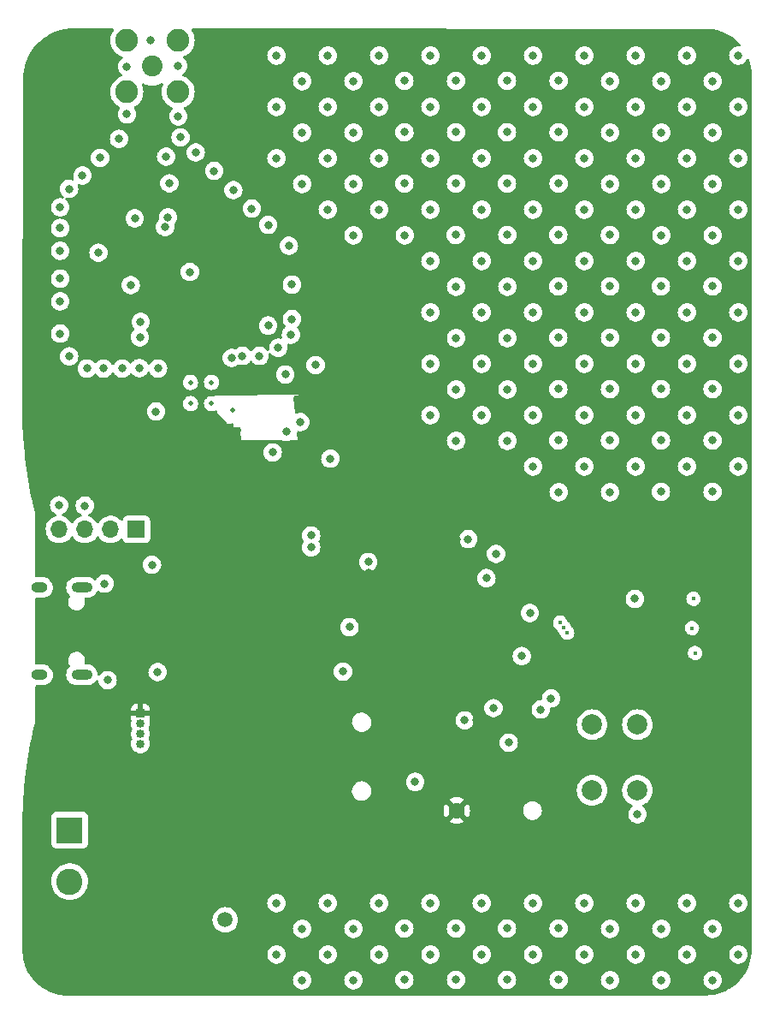
<source format=gbr>
%TF.GenerationSoftware,KiCad,Pcbnew,(6.0.6)*%
%TF.CreationDate,2023-03-24T13:47:12-05:00*%
%TF.ProjectId,DSAT_Telemetry_Board,44534154-5f54-4656-9c65-6d657472795f,rev?*%
%TF.SameCoordinates,Original*%
%TF.FileFunction,Copper,L2,Inr*%
%TF.FilePolarity,Positive*%
%FSLAX46Y46*%
G04 Gerber Fmt 4.6, Leading zero omitted, Abs format (unit mm)*
G04 Created by KiCad (PCBNEW (6.0.6)) date 2023-03-24 13:47:12*
%MOMM*%
%LPD*%
G01*
G04 APERTURE LIST*
%TA.AperFunction,ComponentPad*%
%ADD10O,2.100000X1.000000*%
%TD*%
%TA.AperFunction,ComponentPad*%
%ADD11O,1.600000X1.000000*%
%TD*%
%TA.AperFunction,ComponentPad*%
%ADD12C,0.500000*%
%TD*%
%TA.AperFunction,ComponentPad*%
%ADD13C,2.050000*%
%TD*%
%TA.AperFunction,ComponentPad*%
%ADD14C,2.250000*%
%TD*%
%TA.AperFunction,ComponentPad*%
%ADD15C,2.000000*%
%TD*%
%TA.AperFunction,ComponentPad*%
%ADD16C,2.600000*%
%TD*%
%TA.AperFunction,ComponentPad*%
%ADD17R,2.600000X2.600000*%
%TD*%
%TA.AperFunction,ComponentPad*%
%ADD18R,1.700000X1.700000*%
%TD*%
%TA.AperFunction,ComponentPad*%
%ADD19O,1.700000X1.700000*%
%TD*%
%TA.AperFunction,ComponentPad*%
%ADD20R,0.850000X0.850000*%
%TD*%
%TA.AperFunction,ComponentPad*%
%ADD21O,0.850000X0.850000*%
%TD*%
%TA.AperFunction,ComponentPad*%
%ADD22C,1.600000*%
%TD*%
%TA.AperFunction,ViaPad*%
%ADD23C,0.800000*%
%TD*%
%TA.AperFunction,ViaPad*%
%ADD24C,2.000000*%
%TD*%
%TA.AperFunction,ViaPad*%
%ADD25C,0.400000*%
%TD*%
%TA.AperFunction,ViaPad*%
%ADD26C,1.500000*%
%TD*%
%TA.AperFunction,ViaPad*%
%ADD27C,0.508000*%
%TD*%
G04 APERTURE END LIST*
D10*
%TO.N,GND*%
%TO.C,USB1*%
X153456000Y-117118020D03*
D11*
X149276000Y-108478020D03*
X149276000Y-117118020D03*
D10*
X153456000Y-108478020D03*
%TD*%
D12*
%TO.N,GND*%
%TO.C,U6*%
X164199994Y-88203759D03*
X166299994Y-88203759D03*
X164199994Y-90303759D03*
X166299994Y-90303759D03*
%TD*%
D13*
%TO.N,/RX_Switch1/Antenna*%
%TO.C,J2*%
X160450002Y-56936248D03*
D14*
%TO.N,GND*%
X162990002Y-54396248D03*
X162990002Y-59476248D03*
X157910002Y-59476248D03*
X157910002Y-54396248D03*
%TD*%
D15*
%TO.N,/Microcontroller/NRST*%
%TO.C,SW1*%
X203951207Y-128550000D03*
X203951207Y-122050000D03*
%TO.N,GND*%
X208451207Y-122050000D03*
X208451207Y-128550000D03*
%TD*%
D16*
%TO.N,GND*%
%TO.C,J3*%
X152245000Y-137570000D03*
D17*
%TO.N,VBUS*%
X152245000Y-132490000D03*
%TD*%
D18*
%TO.N,/Microcontroller/I2C1_SDA*%
%TO.C,J1*%
X158850000Y-102750000D03*
D19*
%TO.N,/Microcontroller/I2C1_SCL*%
X156310000Y-102750000D03*
%TO.N,/Microcontroller/I2C2_SDA*%
X153770000Y-102750000D03*
%TO.N,/Microcontroller/I2C2_SCL*%
X151230000Y-102750000D03*
%TD*%
D20*
%TO.N,+3.3V*%
%TO.C,J5*%
X159250000Y-120950000D03*
D21*
%TO.N,/Microcontroller/DEBUG_DIO*%
X159250000Y-121950000D03*
%TO.N,/Microcontroller/DEBUG_CLK*%
X159250000Y-122950000D03*
%TO.N,GND*%
X159250000Y-123950000D03*
%TD*%
D22*
%TO.N,+3.3V*%
%TO.C,C4*%
X190562001Y-130544011D03*
%TD*%
D23*
%TO.N,GND*%
X173700000Y-93100000D03*
%TO.N,*%
X190488290Y-58380674D03*
X175260000Y-147320000D03*
X187960000Y-81280000D03*
X187960000Y-144780000D03*
X175260000Y-63500000D03*
X190500000Y-93980000D03*
X218440000Y-144780000D03*
X195540674Y-58380674D03*
X203200000Y-55880000D03*
X195540674Y-142200674D03*
X210784872Y-99020674D03*
X187960000Y-91440000D03*
X200624872Y-78700674D03*
X187960000Y-86360000D03*
X182880000Y-139700000D03*
X177800000Y-60960000D03*
X200644093Y-58380674D03*
X193040000Y-76200000D03*
X172720000Y-139700000D03*
X213360000Y-86360000D03*
X198120000Y-76200000D03*
X208280000Y-81280000D03*
X195580000Y-88900000D03*
X172720000Y-55880000D03*
X177800000Y-66040000D03*
X198120000Y-66040000D03*
X187960000Y-66040000D03*
X208280000Y-76200000D03*
X215900000Y-58420000D03*
X193040000Y-139700000D03*
X190488290Y-63460674D03*
X185384872Y-147280674D03*
X203200000Y-66040000D03*
X210820000Y-63500000D03*
X195580000Y-78740000D03*
X198120000Y-91440000D03*
X210780674Y-88860674D03*
X218440000Y-60960000D03*
X210780674Y-93940674D03*
X208280000Y-60960000D03*
X195540674Y-147280674D03*
X203200000Y-144780000D03*
X185420000Y-73660000D03*
X208280000Y-139700000D03*
X187960000Y-71120000D03*
X210820000Y-68580000D03*
X210820000Y-142240000D03*
X172720000Y-66040000D03*
X218440000Y-86360000D03*
X210820000Y-58420000D03*
X203200000Y-81280000D03*
X195568290Y-73620674D03*
X205728290Y-93940674D03*
X215900000Y-73660000D03*
X193040000Y-66040000D03*
X193040000Y-60960000D03*
X198120000Y-139700000D03*
X193040000Y-86360000D03*
X180340000Y-63500000D03*
X205740000Y-147320000D03*
X177800000Y-55880000D03*
X208280000Y-55880000D03*
X205728290Y-88860674D03*
X200624872Y-88860674D03*
X215884093Y-93940674D03*
X182880000Y-66040000D03*
X200644093Y-63460674D03*
X190488290Y-147280674D03*
X213360000Y-139700000D03*
X195580000Y-83820000D03*
X215900000Y-147320000D03*
X187960000Y-55880000D03*
X218440000Y-55880000D03*
X172720000Y-144780000D03*
X213360000Y-55880000D03*
X213360000Y-91440000D03*
X215900000Y-63500000D03*
X218440000Y-96520000D03*
X198120000Y-71120000D03*
X193040000Y-55880000D03*
X190488290Y-142200674D03*
X180340000Y-73660000D03*
X198120000Y-144780000D03*
X208280000Y-96520000D03*
X185384872Y-63460674D03*
X180340000Y-147320000D03*
X175260000Y-68580000D03*
X190500000Y-88900000D03*
X198120000Y-86360000D03*
X180340000Y-142240000D03*
X205740000Y-63500000D03*
X180340000Y-68580000D03*
X215900000Y-68580000D03*
X208280000Y-91440000D03*
X200644093Y-147280674D03*
X187960000Y-60960000D03*
X198120000Y-96520000D03*
X177800000Y-144780000D03*
X205740000Y-58420000D03*
X193040000Y-71120000D03*
X190488290Y-68540674D03*
X210820000Y-147320000D03*
X200620674Y-73620674D03*
X172720000Y-60960000D03*
X215884093Y-88860674D03*
X195540674Y-68540674D03*
X218440000Y-139700000D03*
X175260000Y-58420000D03*
X218440000Y-66040000D03*
X215884093Y-83780674D03*
X215900000Y-142240000D03*
X210820000Y-73660000D03*
X185384872Y-68540674D03*
X185384872Y-58380674D03*
X177800000Y-139700000D03*
X218440000Y-81280000D03*
X175260000Y-142240000D03*
X190500000Y-83820000D03*
X198120000Y-60960000D03*
X182880000Y-71120000D03*
X210780674Y-83780674D03*
X205740000Y-68580000D03*
X200660000Y-99060000D03*
X182880000Y-60960000D03*
X182880000Y-55880000D03*
X215888290Y-99020674D03*
X203200000Y-86360000D03*
X208280000Y-144780000D03*
X198120000Y-81280000D03*
X213360000Y-76200000D03*
X193040000Y-91440000D03*
X203200000Y-76200000D03*
X210780674Y-78700674D03*
X177800000Y-71120000D03*
X213360000Y-96520000D03*
X213360000Y-81280000D03*
X213360000Y-66040000D03*
X213360000Y-60960000D03*
X193040000Y-144780000D03*
X198120000Y-55880000D03*
X205724093Y-73620674D03*
X203200000Y-71120000D03*
X218440000Y-71120000D03*
X180340000Y-58420000D03*
X203200000Y-60960000D03*
X205740000Y-99060000D03*
X205740000Y-142240000D03*
X200644093Y-68540674D03*
X200644093Y-142200674D03*
X200624872Y-83780674D03*
X208280000Y-71120000D03*
X213360000Y-71120000D03*
X187960000Y-139700000D03*
X187960000Y-76200000D03*
X190500000Y-78740000D03*
X208280000Y-66040000D03*
X208280000Y-86360000D03*
X203200000Y-96520000D03*
X203200000Y-139700000D03*
X200624872Y-93940674D03*
X182880000Y-144780000D03*
X190464872Y-73620674D03*
X193040000Y-81280000D03*
X203200000Y-91440000D03*
X205728290Y-83780674D03*
X215884093Y-78700674D03*
X218440000Y-91440000D03*
X195540674Y-63460674D03*
X205728290Y-78700674D03*
X195580000Y-93980000D03*
X213360000Y-144780000D03*
X218440000Y-76200000D03*
X185384872Y-142200674D03*
%TO.N,+3.3V*%
X202701207Y-112758000D03*
X192659000Y-123825000D03*
X181801207Y-107058000D03*
X179251207Y-118158000D03*
X190601207Y-103708000D03*
X197251207Y-105158000D03*
X161744002Y-89180248D03*
X186351207Y-122708000D03*
D24*
X179900000Y-134800000D03*
D23*
X156794002Y-78180248D03*
X195251207Y-118208000D03*
X169291000Y-95123000D03*
X192502414Y-121566000D03*
%TO.N,/TX_En*%
X161974386Y-71878652D03*
X176594002Y-86484063D03*
%TO.N,/RX_En*%
X173594002Y-87426433D03*
X158694002Y-71980248D03*
%TO.N,/Microcontroller/I2C2_SDA*%
X176157207Y-104514000D03*
X153750000Y-100400000D03*
%TO.N,/Microcontroller/I2C2_SCL*%
X151200000Y-100350000D03*
X176150000Y-103350000D03*
D25*
%TO.N,/~{WDO}*%
X213851207Y-112508000D03*
X201162567Y-112448900D03*
%TO.N,/WDI*%
X201502959Y-112958500D03*
X214151207Y-114958000D03*
%TO.N,/WEN*%
X200801207Y-111948900D03*
X214001207Y-109608000D03*
D23*
%TO.N,/TX_SDN*%
X179951207Y-112408000D03*
X178050000Y-95750000D03*
X168294002Y-85780248D03*
%TO.N,GND*%
X174144002Y-83480248D03*
X162990002Y-61896248D03*
X191701207Y-103708000D03*
D26*
X167650000Y-141350000D03*
D23*
X208201207Y-109608000D03*
X171894002Y-82580248D03*
X161688004Y-72836248D03*
X160400000Y-106250000D03*
X164725002Y-65461248D03*
X162990002Y-56896248D03*
X151300002Y-75186248D03*
X195707000Y-123825000D03*
X151300002Y-80186248D03*
X172894002Y-84780248D03*
X181801207Y-105958000D03*
X151300002Y-83386248D03*
X199901207Y-119458000D03*
X160794002Y-91080248D03*
X174250002Y-81936248D03*
X194202414Y-120416000D03*
X155258513Y-65994759D03*
X164144002Y-77280248D03*
X193501207Y-107558000D03*
X155699993Y-108100000D03*
X156000000Y-117650000D03*
X157910002Y-61676248D03*
X197001207Y-115263050D03*
X191352414Y-121616000D03*
X186451207Y-127708000D03*
X155094002Y-75380248D03*
X170275002Y-71011248D03*
X160994002Y-86830248D03*
X160950000Y-116850000D03*
X151300002Y-70886248D03*
X159200002Y-83736248D03*
X197801207Y-111008000D03*
X171900002Y-72636248D03*
X157444002Y-86830248D03*
X169344002Y-85580248D03*
X168450002Y-69186248D03*
X157910002Y-56976248D03*
X152194002Y-85630248D03*
X151300002Y-72936248D03*
X173950002Y-74686248D03*
X198882000Y-120548400D03*
D27*
X168408985Y-90945487D03*
D23*
X194451217Y-105158004D03*
X166550002Y-67286248D03*
X161794002Y-65880248D03*
X153508513Y-67744759D03*
X160290002Y-54396248D03*
X157133513Y-64119759D03*
X175082200Y-92125800D03*
X162110502Y-68513748D03*
X208451207Y-130908000D03*
X159265002Y-82221248D03*
X158294002Y-78580248D03*
X152183513Y-69069759D03*
X174250002Y-78536248D03*
X151300002Y-77936248D03*
X171044002Y-85580248D03*
X172339000Y-95123000D03*
X163225002Y-63961248D03*
X155594002Y-86830248D03*
X159144002Y-86780248D03*
X153944002Y-86830248D03*
X179301207Y-116808000D03*
%TD*%
%TA.AperFunction,Conductor*%
%TO.N,+3.3V*%
G36*
X156497808Y-53214528D02*
G01*
X156565923Y-53234546D01*
X156612403Y-53288213D01*
X156622490Y-53358489D01*
X156593589Y-53422356D01*
X156584386Y-53433132D01*
X156450042Y-53652361D01*
X156448149Y-53656931D01*
X156448147Y-53656935D01*
X156361955Y-53865022D01*
X156351647Y-53889908D01*
X156350492Y-53894720D01*
X156296289Y-54120492D01*
X156291624Y-54139922D01*
X156271451Y-54396248D01*
X156291624Y-54652574D01*
X156351647Y-54902588D01*
X156353540Y-54907159D01*
X156353541Y-54907161D01*
X156445012Y-55127991D01*
X156450042Y-55140135D01*
X156584386Y-55359364D01*
X156751371Y-55554879D01*
X156946886Y-55721864D01*
X157166115Y-55856208D01*
X157170685Y-55858101D01*
X157170689Y-55858103D01*
X157399089Y-55952709D01*
X157403662Y-55954603D01*
X157408473Y-55955758D01*
X157408479Y-55955760D01*
X157414578Y-55957224D01*
X157476148Y-55992575D01*
X157508832Y-56055601D01*
X157502252Y-56126292D01*
X157458499Y-56182204D01*
X157455541Y-56184110D01*
X157453250Y-56185130D01*
X157298749Y-56297382D01*
X157294328Y-56302292D01*
X157294327Y-56302293D01*
X157196244Y-56411226D01*
X157170962Y-56439304D01*
X157124967Y-56518969D01*
X157091057Y-56577704D01*
X157075475Y-56604692D01*
X157016460Y-56786320D01*
X156996498Y-56976248D01*
X156997188Y-56982813D01*
X157008712Y-57092454D01*
X157016460Y-57166176D01*
X157075475Y-57347804D01*
X157078778Y-57353526D01*
X157078779Y-57353527D01*
X157094798Y-57381273D01*
X157170962Y-57513192D01*
X157175380Y-57518099D01*
X157175381Y-57518100D01*
X157278624Y-57632763D01*
X157298749Y-57655114D01*
X157337798Y-57683485D01*
X157385178Y-57717909D01*
X157428532Y-57774132D01*
X157434607Y-57844868D01*
X157401475Y-57907660D01*
X157359336Y-57936254D01*
X157297469Y-57961880D01*
X157170689Y-58014393D01*
X157170685Y-58014395D01*
X157166115Y-58016288D01*
X156946886Y-58150632D01*
X156751371Y-58317617D01*
X156584386Y-58513132D01*
X156450042Y-58732361D01*
X156448149Y-58736931D01*
X156448147Y-58736935D01*
X156373306Y-58917618D01*
X156351647Y-58969908D01*
X156350492Y-58974720D01*
X156293738Y-59211118D01*
X156291624Y-59219922D01*
X156271451Y-59476248D01*
X156291624Y-59732574D01*
X156351647Y-59982588D01*
X156353540Y-59987159D01*
X156353541Y-59987161D01*
X156396070Y-60089834D01*
X156450042Y-60220135D01*
X156584386Y-60439364D01*
X156751371Y-60634879D01*
X156946886Y-60801864D01*
X156951103Y-60804448D01*
X157157910Y-60931180D01*
X157205541Y-60983828D01*
X157217148Y-61053869D01*
X157185714Y-61122921D01*
X157170962Y-61139304D01*
X157075475Y-61304692D01*
X157016460Y-61486320D01*
X157015770Y-61492881D01*
X157015770Y-61492883D01*
X157013028Y-61518969D01*
X156996498Y-61676248D01*
X157016460Y-61866176D01*
X157075475Y-62047804D01*
X157170962Y-62213192D01*
X157298749Y-62355114D01*
X157453250Y-62467366D01*
X157459278Y-62470050D01*
X157459280Y-62470051D01*
X157621683Y-62542357D01*
X157627714Y-62545042D01*
X157721115Y-62564895D01*
X157808058Y-62583376D01*
X157808063Y-62583376D01*
X157814515Y-62584748D01*
X158005489Y-62584748D01*
X158011941Y-62583376D01*
X158011946Y-62583376D01*
X158098889Y-62564895D01*
X158192290Y-62545042D01*
X158198321Y-62542357D01*
X158360724Y-62470051D01*
X158360726Y-62470050D01*
X158366754Y-62467366D01*
X158521255Y-62355114D01*
X158649042Y-62213192D01*
X158744529Y-62047804D01*
X158803544Y-61866176D01*
X158823506Y-61676248D01*
X158806976Y-61518969D01*
X158804234Y-61492883D01*
X158804234Y-61492881D01*
X158803544Y-61486320D01*
X158744529Y-61304692D01*
X158649042Y-61139304D01*
X158634290Y-61122921D01*
X158603575Y-61058914D01*
X158612340Y-60988460D01*
X158662094Y-60931180D01*
X158868901Y-60804448D01*
X158873118Y-60801864D01*
X159068633Y-60634879D01*
X159235618Y-60439364D01*
X159369962Y-60220135D01*
X159423935Y-60089834D01*
X159466463Y-59987161D01*
X159466464Y-59987159D01*
X159468357Y-59982588D01*
X159528380Y-59732574D01*
X159548553Y-59476248D01*
X159528380Y-59219922D01*
X159526267Y-59211118D01*
X159469512Y-58974720D01*
X159468357Y-58969908D01*
X159417194Y-58846388D01*
X159399548Y-58803788D01*
X159391959Y-58733198D01*
X159423738Y-58669711D01*
X159484796Y-58633484D01*
X159555748Y-58636018D01*
X159573157Y-58643302D01*
X159574802Y-58644140D01*
X159578617Y-58646437D01*
X159582719Y-58648174D01*
X159582721Y-58648175D01*
X159824175Y-58750418D01*
X159824180Y-58750420D01*
X159828278Y-58752155D01*
X159832575Y-58753294D01*
X159832580Y-58753296D01*
X159946576Y-58783521D01*
X160090344Y-58821640D01*
X160359586Y-58853507D01*
X160630633Y-58847120D01*
X160714406Y-58833176D01*
X160893685Y-58803336D01*
X160893689Y-58803335D01*
X160898075Y-58802605D01*
X160902316Y-58801264D01*
X160902319Y-58801263D01*
X161152331Y-58722195D01*
X161152333Y-58722194D01*
X161156577Y-58720852D01*
X161160588Y-58718926D01*
X161160593Y-58718924D01*
X161331663Y-58636777D01*
X161401729Y-58625320D01*
X161466867Y-58653563D01*
X161506394Y-58712538D01*
X161507763Y-58783521D01*
X161502614Y-58798578D01*
X161455675Y-58911900D01*
X161431647Y-58969908D01*
X161430492Y-58974720D01*
X161373738Y-59211118D01*
X161371624Y-59219922D01*
X161351451Y-59476248D01*
X161371624Y-59732574D01*
X161431647Y-59982588D01*
X161433540Y-59987159D01*
X161433541Y-59987161D01*
X161476070Y-60089834D01*
X161530042Y-60220135D01*
X161664386Y-60439364D01*
X161831371Y-60634879D01*
X162026886Y-60801864D01*
X162246115Y-60936208D01*
X162250685Y-60938101D01*
X162250689Y-60938103D01*
X162369206Y-60987194D01*
X162424487Y-61031742D01*
X162446908Y-61099106D01*
X162429350Y-61167897D01*
X162395050Y-61205538D01*
X162384096Y-61213497D01*
X162378749Y-61217382D01*
X162250962Y-61359304D01*
X162155475Y-61524692D01*
X162096460Y-61706320D01*
X162095770Y-61712881D01*
X162095770Y-61712883D01*
X162091469Y-61753803D01*
X162076498Y-61896248D01*
X162096460Y-62086176D01*
X162155475Y-62267804D01*
X162250962Y-62433192D01*
X162378749Y-62575114D01*
X162533250Y-62687366D01*
X162539278Y-62690050D01*
X162539280Y-62690051D01*
X162701683Y-62762357D01*
X162707714Y-62765042D01*
X162801115Y-62784895D01*
X162888058Y-62803376D01*
X162888063Y-62803376D01*
X162894515Y-62804748D01*
X163085489Y-62804748D01*
X163091941Y-62803376D01*
X163091946Y-62803376D01*
X163178889Y-62784895D01*
X163272290Y-62765042D01*
X163278321Y-62762357D01*
X163440724Y-62690051D01*
X163440726Y-62690050D01*
X163446754Y-62687366D01*
X163601255Y-62575114D01*
X163729042Y-62433192D01*
X163824529Y-62267804D01*
X163883544Y-62086176D01*
X163903506Y-61896248D01*
X163888535Y-61753803D01*
X163884234Y-61712883D01*
X163884234Y-61712881D01*
X163883544Y-61706320D01*
X163824529Y-61524692D01*
X163729042Y-61359304D01*
X163601255Y-61217382D01*
X163595908Y-61213497D01*
X163584954Y-61205538D01*
X163541600Y-61149315D01*
X163535526Y-61078579D01*
X163568659Y-61015788D01*
X163610798Y-60987194D01*
X163676451Y-60960000D01*
X171806496Y-60960000D01*
X171807186Y-60966565D01*
X171823620Y-61122922D01*
X171826458Y-61149928D01*
X171885473Y-61331556D01*
X171980960Y-61496944D01*
X172108747Y-61638866D01*
X172263248Y-61751118D01*
X172269276Y-61753802D01*
X172269278Y-61753803D01*
X172431681Y-61826109D01*
X172437712Y-61828794D01*
X172531113Y-61848647D01*
X172618056Y-61867128D01*
X172618061Y-61867128D01*
X172624513Y-61868500D01*
X172815487Y-61868500D01*
X172821939Y-61867128D01*
X172821944Y-61867128D01*
X172908887Y-61848647D01*
X173002288Y-61828794D01*
X173008319Y-61826109D01*
X173170722Y-61753803D01*
X173170724Y-61753802D01*
X173176752Y-61751118D01*
X173331253Y-61638866D01*
X173459040Y-61496944D01*
X173554527Y-61331556D01*
X173613542Y-61149928D01*
X173616381Y-61122922D01*
X173632814Y-60966565D01*
X173633504Y-60960000D01*
X176886496Y-60960000D01*
X176887186Y-60966565D01*
X176903620Y-61122922D01*
X176906458Y-61149928D01*
X176965473Y-61331556D01*
X177060960Y-61496944D01*
X177188747Y-61638866D01*
X177343248Y-61751118D01*
X177349276Y-61753802D01*
X177349278Y-61753803D01*
X177511681Y-61826109D01*
X177517712Y-61828794D01*
X177611113Y-61848647D01*
X177698056Y-61867128D01*
X177698061Y-61867128D01*
X177704513Y-61868500D01*
X177895487Y-61868500D01*
X177901939Y-61867128D01*
X177901944Y-61867128D01*
X177988887Y-61848647D01*
X178082288Y-61828794D01*
X178088319Y-61826109D01*
X178250722Y-61753803D01*
X178250724Y-61753802D01*
X178256752Y-61751118D01*
X178411253Y-61638866D01*
X178539040Y-61496944D01*
X178634527Y-61331556D01*
X178693542Y-61149928D01*
X178696381Y-61122922D01*
X178712814Y-60966565D01*
X178713504Y-60960000D01*
X181966496Y-60960000D01*
X181967186Y-60966565D01*
X181983620Y-61122922D01*
X181986458Y-61149928D01*
X182045473Y-61331556D01*
X182140960Y-61496944D01*
X182268747Y-61638866D01*
X182423248Y-61751118D01*
X182429276Y-61753802D01*
X182429278Y-61753803D01*
X182591681Y-61826109D01*
X182597712Y-61828794D01*
X182691113Y-61848647D01*
X182778056Y-61867128D01*
X182778061Y-61867128D01*
X182784513Y-61868500D01*
X182975487Y-61868500D01*
X182981939Y-61867128D01*
X182981944Y-61867128D01*
X183068887Y-61848647D01*
X183162288Y-61828794D01*
X183168319Y-61826109D01*
X183330722Y-61753803D01*
X183330724Y-61753802D01*
X183336752Y-61751118D01*
X183491253Y-61638866D01*
X183619040Y-61496944D01*
X183714527Y-61331556D01*
X183773542Y-61149928D01*
X183776381Y-61122922D01*
X183792814Y-60966565D01*
X183793504Y-60960000D01*
X187046496Y-60960000D01*
X187047186Y-60966565D01*
X187063620Y-61122922D01*
X187066458Y-61149928D01*
X187125473Y-61331556D01*
X187220960Y-61496944D01*
X187348747Y-61638866D01*
X187503248Y-61751118D01*
X187509276Y-61753802D01*
X187509278Y-61753803D01*
X187671681Y-61826109D01*
X187677712Y-61828794D01*
X187771113Y-61848647D01*
X187858056Y-61867128D01*
X187858061Y-61867128D01*
X187864513Y-61868500D01*
X188055487Y-61868500D01*
X188061939Y-61867128D01*
X188061944Y-61867128D01*
X188148887Y-61848647D01*
X188242288Y-61828794D01*
X188248319Y-61826109D01*
X188410722Y-61753803D01*
X188410724Y-61753802D01*
X188416752Y-61751118D01*
X188571253Y-61638866D01*
X188699040Y-61496944D01*
X188794527Y-61331556D01*
X188853542Y-61149928D01*
X188856381Y-61122922D01*
X188872814Y-60966565D01*
X188873504Y-60960000D01*
X192126496Y-60960000D01*
X192127186Y-60966565D01*
X192143620Y-61122922D01*
X192146458Y-61149928D01*
X192205473Y-61331556D01*
X192300960Y-61496944D01*
X192428747Y-61638866D01*
X192583248Y-61751118D01*
X192589276Y-61753802D01*
X192589278Y-61753803D01*
X192751681Y-61826109D01*
X192757712Y-61828794D01*
X192851113Y-61848647D01*
X192938056Y-61867128D01*
X192938061Y-61867128D01*
X192944513Y-61868500D01*
X193135487Y-61868500D01*
X193141939Y-61867128D01*
X193141944Y-61867128D01*
X193228887Y-61848647D01*
X193322288Y-61828794D01*
X193328319Y-61826109D01*
X193490722Y-61753803D01*
X193490724Y-61753802D01*
X193496752Y-61751118D01*
X193651253Y-61638866D01*
X193779040Y-61496944D01*
X193874527Y-61331556D01*
X193933542Y-61149928D01*
X193936381Y-61122922D01*
X193952814Y-60966565D01*
X193953504Y-60960000D01*
X197206496Y-60960000D01*
X197207186Y-60966565D01*
X197223620Y-61122922D01*
X197226458Y-61149928D01*
X197285473Y-61331556D01*
X197380960Y-61496944D01*
X197508747Y-61638866D01*
X197663248Y-61751118D01*
X197669276Y-61753802D01*
X197669278Y-61753803D01*
X197831681Y-61826109D01*
X197837712Y-61828794D01*
X197931113Y-61848647D01*
X198018056Y-61867128D01*
X198018061Y-61867128D01*
X198024513Y-61868500D01*
X198215487Y-61868500D01*
X198221939Y-61867128D01*
X198221944Y-61867128D01*
X198308887Y-61848647D01*
X198402288Y-61828794D01*
X198408319Y-61826109D01*
X198570722Y-61753803D01*
X198570724Y-61753802D01*
X198576752Y-61751118D01*
X198731253Y-61638866D01*
X198859040Y-61496944D01*
X198954527Y-61331556D01*
X199013542Y-61149928D01*
X199016381Y-61122922D01*
X199032814Y-60966565D01*
X199033504Y-60960000D01*
X202286496Y-60960000D01*
X202287186Y-60966565D01*
X202303620Y-61122922D01*
X202306458Y-61149928D01*
X202365473Y-61331556D01*
X202460960Y-61496944D01*
X202588747Y-61638866D01*
X202743248Y-61751118D01*
X202749276Y-61753802D01*
X202749278Y-61753803D01*
X202911681Y-61826109D01*
X202917712Y-61828794D01*
X203011113Y-61848647D01*
X203098056Y-61867128D01*
X203098061Y-61867128D01*
X203104513Y-61868500D01*
X203295487Y-61868500D01*
X203301939Y-61867128D01*
X203301944Y-61867128D01*
X203388887Y-61848647D01*
X203482288Y-61828794D01*
X203488319Y-61826109D01*
X203650722Y-61753803D01*
X203650724Y-61753802D01*
X203656752Y-61751118D01*
X203811253Y-61638866D01*
X203939040Y-61496944D01*
X204034527Y-61331556D01*
X204093542Y-61149928D01*
X204096381Y-61122922D01*
X204112814Y-60966565D01*
X204113504Y-60960000D01*
X207366496Y-60960000D01*
X207367186Y-60966565D01*
X207383620Y-61122922D01*
X207386458Y-61149928D01*
X207445473Y-61331556D01*
X207540960Y-61496944D01*
X207668747Y-61638866D01*
X207823248Y-61751118D01*
X207829276Y-61753802D01*
X207829278Y-61753803D01*
X207991681Y-61826109D01*
X207997712Y-61828794D01*
X208091113Y-61848647D01*
X208178056Y-61867128D01*
X208178061Y-61867128D01*
X208184513Y-61868500D01*
X208375487Y-61868500D01*
X208381939Y-61867128D01*
X208381944Y-61867128D01*
X208468887Y-61848647D01*
X208562288Y-61828794D01*
X208568319Y-61826109D01*
X208730722Y-61753803D01*
X208730724Y-61753802D01*
X208736752Y-61751118D01*
X208891253Y-61638866D01*
X209019040Y-61496944D01*
X209114527Y-61331556D01*
X209173542Y-61149928D01*
X209176381Y-61122922D01*
X209192814Y-60966565D01*
X209193504Y-60960000D01*
X212446496Y-60960000D01*
X212447186Y-60966565D01*
X212463620Y-61122922D01*
X212466458Y-61149928D01*
X212525473Y-61331556D01*
X212620960Y-61496944D01*
X212748747Y-61638866D01*
X212903248Y-61751118D01*
X212909276Y-61753802D01*
X212909278Y-61753803D01*
X213071681Y-61826109D01*
X213077712Y-61828794D01*
X213171113Y-61848647D01*
X213258056Y-61867128D01*
X213258061Y-61867128D01*
X213264513Y-61868500D01*
X213455487Y-61868500D01*
X213461939Y-61867128D01*
X213461944Y-61867128D01*
X213548887Y-61848647D01*
X213642288Y-61828794D01*
X213648319Y-61826109D01*
X213810722Y-61753803D01*
X213810724Y-61753802D01*
X213816752Y-61751118D01*
X213971253Y-61638866D01*
X214099040Y-61496944D01*
X214194527Y-61331556D01*
X214253542Y-61149928D01*
X214256381Y-61122922D01*
X214272814Y-60966565D01*
X214273504Y-60960000D01*
X217526496Y-60960000D01*
X217527186Y-60966565D01*
X217543620Y-61122922D01*
X217546458Y-61149928D01*
X217605473Y-61331556D01*
X217700960Y-61496944D01*
X217828747Y-61638866D01*
X217983248Y-61751118D01*
X217989276Y-61753802D01*
X217989278Y-61753803D01*
X218151681Y-61826109D01*
X218157712Y-61828794D01*
X218251113Y-61848647D01*
X218338056Y-61867128D01*
X218338061Y-61867128D01*
X218344513Y-61868500D01*
X218535487Y-61868500D01*
X218541939Y-61867128D01*
X218541944Y-61867128D01*
X218628887Y-61848647D01*
X218722288Y-61828794D01*
X218728319Y-61826109D01*
X218890722Y-61753803D01*
X218890724Y-61753802D01*
X218896752Y-61751118D01*
X219051253Y-61638866D01*
X219179040Y-61496944D01*
X219274527Y-61331556D01*
X219333542Y-61149928D01*
X219336381Y-61122922D01*
X219352814Y-60966565D01*
X219353504Y-60960000D01*
X219337155Y-60804448D01*
X219334232Y-60776635D01*
X219334232Y-60776633D01*
X219333542Y-60770072D01*
X219274527Y-60588444D01*
X219179040Y-60423056D01*
X219051253Y-60281134D01*
X218896752Y-60168882D01*
X218890724Y-60166198D01*
X218890722Y-60166197D01*
X218728319Y-60093891D01*
X218728318Y-60093891D01*
X218722288Y-60091206D01*
X218628888Y-60071353D01*
X218541944Y-60052872D01*
X218541939Y-60052872D01*
X218535487Y-60051500D01*
X218344513Y-60051500D01*
X218338061Y-60052872D01*
X218338056Y-60052872D01*
X218251112Y-60071353D01*
X218157712Y-60091206D01*
X218151682Y-60093891D01*
X218151681Y-60093891D01*
X217989278Y-60166197D01*
X217989276Y-60166198D01*
X217983248Y-60168882D01*
X217828747Y-60281134D01*
X217700960Y-60423056D01*
X217605473Y-60588444D01*
X217546458Y-60770072D01*
X217545768Y-60776633D01*
X217545768Y-60776635D01*
X217542845Y-60804448D01*
X217526496Y-60960000D01*
X214273504Y-60960000D01*
X214257155Y-60804448D01*
X214254232Y-60776635D01*
X214254232Y-60776633D01*
X214253542Y-60770072D01*
X214194527Y-60588444D01*
X214099040Y-60423056D01*
X213971253Y-60281134D01*
X213816752Y-60168882D01*
X213810724Y-60166198D01*
X213810722Y-60166197D01*
X213648319Y-60093891D01*
X213648318Y-60093891D01*
X213642288Y-60091206D01*
X213548888Y-60071353D01*
X213461944Y-60052872D01*
X213461939Y-60052872D01*
X213455487Y-60051500D01*
X213264513Y-60051500D01*
X213258061Y-60052872D01*
X213258056Y-60052872D01*
X213171112Y-60071353D01*
X213077712Y-60091206D01*
X213071682Y-60093891D01*
X213071681Y-60093891D01*
X212909278Y-60166197D01*
X212909276Y-60166198D01*
X212903248Y-60168882D01*
X212748747Y-60281134D01*
X212620960Y-60423056D01*
X212525473Y-60588444D01*
X212466458Y-60770072D01*
X212465768Y-60776633D01*
X212465768Y-60776635D01*
X212462845Y-60804448D01*
X212446496Y-60960000D01*
X209193504Y-60960000D01*
X209177155Y-60804448D01*
X209174232Y-60776635D01*
X209174232Y-60776633D01*
X209173542Y-60770072D01*
X209114527Y-60588444D01*
X209019040Y-60423056D01*
X208891253Y-60281134D01*
X208736752Y-60168882D01*
X208730724Y-60166198D01*
X208730722Y-60166197D01*
X208568319Y-60093891D01*
X208568318Y-60093891D01*
X208562288Y-60091206D01*
X208468888Y-60071353D01*
X208381944Y-60052872D01*
X208381939Y-60052872D01*
X208375487Y-60051500D01*
X208184513Y-60051500D01*
X208178061Y-60052872D01*
X208178056Y-60052872D01*
X208091112Y-60071353D01*
X207997712Y-60091206D01*
X207991682Y-60093891D01*
X207991681Y-60093891D01*
X207829278Y-60166197D01*
X207829276Y-60166198D01*
X207823248Y-60168882D01*
X207668747Y-60281134D01*
X207540960Y-60423056D01*
X207445473Y-60588444D01*
X207386458Y-60770072D01*
X207385768Y-60776633D01*
X207385768Y-60776635D01*
X207382845Y-60804448D01*
X207366496Y-60960000D01*
X204113504Y-60960000D01*
X204097155Y-60804448D01*
X204094232Y-60776635D01*
X204094232Y-60776633D01*
X204093542Y-60770072D01*
X204034527Y-60588444D01*
X203939040Y-60423056D01*
X203811253Y-60281134D01*
X203656752Y-60168882D01*
X203650724Y-60166198D01*
X203650722Y-60166197D01*
X203488319Y-60093891D01*
X203488318Y-60093891D01*
X203482288Y-60091206D01*
X203388888Y-60071353D01*
X203301944Y-60052872D01*
X203301939Y-60052872D01*
X203295487Y-60051500D01*
X203104513Y-60051500D01*
X203098061Y-60052872D01*
X203098056Y-60052872D01*
X203011112Y-60071353D01*
X202917712Y-60091206D01*
X202911682Y-60093891D01*
X202911681Y-60093891D01*
X202749278Y-60166197D01*
X202749276Y-60166198D01*
X202743248Y-60168882D01*
X202588747Y-60281134D01*
X202460960Y-60423056D01*
X202365473Y-60588444D01*
X202306458Y-60770072D01*
X202305768Y-60776633D01*
X202305768Y-60776635D01*
X202302845Y-60804448D01*
X202286496Y-60960000D01*
X199033504Y-60960000D01*
X199017155Y-60804448D01*
X199014232Y-60776635D01*
X199014232Y-60776633D01*
X199013542Y-60770072D01*
X198954527Y-60588444D01*
X198859040Y-60423056D01*
X198731253Y-60281134D01*
X198576752Y-60168882D01*
X198570724Y-60166198D01*
X198570722Y-60166197D01*
X198408319Y-60093891D01*
X198408318Y-60093891D01*
X198402288Y-60091206D01*
X198308888Y-60071353D01*
X198221944Y-60052872D01*
X198221939Y-60052872D01*
X198215487Y-60051500D01*
X198024513Y-60051500D01*
X198018061Y-60052872D01*
X198018056Y-60052872D01*
X197931112Y-60071353D01*
X197837712Y-60091206D01*
X197831682Y-60093891D01*
X197831681Y-60093891D01*
X197669278Y-60166197D01*
X197669276Y-60166198D01*
X197663248Y-60168882D01*
X197508747Y-60281134D01*
X197380960Y-60423056D01*
X197285473Y-60588444D01*
X197226458Y-60770072D01*
X197225768Y-60776633D01*
X197225768Y-60776635D01*
X197222845Y-60804448D01*
X197206496Y-60960000D01*
X193953504Y-60960000D01*
X193937155Y-60804448D01*
X193934232Y-60776635D01*
X193934232Y-60776633D01*
X193933542Y-60770072D01*
X193874527Y-60588444D01*
X193779040Y-60423056D01*
X193651253Y-60281134D01*
X193496752Y-60168882D01*
X193490724Y-60166198D01*
X193490722Y-60166197D01*
X193328319Y-60093891D01*
X193328318Y-60093891D01*
X193322288Y-60091206D01*
X193228888Y-60071353D01*
X193141944Y-60052872D01*
X193141939Y-60052872D01*
X193135487Y-60051500D01*
X192944513Y-60051500D01*
X192938061Y-60052872D01*
X192938056Y-60052872D01*
X192851112Y-60071353D01*
X192757712Y-60091206D01*
X192751682Y-60093891D01*
X192751681Y-60093891D01*
X192589278Y-60166197D01*
X192589276Y-60166198D01*
X192583248Y-60168882D01*
X192428747Y-60281134D01*
X192300960Y-60423056D01*
X192205473Y-60588444D01*
X192146458Y-60770072D01*
X192145768Y-60776633D01*
X192145768Y-60776635D01*
X192142845Y-60804448D01*
X192126496Y-60960000D01*
X188873504Y-60960000D01*
X188857155Y-60804448D01*
X188854232Y-60776635D01*
X188854232Y-60776633D01*
X188853542Y-60770072D01*
X188794527Y-60588444D01*
X188699040Y-60423056D01*
X188571253Y-60281134D01*
X188416752Y-60168882D01*
X188410724Y-60166198D01*
X188410722Y-60166197D01*
X188248319Y-60093891D01*
X188248318Y-60093891D01*
X188242288Y-60091206D01*
X188148888Y-60071353D01*
X188061944Y-60052872D01*
X188061939Y-60052872D01*
X188055487Y-60051500D01*
X187864513Y-60051500D01*
X187858061Y-60052872D01*
X187858056Y-60052872D01*
X187771112Y-60071353D01*
X187677712Y-60091206D01*
X187671682Y-60093891D01*
X187671681Y-60093891D01*
X187509278Y-60166197D01*
X187509276Y-60166198D01*
X187503248Y-60168882D01*
X187348747Y-60281134D01*
X187220960Y-60423056D01*
X187125473Y-60588444D01*
X187066458Y-60770072D01*
X187065768Y-60776633D01*
X187065768Y-60776635D01*
X187062845Y-60804448D01*
X187046496Y-60960000D01*
X183793504Y-60960000D01*
X183777155Y-60804448D01*
X183774232Y-60776635D01*
X183774232Y-60776633D01*
X183773542Y-60770072D01*
X183714527Y-60588444D01*
X183619040Y-60423056D01*
X183491253Y-60281134D01*
X183336752Y-60168882D01*
X183330724Y-60166198D01*
X183330722Y-60166197D01*
X183168319Y-60093891D01*
X183168318Y-60093891D01*
X183162288Y-60091206D01*
X183068888Y-60071353D01*
X182981944Y-60052872D01*
X182981939Y-60052872D01*
X182975487Y-60051500D01*
X182784513Y-60051500D01*
X182778061Y-60052872D01*
X182778056Y-60052872D01*
X182691112Y-60071353D01*
X182597712Y-60091206D01*
X182591682Y-60093891D01*
X182591681Y-60093891D01*
X182429278Y-60166197D01*
X182429276Y-60166198D01*
X182423248Y-60168882D01*
X182268747Y-60281134D01*
X182140960Y-60423056D01*
X182045473Y-60588444D01*
X181986458Y-60770072D01*
X181985768Y-60776633D01*
X181985768Y-60776635D01*
X181982845Y-60804448D01*
X181966496Y-60960000D01*
X178713504Y-60960000D01*
X178697155Y-60804448D01*
X178694232Y-60776635D01*
X178694232Y-60776633D01*
X178693542Y-60770072D01*
X178634527Y-60588444D01*
X178539040Y-60423056D01*
X178411253Y-60281134D01*
X178256752Y-60168882D01*
X178250724Y-60166198D01*
X178250722Y-60166197D01*
X178088319Y-60093891D01*
X178088318Y-60093891D01*
X178082288Y-60091206D01*
X177988888Y-60071353D01*
X177901944Y-60052872D01*
X177901939Y-60052872D01*
X177895487Y-60051500D01*
X177704513Y-60051500D01*
X177698061Y-60052872D01*
X177698056Y-60052872D01*
X177611112Y-60071353D01*
X177517712Y-60091206D01*
X177511682Y-60093891D01*
X177511681Y-60093891D01*
X177349278Y-60166197D01*
X177349276Y-60166198D01*
X177343248Y-60168882D01*
X177188747Y-60281134D01*
X177060960Y-60423056D01*
X176965473Y-60588444D01*
X176906458Y-60770072D01*
X176905768Y-60776633D01*
X176905768Y-60776635D01*
X176902845Y-60804448D01*
X176886496Y-60960000D01*
X173633504Y-60960000D01*
X173617155Y-60804448D01*
X173614232Y-60776635D01*
X173614232Y-60776633D01*
X173613542Y-60770072D01*
X173554527Y-60588444D01*
X173459040Y-60423056D01*
X173331253Y-60281134D01*
X173176752Y-60168882D01*
X173170724Y-60166198D01*
X173170722Y-60166197D01*
X173008319Y-60093891D01*
X173008318Y-60093891D01*
X173002288Y-60091206D01*
X172908888Y-60071353D01*
X172821944Y-60052872D01*
X172821939Y-60052872D01*
X172815487Y-60051500D01*
X172624513Y-60051500D01*
X172618061Y-60052872D01*
X172618056Y-60052872D01*
X172531112Y-60071353D01*
X172437712Y-60091206D01*
X172431682Y-60093891D01*
X172431681Y-60093891D01*
X172269278Y-60166197D01*
X172269276Y-60166198D01*
X172263248Y-60168882D01*
X172108747Y-60281134D01*
X171980960Y-60423056D01*
X171885473Y-60588444D01*
X171826458Y-60770072D01*
X171825768Y-60776633D01*
X171825768Y-60776635D01*
X171822845Y-60804448D01*
X171806496Y-60960000D01*
X163676451Y-60960000D01*
X163729315Y-60938103D01*
X163729319Y-60938101D01*
X163733889Y-60936208D01*
X163953118Y-60801864D01*
X164148633Y-60634879D01*
X164315618Y-60439364D01*
X164449962Y-60220135D01*
X164503935Y-60089834D01*
X164546463Y-59987161D01*
X164546464Y-59987159D01*
X164548357Y-59982588D01*
X164608380Y-59732574D01*
X164628553Y-59476248D01*
X164608380Y-59219922D01*
X164606267Y-59211118D01*
X164549512Y-58974720D01*
X164548357Y-58969908D01*
X164526698Y-58917618D01*
X164451857Y-58736935D01*
X164451855Y-58736931D01*
X164449962Y-58732361D01*
X164315618Y-58513132D01*
X164236076Y-58420000D01*
X174346496Y-58420000D01*
X174347186Y-58426565D01*
X174362985Y-58576880D01*
X174366458Y-58609928D01*
X174425473Y-58791556D01*
X174520960Y-58956944D01*
X174525378Y-58961851D01*
X174525379Y-58961852D01*
X174608916Y-59054629D01*
X174648747Y-59098866D01*
X174803248Y-59211118D01*
X174809276Y-59213802D01*
X174809278Y-59213803D01*
X174971681Y-59286109D01*
X174977712Y-59288794D01*
X175071113Y-59308647D01*
X175158056Y-59327128D01*
X175158061Y-59327128D01*
X175164513Y-59328500D01*
X175355487Y-59328500D01*
X175361939Y-59327128D01*
X175361944Y-59327128D01*
X175448887Y-59308647D01*
X175542288Y-59288794D01*
X175548319Y-59286109D01*
X175710722Y-59213803D01*
X175710724Y-59213802D01*
X175716752Y-59211118D01*
X175871253Y-59098866D01*
X175911084Y-59054629D01*
X175994621Y-58961852D01*
X175994622Y-58961851D01*
X175999040Y-58956944D01*
X176094527Y-58791556D01*
X176153542Y-58609928D01*
X176157016Y-58576880D01*
X176172814Y-58426565D01*
X176173504Y-58420000D01*
X179426496Y-58420000D01*
X179427186Y-58426565D01*
X179442985Y-58576880D01*
X179446458Y-58609928D01*
X179505473Y-58791556D01*
X179600960Y-58956944D01*
X179605378Y-58961851D01*
X179605379Y-58961852D01*
X179688916Y-59054629D01*
X179728747Y-59098866D01*
X179883248Y-59211118D01*
X179889276Y-59213802D01*
X179889278Y-59213803D01*
X180051681Y-59286109D01*
X180057712Y-59288794D01*
X180151113Y-59308647D01*
X180238056Y-59327128D01*
X180238061Y-59327128D01*
X180244513Y-59328500D01*
X180435487Y-59328500D01*
X180441939Y-59327128D01*
X180441944Y-59327128D01*
X180528887Y-59308647D01*
X180622288Y-59288794D01*
X180628319Y-59286109D01*
X180790722Y-59213803D01*
X180790724Y-59213802D01*
X180796752Y-59211118D01*
X180951253Y-59098866D01*
X180991084Y-59054629D01*
X181074621Y-58961852D01*
X181074622Y-58961851D01*
X181079040Y-58956944D01*
X181174527Y-58791556D01*
X181233542Y-58609928D01*
X181237016Y-58576880D01*
X181252814Y-58426565D01*
X181253504Y-58420000D01*
X181249371Y-58380674D01*
X184471368Y-58380674D01*
X184491330Y-58570602D01*
X184550345Y-58752230D01*
X184645832Y-58917618D01*
X184650250Y-58922525D01*
X184650251Y-58922526D01*
X184692914Y-58969908D01*
X184773619Y-59059540D01*
X184928120Y-59171792D01*
X184934148Y-59174476D01*
X184934150Y-59174477D01*
X185025412Y-59215109D01*
X185102584Y-59249468D01*
X185195985Y-59269321D01*
X185282928Y-59287802D01*
X185282933Y-59287802D01*
X185289385Y-59289174D01*
X185480359Y-59289174D01*
X185486811Y-59287802D01*
X185486816Y-59287802D01*
X185573759Y-59269321D01*
X185667160Y-59249468D01*
X185744332Y-59215109D01*
X185835594Y-59174477D01*
X185835596Y-59174476D01*
X185841624Y-59171792D01*
X185996125Y-59059540D01*
X186076830Y-58969908D01*
X186119493Y-58922526D01*
X186119494Y-58922525D01*
X186123912Y-58917618D01*
X186219399Y-58752230D01*
X186278414Y-58570602D01*
X186298376Y-58380674D01*
X189574786Y-58380674D01*
X189594748Y-58570602D01*
X189653763Y-58752230D01*
X189749250Y-58917618D01*
X189753668Y-58922525D01*
X189753669Y-58922526D01*
X189796332Y-58969908D01*
X189877037Y-59059540D01*
X190031538Y-59171792D01*
X190037566Y-59174476D01*
X190037568Y-59174477D01*
X190128830Y-59215109D01*
X190206002Y-59249468D01*
X190299403Y-59269321D01*
X190386346Y-59287802D01*
X190386351Y-59287802D01*
X190392803Y-59289174D01*
X190583777Y-59289174D01*
X190590229Y-59287802D01*
X190590234Y-59287802D01*
X190677177Y-59269321D01*
X190770578Y-59249468D01*
X190847750Y-59215109D01*
X190939012Y-59174477D01*
X190939014Y-59174476D01*
X190945042Y-59171792D01*
X191099543Y-59059540D01*
X191180248Y-58969908D01*
X191222911Y-58922526D01*
X191222912Y-58922525D01*
X191227330Y-58917618D01*
X191322817Y-58752230D01*
X191381832Y-58570602D01*
X191401794Y-58380674D01*
X194627170Y-58380674D01*
X194647132Y-58570602D01*
X194706147Y-58752230D01*
X194801634Y-58917618D01*
X194806052Y-58922525D01*
X194806053Y-58922526D01*
X194848716Y-58969908D01*
X194929421Y-59059540D01*
X195083922Y-59171792D01*
X195089950Y-59174476D01*
X195089952Y-59174477D01*
X195181214Y-59215109D01*
X195258386Y-59249468D01*
X195351787Y-59269321D01*
X195438730Y-59287802D01*
X195438735Y-59287802D01*
X195445187Y-59289174D01*
X195636161Y-59289174D01*
X195642613Y-59287802D01*
X195642618Y-59287802D01*
X195729561Y-59269321D01*
X195822962Y-59249468D01*
X195900134Y-59215109D01*
X195991396Y-59174477D01*
X195991398Y-59174476D01*
X195997426Y-59171792D01*
X196151927Y-59059540D01*
X196232632Y-58969908D01*
X196275295Y-58922526D01*
X196275296Y-58922525D01*
X196279714Y-58917618D01*
X196375201Y-58752230D01*
X196434216Y-58570602D01*
X196454178Y-58380674D01*
X199730589Y-58380674D01*
X199750551Y-58570602D01*
X199809566Y-58752230D01*
X199905053Y-58917618D01*
X199909471Y-58922525D01*
X199909472Y-58922526D01*
X199952135Y-58969908D01*
X200032840Y-59059540D01*
X200187341Y-59171792D01*
X200193369Y-59174476D01*
X200193371Y-59174477D01*
X200284633Y-59215109D01*
X200361805Y-59249468D01*
X200455206Y-59269321D01*
X200542149Y-59287802D01*
X200542154Y-59287802D01*
X200548606Y-59289174D01*
X200739580Y-59289174D01*
X200746032Y-59287802D01*
X200746037Y-59287802D01*
X200832980Y-59269321D01*
X200926381Y-59249468D01*
X201003553Y-59215109D01*
X201094815Y-59174477D01*
X201094817Y-59174476D01*
X201100845Y-59171792D01*
X201255346Y-59059540D01*
X201336051Y-58969908D01*
X201378714Y-58922526D01*
X201378715Y-58922525D01*
X201383133Y-58917618D01*
X201478620Y-58752230D01*
X201537635Y-58570602D01*
X201553464Y-58420000D01*
X204826496Y-58420000D01*
X204827186Y-58426565D01*
X204842985Y-58576880D01*
X204846458Y-58609928D01*
X204905473Y-58791556D01*
X205000960Y-58956944D01*
X205005378Y-58961851D01*
X205005379Y-58961852D01*
X205088916Y-59054629D01*
X205128747Y-59098866D01*
X205283248Y-59211118D01*
X205289276Y-59213802D01*
X205289278Y-59213803D01*
X205451681Y-59286109D01*
X205457712Y-59288794D01*
X205551113Y-59308647D01*
X205638056Y-59327128D01*
X205638061Y-59327128D01*
X205644513Y-59328500D01*
X205835487Y-59328500D01*
X205841939Y-59327128D01*
X205841944Y-59327128D01*
X205928887Y-59308647D01*
X206022288Y-59288794D01*
X206028319Y-59286109D01*
X206190722Y-59213803D01*
X206190724Y-59213802D01*
X206196752Y-59211118D01*
X206351253Y-59098866D01*
X206391084Y-59054629D01*
X206474621Y-58961852D01*
X206474622Y-58961851D01*
X206479040Y-58956944D01*
X206574527Y-58791556D01*
X206633542Y-58609928D01*
X206637016Y-58576880D01*
X206652814Y-58426565D01*
X206653504Y-58420000D01*
X209906496Y-58420000D01*
X209907186Y-58426565D01*
X209922985Y-58576880D01*
X209926458Y-58609928D01*
X209985473Y-58791556D01*
X210080960Y-58956944D01*
X210085378Y-58961851D01*
X210085379Y-58961852D01*
X210168916Y-59054629D01*
X210208747Y-59098866D01*
X210363248Y-59211118D01*
X210369276Y-59213802D01*
X210369278Y-59213803D01*
X210531681Y-59286109D01*
X210537712Y-59288794D01*
X210631113Y-59308647D01*
X210718056Y-59327128D01*
X210718061Y-59327128D01*
X210724513Y-59328500D01*
X210915487Y-59328500D01*
X210921939Y-59327128D01*
X210921944Y-59327128D01*
X211008887Y-59308647D01*
X211102288Y-59288794D01*
X211108319Y-59286109D01*
X211270722Y-59213803D01*
X211270724Y-59213802D01*
X211276752Y-59211118D01*
X211431253Y-59098866D01*
X211471084Y-59054629D01*
X211554621Y-58961852D01*
X211554622Y-58961851D01*
X211559040Y-58956944D01*
X211654527Y-58791556D01*
X211713542Y-58609928D01*
X211717016Y-58576880D01*
X211732814Y-58426565D01*
X211733504Y-58420000D01*
X214986496Y-58420000D01*
X214987186Y-58426565D01*
X215002985Y-58576880D01*
X215006458Y-58609928D01*
X215065473Y-58791556D01*
X215160960Y-58956944D01*
X215165378Y-58961851D01*
X215165379Y-58961852D01*
X215248916Y-59054629D01*
X215288747Y-59098866D01*
X215443248Y-59211118D01*
X215449276Y-59213802D01*
X215449278Y-59213803D01*
X215611681Y-59286109D01*
X215617712Y-59288794D01*
X215711113Y-59308647D01*
X215798056Y-59327128D01*
X215798061Y-59327128D01*
X215804513Y-59328500D01*
X215995487Y-59328500D01*
X216001939Y-59327128D01*
X216001944Y-59327128D01*
X216088887Y-59308647D01*
X216182288Y-59288794D01*
X216188319Y-59286109D01*
X216350722Y-59213803D01*
X216350724Y-59213802D01*
X216356752Y-59211118D01*
X216511253Y-59098866D01*
X216551084Y-59054629D01*
X216634621Y-58961852D01*
X216634622Y-58961851D01*
X216639040Y-58956944D01*
X216734527Y-58791556D01*
X216793542Y-58609928D01*
X216797016Y-58576880D01*
X216812814Y-58426565D01*
X216813504Y-58420000D01*
X216793542Y-58230072D01*
X216734527Y-58048444D01*
X216639040Y-57883056D01*
X216616363Y-57857870D01*
X216515675Y-57746045D01*
X216515674Y-57746044D01*
X216511253Y-57741134D01*
X216392857Y-57655114D01*
X216362094Y-57632763D01*
X216362093Y-57632762D01*
X216356752Y-57628882D01*
X216350724Y-57626198D01*
X216350722Y-57626197D01*
X216188319Y-57553891D01*
X216188318Y-57553891D01*
X216182288Y-57551206D01*
X216088887Y-57531353D01*
X216001944Y-57512872D01*
X216001939Y-57512872D01*
X215995487Y-57511500D01*
X215804513Y-57511500D01*
X215798061Y-57512872D01*
X215798056Y-57512872D01*
X215711113Y-57531353D01*
X215617712Y-57551206D01*
X215611682Y-57553891D01*
X215611681Y-57553891D01*
X215449278Y-57626197D01*
X215449276Y-57626198D01*
X215443248Y-57628882D01*
X215437907Y-57632762D01*
X215437906Y-57632763D01*
X215407143Y-57655114D01*
X215288747Y-57741134D01*
X215284326Y-57746044D01*
X215284325Y-57746045D01*
X215183638Y-57857870D01*
X215160960Y-57883056D01*
X215065473Y-58048444D01*
X215006458Y-58230072D01*
X214986496Y-58420000D01*
X211733504Y-58420000D01*
X211713542Y-58230072D01*
X211654527Y-58048444D01*
X211559040Y-57883056D01*
X211536363Y-57857870D01*
X211435675Y-57746045D01*
X211435674Y-57746044D01*
X211431253Y-57741134D01*
X211312857Y-57655114D01*
X211282094Y-57632763D01*
X211282093Y-57632762D01*
X211276752Y-57628882D01*
X211270724Y-57626198D01*
X211270722Y-57626197D01*
X211108319Y-57553891D01*
X211108318Y-57553891D01*
X211102288Y-57551206D01*
X211008887Y-57531353D01*
X210921944Y-57512872D01*
X210921939Y-57512872D01*
X210915487Y-57511500D01*
X210724513Y-57511500D01*
X210718061Y-57512872D01*
X210718056Y-57512872D01*
X210631113Y-57531353D01*
X210537712Y-57551206D01*
X210531682Y-57553891D01*
X210531681Y-57553891D01*
X210369278Y-57626197D01*
X210369276Y-57626198D01*
X210363248Y-57628882D01*
X210357907Y-57632762D01*
X210357906Y-57632763D01*
X210327143Y-57655114D01*
X210208747Y-57741134D01*
X210204326Y-57746044D01*
X210204325Y-57746045D01*
X210103638Y-57857870D01*
X210080960Y-57883056D01*
X209985473Y-58048444D01*
X209926458Y-58230072D01*
X209906496Y-58420000D01*
X206653504Y-58420000D01*
X206633542Y-58230072D01*
X206574527Y-58048444D01*
X206479040Y-57883056D01*
X206456363Y-57857870D01*
X206355675Y-57746045D01*
X206355674Y-57746044D01*
X206351253Y-57741134D01*
X206232857Y-57655114D01*
X206202094Y-57632763D01*
X206202093Y-57632762D01*
X206196752Y-57628882D01*
X206190724Y-57626198D01*
X206190722Y-57626197D01*
X206028319Y-57553891D01*
X206028318Y-57553891D01*
X206022288Y-57551206D01*
X205928887Y-57531353D01*
X205841944Y-57512872D01*
X205841939Y-57512872D01*
X205835487Y-57511500D01*
X205644513Y-57511500D01*
X205638061Y-57512872D01*
X205638056Y-57512872D01*
X205551113Y-57531353D01*
X205457712Y-57551206D01*
X205451682Y-57553891D01*
X205451681Y-57553891D01*
X205289278Y-57626197D01*
X205289276Y-57626198D01*
X205283248Y-57628882D01*
X205277907Y-57632762D01*
X205277906Y-57632763D01*
X205247143Y-57655114D01*
X205128747Y-57741134D01*
X205124326Y-57746044D01*
X205124325Y-57746045D01*
X205023638Y-57857870D01*
X205000960Y-57883056D01*
X204905473Y-58048444D01*
X204846458Y-58230072D01*
X204826496Y-58420000D01*
X201553464Y-58420000D01*
X201557597Y-58380674D01*
X201541768Y-58230072D01*
X201538325Y-58197309D01*
X201538325Y-58197307D01*
X201537635Y-58190746D01*
X201478620Y-58009118D01*
X201383133Y-57843730D01*
X201374722Y-57834388D01*
X201259768Y-57706719D01*
X201259767Y-57706718D01*
X201255346Y-57701808D01*
X201100845Y-57589556D01*
X201094817Y-57586872D01*
X201094815Y-57586871D01*
X200932412Y-57514565D01*
X200932411Y-57514565D01*
X200926381Y-57511880D01*
X200832980Y-57492027D01*
X200746037Y-57473546D01*
X200746032Y-57473546D01*
X200739580Y-57472174D01*
X200548606Y-57472174D01*
X200542154Y-57473546D01*
X200542149Y-57473546D01*
X200455206Y-57492027D01*
X200361805Y-57511880D01*
X200355775Y-57514565D01*
X200355774Y-57514565D01*
X200193371Y-57586871D01*
X200193369Y-57586872D01*
X200187341Y-57589556D01*
X200032840Y-57701808D01*
X200028419Y-57706718D01*
X200028418Y-57706719D01*
X199913465Y-57834388D01*
X199905053Y-57843730D01*
X199809566Y-58009118D01*
X199750551Y-58190746D01*
X199749861Y-58197307D01*
X199749861Y-58197309D01*
X199746418Y-58230072D01*
X199730589Y-58380674D01*
X196454178Y-58380674D01*
X196438349Y-58230072D01*
X196434906Y-58197309D01*
X196434906Y-58197307D01*
X196434216Y-58190746D01*
X196375201Y-58009118D01*
X196279714Y-57843730D01*
X196271303Y-57834388D01*
X196156349Y-57706719D01*
X196156348Y-57706718D01*
X196151927Y-57701808D01*
X195997426Y-57589556D01*
X195991398Y-57586872D01*
X195991396Y-57586871D01*
X195828993Y-57514565D01*
X195828992Y-57514565D01*
X195822962Y-57511880D01*
X195729561Y-57492027D01*
X195642618Y-57473546D01*
X195642613Y-57473546D01*
X195636161Y-57472174D01*
X195445187Y-57472174D01*
X195438735Y-57473546D01*
X195438730Y-57473546D01*
X195351787Y-57492027D01*
X195258386Y-57511880D01*
X195252356Y-57514565D01*
X195252355Y-57514565D01*
X195089952Y-57586871D01*
X195089950Y-57586872D01*
X195083922Y-57589556D01*
X194929421Y-57701808D01*
X194925000Y-57706718D01*
X194924999Y-57706719D01*
X194810046Y-57834388D01*
X194801634Y-57843730D01*
X194706147Y-58009118D01*
X194647132Y-58190746D01*
X194646442Y-58197307D01*
X194646442Y-58197309D01*
X194642999Y-58230072D01*
X194627170Y-58380674D01*
X191401794Y-58380674D01*
X191385965Y-58230072D01*
X191382522Y-58197309D01*
X191382522Y-58197307D01*
X191381832Y-58190746D01*
X191322817Y-58009118D01*
X191227330Y-57843730D01*
X191218919Y-57834388D01*
X191103965Y-57706719D01*
X191103964Y-57706718D01*
X191099543Y-57701808D01*
X190945042Y-57589556D01*
X190939014Y-57586872D01*
X190939012Y-57586871D01*
X190776609Y-57514565D01*
X190776608Y-57514565D01*
X190770578Y-57511880D01*
X190677177Y-57492027D01*
X190590234Y-57473546D01*
X190590229Y-57473546D01*
X190583777Y-57472174D01*
X190392803Y-57472174D01*
X190386351Y-57473546D01*
X190386346Y-57473546D01*
X190299403Y-57492027D01*
X190206002Y-57511880D01*
X190199972Y-57514565D01*
X190199971Y-57514565D01*
X190037568Y-57586871D01*
X190037566Y-57586872D01*
X190031538Y-57589556D01*
X189877037Y-57701808D01*
X189872616Y-57706718D01*
X189872615Y-57706719D01*
X189757662Y-57834388D01*
X189749250Y-57843730D01*
X189653763Y-58009118D01*
X189594748Y-58190746D01*
X189594058Y-58197307D01*
X189594058Y-58197309D01*
X189590615Y-58230072D01*
X189574786Y-58380674D01*
X186298376Y-58380674D01*
X186282547Y-58230072D01*
X186279104Y-58197309D01*
X186279104Y-58197307D01*
X186278414Y-58190746D01*
X186219399Y-58009118D01*
X186123912Y-57843730D01*
X186115501Y-57834388D01*
X186000547Y-57706719D01*
X186000546Y-57706718D01*
X185996125Y-57701808D01*
X185841624Y-57589556D01*
X185835596Y-57586872D01*
X185835594Y-57586871D01*
X185673191Y-57514565D01*
X185673190Y-57514565D01*
X185667160Y-57511880D01*
X185573759Y-57492027D01*
X185486816Y-57473546D01*
X185486811Y-57473546D01*
X185480359Y-57472174D01*
X185289385Y-57472174D01*
X185282933Y-57473546D01*
X185282928Y-57473546D01*
X185195985Y-57492027D01*
X185102584Y-57511880D01*
X185096554Y-57514565D01*
X185096553Y-57514565D01*
X184934150Y-57586871D01*
X184934148Y-57586872D01*
X184928120Y-57589556D01*
X184773619Y-57701808D01*
X184769198Y-57706718D01*
X184769197Y-57706719D01*
X184654244Y-57834388D01*
X184645832Y-57843730D01*
X184550345Y-58009118D01*
X184491330Y-58190746D01*
X184490640Y-58197307D01*
X184490640Y-58197309D01*
X184487197Y-58230072D01*
X184471368Y-58380674D01*
X181249371Y-58380674D01*
X181233542Y-58230072D01*
X181174527Y-58048444D01*
X181079040Y-57883056D01*
X181056363Y-57857870D01*
X180955675Y-57746045D01*
X180955674Y-57746044D01*
X180951253Y-57741134D01*
X180832857Y-57655114D01*
X180802094Y-57632763D01*
X180802093Y-57632762D01*
X180796752Y-57628882D01*
X180790724Y-57626198D01*
X180790722Y-57626197D01*
X180628319Y-57553891D01*
X180628318Y-57553891D01*
X180622288Y-57551206D01*
X180528887Y-57531353D01*
X180441944Y-57512872D01*
X180441939Y-57512872D01*
X180435487Y-57511500D01*
X180244513Y-57511500D01*
X180238061Y-57512872D01*
X180238056Y-57512872D01*
X180151113Y-57531353D01*
X180057712Y-57551206D01*
X180051682Y-57553891D01*
X180051681Y-57553891D01*
X179889278Y-57626197D01*
X179889276Y-57626198D01*
X179883248Y-57628882D01*
X179877907Y-57632762D01*
X179877906Y-57632763D01*
X179847143Y-57655114D01*
X179728747Y-57741134D01*
X179724326Y-57746044D01*
X179724325Y-57746045D01*
X179623638Y-57857870D01*
X179600960Y-57883056D01*
X179505473Y-58048444D01*
X179446458Y-58230072D01*
X179426496Y-58420000D01*
X176173504Y-58420000D01*
X176153542Y-58230072D01*
X176094527Y-58048444D01*
X175999040Y-57883056D01*
X175976363Y-57857870D01*
X175875675Y-57746045D01*
X175875674Y-57746044D01*
X175871253Y-57741134D01*
X175752857Y-57655114D01*
X175722094Y-57632763D01*
X175722093Y-57632762D01*
X175716752Y-57628882D01*
X175710724Y-57626198D01*
X175710722Y-57626197D01*
X175548319Y-57553891D01*
X175548318Y-57553891D01*
X175542288Y-57551206D01*
X175448887Y-57531353D01*
X175361944Y-57512872D01*
X175361939Y-57512872D01*
X175355487Y-57511500D01*
X175164513Y-57511500D01*
X175158061Y-57512872D01*
X175158056Y-57512872D01*
X175071113Y-57531353D01*
X174977712Y-57551206D01*
X174971682Y-57553891D01*
X174971681Y-57553891D01*
X174809278Y-57626197D01*
X174809276Y-57626198D01*
X174803248Y-57628882D01*
X174797907Y-57632762D01*
X174797906Y-57632763D01*
X174767143Y-57655114D01*
X174648747Y-57741134D01*
X174644326Y-57746044D01*
X174644325Y-57746045D01*
X174543638Y-57857870D01*
X174520960Y-57883056D01*
X174425473Y-58048444D01*
X174366458Y-58230072D01*
X174346496Y-58420000D01*
X164236076Y-58420000D01*
X164148633Y-58317617D01*
X163953118Y-58150632D01*
X163733889Y-58016288D01*
X163729319Y-58014395D01*
X163729315Y-58014393D01*
X163500915Y-57919787D01*
X163500913Y-57919786D01*
X163496342Y-57917893D01*
X163491531Y-57916738D01*
X163491525Y-57916736D01*
X163485426Y-57915272D01*
X163423856Y-57879921D01*
X163391172Y-57816895D01*
X163397752Y-57746204D01*
X163441505Y-57690292D01*
X163444463Y-57688386D01*
X163446754Y-57687366D01*
X163601255Y-57575114D01*
X163658533Y-57511500D01*
X163724623Y-57438100D01*
X163724624Y-57438099D01*
X163729042Y-57433192D01*
X163824529Y-57267804D01*
X163883544Y-57086176D01*
X163903506Y-56896248D01*
X163891952Y-56786320D01*
X163884234Y-56712883D01*
X163884234Y-56712881D01*
X163883544Y-56706320D01*
X163824529Y-56524692D01*
X163729042Y-56359304D01*
X163714474Y-56343124D01*
X163605677Y-56222293D01*
X163605676Y-56222292D01*
X163601255Y-56217382D01*
X163552204Y-56181744D01*
X163514826Y-56154587D01*
X163471472Y-56098364D01*
X163465397Y-56027628D01*
X163498529Y-55964836D01*
X163540669Y-55936242D01*
X163676450Y-55880000D01*
X171806496Y-55880000D01*
X171807186Y-55886565D01*
X171820646Y-56014626D01*
X171826458Y-56069928D01*
X171885473Y-56251556D01*
X171888775Y-56257275D01*
X171888777Y-56257279D01*
X171909689Y-56293499D01*
X171980960Y-56416944D01*
X171985378Y-56421851D01*
X171985379Y-56421852D01*
X172083636Y-56530977D01*
X172108747Y-56558866D01*
X172263248Y-56671118D01*
X172269276Y-56673802D01*
X172269278Y-56673803D01*
X172342313Y-56706320D01*
X172437712Y-56748794D01*
X172531112Y-56768647D01*
X172618056Y-56787128D01*
X172618061Y-56787128D01*
X172624513Y-56788500D01*
X172815487Y-56788500D01*
X172821939Y-56787128D01*
X172821944Y-56787128D01*
X172908887Y-56768647D01*
X173002288Y-56748794D01*
X173097687Y-56706320D01*
X173170722Y-56673803D01*
X173170724Y-56673802D01*
X173176752Y-56671118D01*
X173331253Y-56558866D01*
X173356364Y-56530977D01*
X173454621Y-56421852D01*
X173454622Y-56421851D01*
X173459040Y-56416944D01*
X173530311Y-56293499D01*
X173551223Y-56257279D01*
X173551225Y-56257275D01*
X173554527Y-56251556D01*
X173613542Y-56069928D01*
X173619355Y-56014626D01*
X173632814Y-55886565D01*
X173633504Y-55880000D01*
X176886496Y-55880000D01*
X176887186Y-55886565D01*
X176900646Y-56014626D01*
X176906458Y-56069928D01*
X176965473Y-56251556D01*
X176968775Y-56257275D01*
X176968777Y-56257279D01*
X176989689Y-56293499D01*
X177060960Y-56416944D01*
X177065378Y-56421851D01*
X177065379Y-56421852D01*
X177163636Y-56530977D01*
X177188747Y-56558866D01*
X177343248Y-56671118D01*
X177349276Y-56673802D01*
X177349278Y-56673803D01*
X177422313Y-56706320D01*
X177517712Y-56748794D01*
X177611112Y-56768647D01*
X177698056Y-56787128D01*
X177698061Y-56787128D01*
X177704513Y-56788500D01*
X177895487Y-56788500D01*
X177901939Y-56787128D01*
X177901944Y-56787128D01*
X177988887Y-56768647D01*
X178082288Y-56748794D01*
X178177687Y-56706320D01*
X178250722Y-56673803D01*
X178250724Y-56673802D01*
X178256752Y-56671118D01*
X178411253Y-56558866D01*
X178436364Y-56530977D01*
X178534621Y-56421852D01*
X178534622Y-56421851D01*
X178539040Y-56416944D01*
X178610311Y-56293499D01*
X178631223Y-56257279D01*
X178631225Y-56257275D01*
X178634527Y-56251556D01*
X178693542Y-56069928D01*
X178699355Y-56014626D01*
X178712814Y-55886565D01*
X178713504Y-55880000D01*
X181966496Y-55880000D01*
X181967186Y-55886565D01*
X181980646Y-56014626D01*
X181986458Y-56069928D01*
X182045473Y-56251556D01*
X182048775Y-56257275D01*
X182048777Y-56257279D01*
X182069689Y-56293499D01*
X182140960Y-56416944D01*
X182145378Y-56421851D01*
X182145379Y-56421852D01*
X182243636Y-56530977D01*
X182268747Y-56558866D01*
X182423248Y-56671118D01*
X182429276Y-56673802D01*
X182429278Y-56673803D01*
X182502313Y-56706320D01*
X182597712Y-56748794D01*
X182691112Y-56768647D01*
X182778056Y-56787128D01*
X182778061Y-56787128D01*
X182784513Y-56788500D01*
X182975487Y-56788500D01*
X182981939Y-56787128D01*
X182981944Y-56787128D01*
X183068887Y-56768647D01*
X183162288Y-56748794D01*
X183257687Y-56706320D01*
X183330722Y-56673803D01*
X183330724Y-56673802D01*
X183336752Y-56671118D01*
X183491253Y-56558866D01*
X183516364Y-56530977D01*
X183614621Y-56421852D01*
X183614622Y-56421851D01*
X183619040Y-56416944D01*
X183690311Y-56293499D01*
X183711223Y-56257279D01*
X183711225Y-56257275D01*
X183714527Y-56251556D01*
X183773542Y-56069928D01*
X183779355Y-56014626D01*
X183792814Y-55886565D01*
X183793504Y-55880000D01*
X187046496Y-55880000D01*
X187047186Y-55886565D01*
X187060646Y-56014626D01*
X187066458Y-56069928D01*
X187125473Y-56251556D01*
X187128775Y-56257275D01*
X187128777Y-56257279D01*
X187149689Y-56293499D01*
X187220960Y-56416944D01*
X187225378Y-56421851D01*
X187225379Y-56421852D01*
X187323636Y-56530977D01*
X187348747Y-56558866D01*
X187503248Y-56671118D01*
X187509276Y-56673802D01*
X187509278Y-56673803D01*
X187582313Y-56706320D01*
X187677712Y-56748794D01*
X187771112Y-56768647D01*
X187858056Y-56787128D01*
X187858061Y-56787128D01*
X187864513Y-56788500D01*
X188055487Y-56788500D01*
X188061939Y-56787128D01*
X188061944Y-56787128D01*
X188148887Y-56768647D01*
X188242288Y-56748794D01*
X188337687Y-56706320D01*
X188410722Y-56673803D01*
X188410724Y-56673802D01*
X188416752Y-56671118D01*
X188571253Y-56558866D01*
X188596364Y-56530977D01*
X188694621Y-56421852D01*
X188694622Y-56421851D01*
X188699040Y-56416944D01*
X188770311Y-56293499D01*
X188791223Y-56257279D01*
X188791225Y-56257275D01*
X188794527Y-56251556D01*
X188853542Y-56069928D01*
X188859355Y-56014626D01*
X188872814Y-55886565D01*
X188873504Y-55880000D01*
X192126496Y-55880000D01*
X192127186Y-55886565D01*
X192140646Y-56014626D01*
X192146458Y-56069928D01*
X192205473Y-56251556D01*
X192208775Y-56257275D01*
X192208777Y-56257279D01*
X192229689Y-56293499D01*
X192300960Y-56416944D01*
X192305378Y-56421851D01*
X192305379Y-56421852D01*
X192403636Y-56530977D01*
X192428747Y-56558866D01*
X192583248Y-56671118D01*
X192589276Y-56673802D01*
X192589278Y-56673803D01*
X192662313Y-56706320D01*
X192757712Y-56748794D01*
X192851112Y-56768647D01*
X192938056Y-56787128D01*
X192938061Y-56787128D01*
X192944513Y-56788500D01*
X193135487Y-56788500D01*
X193141939Y-56787128D01*
X193141944Y-56787128D01*
X193228887Y-56768647D01*
X193322288Y-56748794D01*
X193417687Y-56706320D01*
X193490722Y-56673803D01*
X193490724Y-56673802D01*
X193496752Y-56671118D01*
X193651253Y-56558866D01*
X193676364Y-56530977D01*
X193774621Y-56421852D01*
X193774622Y-56421851D01*
X193779040Y-56416944D01*
X193850311Y-56293499D01*
X193871223Y-56257279D01*
X193871225Y-56257275D01*
X193874527Y-56251556D01*
X193933542Y-56069928D01*
X193939355Y-56014626D01*
X193952814Y-55886565D01*
X193953504Y-55880000D01*
X197206496Y-55880000D01*
X197207186Y-55886565D01*
X197220646Y-56014626D01*
X197226458Y-56069928D01*
X197285473Y-56251556D01*
X197288775Y-56257275D01*
X197288777Y-56257279D01*
X197309689Y-56293499D01*
X197380960Y-56416944D01*
X197385378Y-56421851D01*
X197385379Y-56421852D01*
X197483636Y-56530977D01*
X197508747Y-56558866D01*
X197663248Y-56671118D01*
X197669276Y-56673802D01*
X197669278Y-56673803D01*
X197742313Y-56706320D01*
X197837712Y-56748794D01*
X197931112Y-56768647D01*
X198018056Y-56787128D01*
X198018061Y-56787128D01*
X198024513Y-56788500D01*
X198215487Y-56788500D01*
X198221939Y-56787128D01*
X198221944Y-56787128D01*
X198308887Y-56768647D01*
X198402288Y-56748794D01*
X198497687Y-56706320D01*
X198570722Y-56673803D01*
X198570724Y-56673802D01*
X198576752Y-56671118D01*
X198731253Y-56558866D01*
X198756364Y-56530977D01*
X198854621Y-56421852D01*
X198854622Y-56421851D01*
X198859040Y-56416944D01*
X198930311Y-56293499D01*
X198951223Y-56257279D01*
X198951225Y-56257275D01*
X198954527Y-56251556D01*
X199013542Y-56069928D01*
X199019355Y-56014626D01*
X199032814Y-55886565D01*
X199033504Y-55880000D01*
X202286496Y-55880000D01*
X202287186Y-55886565D01*
X202300646Y-56014626D01*
X202306458Y-56069928D01*
X202365473Y-56251556D01*
X202368775Y-56257275D01*
X202368777Y-56257279D01*
X202389689Y-56293499D01*
X202460960Y-56416944D01*
X202465378Y-56421851D01*
X202465379Y-56421852D01*
X202563636Y-56530977D01*
X202588747Y-56558866D01*
X202743248Y-56671118D01*
X202749276Y-56673802D01*
X202749278Y-56673803D01*
X202822313Y-56706320D01*
X202917712Y-56748794D01*
X203011112Y-56768647D01*
X203098056Y-56787128D01*
X203098061Y-56787128D01*
X203104513Y-56788500D01*
X203295487Y-56788500D01*
X203301939Y-56787128D01*
X203301944Y-56787128D01*
X203388887Y-56768647D01*
X203482288Y-56748794D01*
X203577687Y-56706320D01*
X203650722Y-56673803D01*
X203650724Y-56673802D01*
X203656752Y-56671118D01*
X203811253Y-56558866D01*
X203836364Y-56530977D01*
X203934621Y-56421852D01*
X203934622Y-56421851D01*
X203939040Y-56416944D01*
X204010311Y-56293499D01*
X204031223Y-56257279D01*
X204031225Y-56257275D01*
X204034527Y-56251556D01*
X204093542Y-56069928D01*
X204099355Y-56014626D01*
X204112814Y-55886565D01*
X204113504Y-55880000D01*
X207366496Y-55880000D01*
X207367186Y-55886565D01*
X207380646Y-56014626D01*
X207386458Y-56069928D01*
X207445473Y-56251556D01*
X207448775Y-56257275D01*
X207448777Y-56257279D01*
X207469689Y-56293499D01*
X207540960Y-56416944D01*
X207545378Y-56421851D01*
X207545379Y-56421852D01*
X207643636Y-56530977D01*
X207668747Y-56558866D01*
X207823248Y-56671118D01*
X207829276Y-56673802D01*
X207829278Y-56673803D01*
X207902313Y-56706320D01*
X207997712Y-56748794D01*
X208091112Y-56768647D01*
X208178056Y-56787128D01*
X208178061Y-56787128D01*
X208184513Y-56788500D01*
X208375487Y-56788500D01*
X208381939Y-56787128D01*
X208381944Y-56787128D01*
X208468887Y-56768647D01*
X208562288Y-56748794D01*
X208657687Y-56706320D01*
X208730722Y-56673803D01*
X208730724Y-56673802D01*
X208736752Y-56671118D01*
X208891253Y-56558866D01*
X208916364Y-56530977D01*
X209014621Y-56421852D01*
X209014622Y-56421851D01*
X209019040Y-56416944D01*
X209090311Y-56293499D01*
X209111223Y-56257279D01*
X209111225Y-56257275D01*
X209114527Y-56251556D01*
X209173542Y-56069928D01*
X209179355Y-56014626D01*
X209192814Y-55886565D01*
X209193504Y-55880000D01*
X212446496Y-55880000D01*
X212447186Y-55886565D01*
X212460646Y-56014626D01*
X212466458Y-56069928D01*
X212525473Y-56251556D01*
X212528775Y-56257275D01*
X212528777Y-56257279D01*
X212549689Y-56293499D01*
X212620960Y-56416944D01*
X212625378Y-56421851D01*
X212625379Y-56421852D01*
X212723636Y-56530977D01*
X212748747Y-56558866D01*
X212903248Y-56671118D01*
X212909276Y-56673802D01*
X212909278Y-56673803D01*
X212982313Y-56706320D01*
X213077712Y-56748794D01*
X213171112Y-56768647D01*
X213258056Y-56787128D01*
X213258061Y-56787128D01*
X213264513Y-56788500D01*
X213455487Y-56788500D01*
X213461939Y-56787128D01*
X213461944Y-56787128D01*
X213548887Y-56768647D01*
X213642288Y-56748794D01*
X213737687Y-56706320D01*
X213810722Y-56673803D01*
X213810724Y-56673802D01*
X213816752Y-56671118D01*
X213971253Y-56558866D01*
X213996364Y-56530977D01*
X214094621Y-56421852D01*
X214094622Y-56421851D01*
X214099040Y-56416944D01*
X214170311Y-56293499D01*
X214191223Y-56257279D01*
X214191225Y-56257275D01*
X214194527Y-56251556D01*
X214253542Y-56069928D01*
X214259355Y-56014626D01*
X214272814Y-55886565D01*
X214273504Y-55880000D01*
X214257155Y-55724448D01*
X214254232Y-55696635D01*
X214254232Y-55696633D01*
X214253542Y-55690072D01*
X214194527Y-55508444D01*
X214187627Y-55496492D01*
X214108455Y-55359364D01*
X214099040Y-55343056D01*
X214089093Y-55332008D01*
X213975675Y-55206045D01*
X213975674Y-55206044D01*
X213971253Y-55201134D01*
X213855176Y-55116799D01*
X213822094Y-55092763D01*
X213822093Y-55092762D01*
X213816752Y-55088882D01*
X213810724Y-55086198D01*
X213810722Y-55086197D01*
X213648319Y-55013891D01*
X213648318Y-55013891D01*
X213642288Y-55011206D01*
X213548887Y-54991353D01*
X213461944Y-54972872D01*
X213461939Y-54972872D01*
X213455487Y-54971500D01*
X213264513Y-54971500D01*
X213258061Y-54972872D01*
X213258056Y-54972872D01*
X213171113Y-54991353D01*
X213077712Y-55011206D01*
X213071682Y-55013891D01*
X213071681Y-55013891D01*
X212909278Y-55086197D01*
X212909276Y-55086198D01*
X212903248Y-55088882D01*
X212897907Y-55092762D01*
X212897906Y-55092763D01*
X212864824Y-55116799D01*
X212748747Y-55201134D01*
X212744326Y-55206044D01*
X212744325Y-55206045D01*
X212630908Y-55332008D01*
X212620960Y-55343056D01*
X212611545Y-55359364D01*
X212532374Y-55496492D01*
X212525473Y-55508444D01*
X212466458Y-55690072D01*
X212465768Y-55696633D01*
X212465768Y-55696635D01*
X212462845Y-55724448D01*
X212446496Y-55880000D01*
X209193504Y-55880000D01*
X209177155Y-55724448D01*
X209174232Y-55696635D01*
X209174232Y-55696633D01*
X209173542Y-55690072D01*
X209114527Y-55508444D01*
X209107627Y-55496492D01*
X209028455Y-55359364D01*
X209019040Y-55343056D01*
X209009093Y-55332008D01*
X208895675Y-55206045D01*
X208895674Y-55206044D01*
X208891253Y-55201134D01*
X208775176Y-55116799D01*
X208742094Y-55092763D01*
X208742093Y-55092762D01*
X208736752Y-55088882D01*
X208730724Y-55086198D01*
X208730722Y-55086197D01*
X208568319Y-55013891D01*
X208568318Y-55013891D01*
X208562288Y-55011206D01*
X208468887Y-54991353D01*
X208381944Y-54972872D01*
X208381939Y-54972872D01*
X208375487Y-54971500D01*
X208184513Y-54971500D01*
X208178061Y-54972872D01*
X208178056Y-54972872D01*
X208091113Y-54991353D01*
X207997712Y-55011206D01*
X207991682Y-55013891D01*
X207991681Y-55013891D01*
X207829278Y-55086197D01*
X207829276Y-55086198D01*
X207823248Y-55088882D01*
X207817907Y-55092762D01*
X207817906Y-55092763D01*
X207784824Y-55116799D01*
X207668747Y-55201134D01*
X207664326Y-55206044D01*
X207664325Y-55206045D01*
X207550908Y-55332008D01*
X207540960Y-55343056D01*
X207531545Y-55359364D01*
X207452374Y-55496492D01*
X207445473Y-55508444D01*
X207386458Y-55690072D01*
X207385768Y-55696633D01*
X207385768Y-55696635D01*
X207382845Y-55724448D01*
X207366496Y-55880000D01*
X204113504Y-55880000D01*
X204097155Y-55724448D01*
X204094232Y-55696635D01*
X204094232Y-55696633D01*
X204093542Y-55690072D01*
X204034527Y-55508444D01*
X204027627Y-55496492D01*
X203948455Y-55359364D01*
X203939040Y-55343056D01*
X203929093Y-55332008D01*
X203815675Y-55206045D01*
X203815674Y-55206044D01*
X203811253Y-55201134D01*
X203695176Y-55116799D01*
X203662094Y-55092763D01*
X203662093Y-55092762D01*
X203656752Y-55088882D01*
X203650724Y-55086198D01*
X203650722Y-55086197D01*
X203488319Y-55013891D01*
X203488318Y-55013891D01*
X203482288Y-55011206D01*
X203388887Y-54991353D01*
X203301944Y-54972872D01*
X203301939Y-54972872D01*
X203295487Y-54971500D01*
X203104513Y-54971500D01*
X203098061Y-54972872D01*
X203098056Y-54972872D01*
X203011113Y-54991353D01*
X202917712Y-55011206D01*
X202911682Y-55013891D01*
X202911681Y-55013891D01*
X202749278Y-55086197D01*
X202749276Y-55086198D01*
X202743248Y-55088882D01*
X202737907Y-55092762D01*
X202737906Y-55092763D01*
X202704824Y-55116799D01*
X202588747Y-55201134D01*
X202584326Y-55206044D01*
X202584325Y-55206045D01*
X202470908Y-55332008D01*
X202460960Y-55343056D01*
X202451545Y-55359364D01*
X202372374Y-55496492D01*
X202365473Y-55508444D01*
X202306458Y-55690072D01*
X202305768Y-55696633D01*
X202305768Y-55696635D01*
X202302845Y-55724448D01*
X202286496Y-55880000D01*
X199033504Y-55880000D01*
X199017155Y-55724448D01*
X199014232Y-55696635D01*
X199014232Y-55696633D01*
X199013542Y-55690072D01*
X198954527Y-55508444D01*
X198947627Y-55496492D01*
X198868455Y-55359364D01*
X198859040Y-55343056D01*
X198849093Y-55332008D01*
X198735675Y-55206045D01*
X198735674Y-55206044D01*
X198731253Y-55201134D01*
X198615176Y-55116799D01*
X198582094Y-55092763D01*
X198582093Y-55092762D01*
X198576752Y-55088882D01*
X198570724Y-55086198D01*
X198570722Y-55086197D01*
X198408319Y-55013891D01*
X198408318Y-55013891D01*
X198402288Y-55011206D01*
X198308887Y-54991353D01*
X198221944Y-54972872D01*
X198221939Y-54972872D01*
X198215487Y-54971500D01*
X198024513Y-54971500D01*
X198018061Y-54972872D01*
X198018056Y-54972872D01*
X197931113Y-54991353D01*
X197837712Y-55011206D01*
X197831682Y-55013891D01*
X197831681Y-55013891D01*
X197669278Y-55086197D01*
X197669276Y-55086198D01*
X197663248Y-55088882D01*
X197657907Y-55092762D01*
X197657906Y-55092763D01*
X197624824Y-55116799D01*
X197508747Y-55201134D01*
X197504326Y-55206044D01*
X197504325Y-55206045D01*
X197390908Y-55332008D01*
X197380960Y-55343056D01*
X197371545Y-55359364D01*
X197292374Y-55496492D01*
X197285473Y-55508444D01*
X197226458Y-55690072D01*
X197225768Y-55696633D01*
X197225768Y-55696635D01*
X197222845Y-55724448D01*
X197206496Y-55880000D01*
X193953504Y-55880000D01*
X193937155Y-55724448D01*
X193934232Y-55696635D01*
X193934232Y-55696633D01*
X193933542Y-55690072D01*
X193874527Y-55508444D01*
X193867627Y-55496492D01*
X193788455Y-55359364D01*
X193779040Y-55343056D01*
X193769093Y-55332008D01*
X193655675Y-55206045D01*
X193655674Y-55206044D01*
X193651253Y-55201134D01*
X193535176Y-55116799D01*
X193502094Y-55092763D01*
X193502093Y-55092762D01*
X193496752Y-55088882D01*
X193490724Y-55086198D01*
X193490722Y-55086197D01*
X193328319Y-55013891D01*
X193328318Y-55013891D01*
X193322288Y-55011206D01*
X193228887Y-54991353D01*
X193141944Y-54972872D01*
X193141939Y-54972872D01*
X193135487Y-54971500D01*
X192944513Y-54971500D01*
X192938061Y-54972872D01*
X192938056Y-54972872D01*
X192851113Y-54991353D01*
X192757712Y-55011206D01*
X192751682Y-55013891D01*
X192751681Y-55013891D01*
X192589278Y-55086197D01*
X192589276Y-55086198D01*
X192583248Y-55088882D01*
X192577907Y-55092762D01*
X192577906Y-55092763D01*
X192544824Y-55116799D01*
X192428747Y-55201134D01*
X192424326Y-55206044D01*
X192424325Y-55206045D01*
X192310908Y-55332008D01*
X192300960Y-55343056D01*
X192291545Y-55359364D01*
X192212374Y-55496492D01*
X192205473Y-55508444D01*
X192146458Y-55690072D01*
X192145768Y-55696633D01*
X192145768Y-55696635D01*
X192142845Y-55724448D01*
X192126496Y-55880000D01*
X188873504Y-55880000D01*
X188857155Y-55724448D01*
X188854232Y-55696635D01*
X188854232Y-55696633D01*
X188853542Y-55690072D01*
X188794527Y-55508444D01*
X188787627Y-55496492D01*
X188708455Y-55359364D01*
X188699040Y-55343056D01*
X188689093Y-55332008D01*
X188575675Y-55206045D01*
X188575674Y-55206044D01*
X188571253Y-55201134D01*
X188455176Y-55116799D01*
X188422094Y-55092763D01*
X188422093Y-55092762D01*
X188416752Y-55088882D01*
X188410724Y-55086198D01*
X188410722Y-55086197D01*
X188248319Y-55013891D01*
X188248318Y-55013891D01*
X188242288Y-55011206D01*
X188148887Y-54991353D01*
X188061944Y-54972872D01*
X188061939Y-54972872D01*
X188055487Y-54971500D01*
X187864513Y-54971500D01*
X187858061Y-54972872D01*
X187858056Y-54972872D01*
X187771113Y-54991353D01*
X187677712Y-55011206D01*
X187671682Y-55013891D01*
X187671681Y-55013891D01*
X187509278Y-55086197D01*
X187509276Y-55086198D01*
X187503248Y-55088882D01*
X187497907Y-55092762D01*
X187497906Y-55092763D01*
X187464824Y-55116799D01*
X187348747Y-55201134D01*
X187344326Y-55206044D01*
X187344325Y-55206045D01*
X187230908Y-55332008D01*
X187220960Y-55343056D01*
X187211545Y-55359364D01*
X187132374Y-55496492D01*
X187125473Y-55508444D01*
X187066458Y-55690072D01*
X187065768Y-55696633D01*
X187065768Y-55696635D01*
X187062845Y-55724448D01*
X187046496Y-55880000D01*
X183793504Y-55880000D01*
X183777155Y-55724448D01*
X183774232Y-55696635D01*
X183774232Y-55696633D01*
X183773542Y-55690072D01*
X183714527Y-55508444D01*
X183707627Y-55496492D01*
X183628455Y-55359364D01*
X183619040Y-55343056D01*
X183609093Y-55332008D01*
X183495675Y-55206045D01*
X183495674Y-55206044D01*
X183491253Y-55201134D01*
X183375176Y-55116799D01*
X183342094Y-55092763D01*
X183342093Y-55092762D01*
X183336752Y-55088882D01*
X183330724Y-55086198D01*
X183330722Y-55086197D01*
X183168319Y-55013891D01*
X183168318Y-55013891D01*
X183162288Y-55011206D01*
X183068887Y-54991353D01*
X182981944Y-54972872D01*
X182981939Y-54972872D01*
X182975487Y-54971500D01*
X182784513Y-54971500D01*
X182778061Y-54972872D01*
X182778056Y-54972872D01*
X182691113Y-54991353D01*
X182597712Y-55011206D01*
X182591682Y-55013891D01*
X182591681Y-55013891D01*
X182429278Y-55086197D01*
X182429276Y-55086198D01*
X182423248Y-55088882D01*
X182417907Y-55092762D01*
X182417906Y-55092763D01*
X182384824Y-55116799D01*
X182268747Y-55201134D01*
X182264326Y-55206044D01*
X182264325Y-55206045D01*
X182150908Y-55332008D01*
X182140960Y-55343056D01*
X182131545Y-55359364D01*
X182052374Y-55496492D01*
X182045473Y-55508444D01*
X181986458Y-55690072D01*
X181985768Y-55696633D01*
X181985768Y-55696635D01*
X181982845Y-55724448D01*
X181966496Y-55880000D01*
X178713504Y-55880000D01*
X178697155Y-55724448D01*
X178694232Y-55696635D01*
X178694232Y-55696633D01*
X178693542Y-55690072D01*
X178634527Y-55508444D01*
X178627627Y-55496492D01*
X178548455Y-55359364D01*
X178539040Y-55343056D01*
X178529093Y-55332008D01*
X178415675Y-55206045D01*
X178415674Y-55206044D01*
X178411253Y-55201134D01*
X178295176Y-55116799D01*
X178262094Y-55092763D01*
X178262093Y-55092762D01*
X178256752Y-55088882D01*
X178250724Y-55086198D01*
X178250722Y-55086197D01*
X178088319Y-55013891D01*
X178088318Y-55013891D01*
X178082288Y-55011206D01*
X177988887Y-54991353D01*
X177901944Y-54972872D01*
X177901939Y-54972872D01*
X177895487Y-54971500D01*
X177704513Y-54971500D01*
X177698061Y-54972872D01*
X177698056Y-54972872D01*
X177611113Y-54991353D01*
X177517712Y-55011206D01*
X177511682Y-55013891D01*
X177511681Y-55013891D01*
X177349278Y-55086197D01*
X177349276Y-55086198D01*
X177343248Y-55088882D01*
X177337907Y-55092762D01*
X177337906Y-55092763D01*
X177304824Y-55116799D01*
X177188747Y-55201134D01*
X177184326Y-55206044D01*
X177184325Y-55206045D01*
X177070908Y-55332008D01*
X177060960Y-55343056D01*
X177051545Y-55359364D01*
X176972374Y-55496492D01*
X176965473Y-55508444D01*
X176906458Y-55690072D01*
X176905768Y-55696633D01*
X176905768Y-55696635D01*
X176902845Y-55724448D01*
X176886496Y-55880000D01*
X173633504Y-55880000D01*
X173617155Y-55724448D01*
X173614232Y-55696635D01*
X173614232Y-55696633D01*
X173613542Y-55690072D01*
X173554527Y-55508444D01*
X173547627Y-55496492D01*
X173468455Y-55359364D01*
X173459040Y-55343056D01*
X173449093Y-55332008D01*
X173335675Y-55206045D01*
X173335674Y-55206044D01*
X173331253Y-55201134D01*
X173215176Y-55116799D01*
X173182094Y-55092763D01*
X173182093Y-55092762D01*
X173176752Y-55088882D01*
X173170724Y-55086198D01*
X173170722Y-55086197D01*
X173008319Y-55013891D01*
X173008318Y-55013891D01*
X173002288Y-55011206D01*
X172908887Y-54991353D01*
X172821944Y-54972872D01*
X172821939Y-54972872D01*
X172815487Y-54971500D01*
X172624513Y-54971500D01*
X172618061Y-54972872D01*
X172618056Y-54972872D01*
X172531113Y-54991353D01*
X172437712Y-55011206D01*
X172431682Y-55013891D01*
X172431681Y-55013891D01*
X172269278Y-55086197D01*
X172269276Y-55086198D01*
X172263248Y-55088882D01*
X172257907Y-55092762D01*
X172257906Y-55092763D01*
X172224824Y-55116799D01*
X172108747Y-55201134D01*
X172104326Y-55206044D01*
X172104325Y-55206045D01*
X171990908Y-55332008D01*
X171980960Y-55343056D01*
X171971545Y-55359364D01*
X171892374Y-55496492D01*
X171885473Y-55508444D01*
X171826458Y-55690072D01*
X171825768Y-55696633D01*
X171825768Y-55696635D01*
X171822845Y-55724448D01*
X171806496Y-55880000D01*
X163676450Y-55880000D01*
X163729315Y-55858103D01*
X163729319Y-55858101D01*
X163733889Y-55856208D01*
X163953118Y-55721864D01*
X164148633Y-55554879D01*
X164315618Y-55359364D01*
X164449962Y-55140135D01*
X164454993Y-55127991D01*
X164546463Y-54907161D01*
X164546464Y-54907159D01*
X164548357Y-54902588D01*
X164608380Y-54652574D01*
X164628553Y-54396248D01*
X164608380Y-54139922D01*
X164603716Y-54120492D01*
X164549512Y-53894720D01*
X164548357Y-53889908D01*
X164538049Y-53865022D01*
X164451857Y-53656935D01*
X164451855Y-53656931D01*
X164449962Y-53652361D01*
X164315618Y-53433132D01*
X164308025Y-53424242D01*
X164278994Y-53359455D01*
X164289598Y-53289254D01*
X164336472Y-53235931D01*
X164403866Y-53216412D01*
X215150662Y-53228500D01*
X215170016Y-53230000D01*
X215184850Y-53232310D01*
X215184855Y-53232310D01*
X215193724Y-53233691D01*
X215214183Y-53231016D01*
X215236008Y-53230072D01*
X215592937Y-53245656D01*
X215603885Y-53246614D01*
X215796132Y-53271923D01*
X215988379Y-53297233D01*
X215999205Y-53299142D01*
X216377822Y-53383080D01*
X216388439Y-53385925D01*
X216526243Y-53429374D01*
X216758302Y-53502542D01*
X216768615Y-53506295D01*
X217126932Y-53654715D01*
X217136876Y-53659353D01*
X217398945Y-53795777D01*
X217480867Y-53838423D01*
X217490387Y-53843919D01*
X217817468Y-54052292D01*
X217826472Y-54058597D01*
X218134138Y-54294678D01*
X218142558Y-54301743D01*
X218368387Y-54508676D01*
X218428483Y-54563744D01*
X218436252Y-54571513D01*
X218609313Y-54760376D01*
X218640588Y-54824113D01*
X218632439Y-54894640D01*
X218587453Y-54949566D01*
X218516416Y-54971500D01*
X218344513Y-54971500D01*
X218338061Y-54972872D01*
X218338056Y-54972872D01*
X218251113Y-54991353D01*
X218157712Y-55011206D01*
X218151682Y-55013891D01*
X218151681Y-55013891D01*
X217989278Y-55086197D01*
X217989276Y-55086198D01*
X217983248Y-55088882D01*
X217977907Y-55092762D01*
X217977906Y-55092763D01*
X217944824Y-55116799D01*
X217828747Y-55201134D01*
X217824326Y-55206044D01*
X217824325Y-55206045D01*
X217710908Y-55332008D01*
X217700960Y-55343056D01*
X217691545Y-55359364D01*
X217612374Y-55496492D01*
X217605473Y-55508444D01*
X217546458Y-55690072D01*
X217545768Y-55696633D01*
X217545768Y-55696635D01*
X217542845Y-55724448D01*
X217526496Y-55880000D01*
X217527186Y-55886565D01*
X217540646Y-56014626D01*
X217546458Y-56069928D01*
X217605473Y-56251556D01*
X217608775Y-56257275D01*
X217608777Y-56257279D01*
X217629689Y-56293499D01*
X217700960Y-56416944D01*
X217705378Y-56421851D01*
X217705379Y-56421852D01*
X217803636Y-56530977D01*
X217828747Y-56558866D01*
X217983248Y-56671118D01*
X217989276Y-56673802D01*
X217989278Y-56673803D01*
X218062313Y-56706320D01*
X218157712Y-56748794D01*
X218251112Y-56768647D01*
X218338056Y-56787128D01*
X218338061Y-56787128D01*
X218344513Y-56788500D01*
X218535487Y-56788500D01*
X218541939Y-56787128D01*
X218541944Y-56787128D01*
X218628887Y-56768647D01*
X218722288Y-56748794D01*
X218817687Y-56706320D01*
X218890722Y-56673803D01*
X218890724Y-56673802D01*
X218896752Y-56671118D01*
X219051253Y-56558866D01*
X219076364Y-56530977D01*
X219174621Y-56421852D01*
X219174622Y-56421851D01*
X219179040Y-56416944D01*
X219274527Y-56251556D01*
X219275543Y-56252142D01*
X219317257Y-56203069D01*
X219385186Y-56182422D01*
X219453493Y-56201777D01*
X219500492Y-56254990D01*
X219506547Y-56270525D01*
X219515015Y-56297382D01*
X219614075Y-56611561D01*
X219616920Y-56622178D01*
X219700858Y-57000795D01*
X219702767Y-57011621D01*
X219753386Y-57396114D01*
X219754344Y-57407063D01*
X219765858Y-57670767D01*
X219769603Y-57756552D01*
X219768223Y-57781429D01*
X219766309Y-57793724D01*
X219770441Y-57825318D01*
X219771505Y-57841641D01*
X219776886Y-116732939D01*
X219779396Y-144208532D01*
X219777896Y-144227929D01*
X219775588Y-144242749D01*
X219775588Y-144242753D01*
X219774207Y-144251622D01*
X219776882Y-144272081D01*
X219777826Y-144293906D01*
X219769513Y-144484301D01*
X219762242Y-144650835D01*
X219761284Y-144661784D01*
X219720717Y-144969928D01*
X219710665Y-145046280D01*
X219708758Y-145057093D01*
X219626864Y-145426494D01*
X219624819Y-145435719D01*
X219621974Y-145446335D01*
X219539008Y-145709472D01*
X219505359Y-145816192D01*
X219501603Y-145826514D01*
X219392520Y-146089866D01*
X219353188Y-146184822D01*
X219348551Y-146194766D01*
X219169470Y-146538776D01*
X219163980Y-146548285D01*
X218955611Y-146875358D01*
X218949307Y-146884362D01*
X218713216Y-147192043D01*
X218706152Y-147200460D01*
X218458613Y-147470602D01*
X218444154Y-147486381D01*
X218436385Y-147494150D01*
X218150463Y-147756150D01*
X218142046Y-147763213D01*
X218064748Y-147822526D01*
X217834362Y-147999307D01*
X217825358Y-148005611D01*
X217537223Y-148189174D01*
X217498285Y-148213980D01*
X217488776Y-148219470D01*
X217144766Y-148398551D01*
X217134831Y-148403184D01*
X216776514Y-148551603D01*
X216766199Y-148555356D01*
X216396336Y-148671974D01*
X216385725Y-148674817D01*
X216007093Y-148758758D01*
X215996288Y-148760664D01*
X215611785Y-148811284D01*
X215600836Y-148812242D01*
X215251344Y-148827501D01*
X215226469Y-148826121D01*
X215214174Y-148824207D01*
X215182509Y-148828348D01*
X215166212Y-148829411D01*
X166784638Y-148838672D01*
X152099283Y-148841483D01*
X152079876Y-148839983D01*
X152065151Y-148837690D01*
X152065146Y-148837690D01*
X152056276Y-148836309D01*
X152047374Y-148837473D01*
X152047372Y-148837473D01*
X152036147Y-148838941D01*
X152014116Y-148839875D01*
X151738113Y-148827381D01*
X151651057Y-148823440D01*
X151639712Y-148822410D01*
X151444701Y-148795779D01*
X151249693Y-148769149D01*
X151238482Y-148767098D01*
X151161176Y-148749307D01*
X150854860Y-148678812D01*
X150843891Y-148675759D01*
X150469809Y-148553167D01*
X150459159Y-148549136D01*
X150097686Y-148393247D01*
X150087464Y-148388280D01*
X149741540Y-148200358D01*
X149731797Y-148194479D01*
X149404287Y-147976083D01*
X149395104Y-147969340D01*
X149387766Y-147963423D01*
X149088666Y-147722243D01*
X149080130Y-147714698D01*
X149056221Y-147691556D01*
X148861786Y-147503365D01*
X148797282Y-147440932D01*
X148789460Y-147432644D01*
X148692397Y-147320000D01*
X174346496Y-147320000D01*
X174347186Y-147326565D01*
X174362985Y-147476880D01*
X174366458Y-147509928D01*
X174425473Y-147691556D01*
X174520960Y-147856944D01*
X174648747Y-147998866D01*
X174803248Y-148111118D01*
X174809276Y-148113802D01*
X174809278Y-148113803D01*
X174971681Y-148186109D01*
X174977712Y-148188794D01*
X175071112Y-148208647D01*
X175158056Y-148227128D01*
X175158061Y-148227128D01*
X175164513Y-148228500D01*
X175355487Y-148228500D01*
X175361939Y-148227128D01*
X175361944Y-148227128D01*
X175448888Y-148208647D01*
X175542288Y-148188794D01*
X175548319Y-148186109D01*
X175710722Y-148113803D01*
X175710724Y-148113802D01*
X175716752Y-148111118D01*
X175871253Y-147998866D01*
X175999040Y-147856944D01*
X176094527Y-147691556D01*
X176153542Y-147509928D01*
X176157016Y-147476880D01*
X176172814Y-147326565D01*
X176173504Y-147320000D01*
X179426496Y-147320000D01*
X179427186Y-147326565D01*
X179442985Y-147476880D01*
X179446458Y-147509928D01*
X179505473Y-147691556D01*
X179600960Y-147856944D01*
X179728747Y-147998866D01*
X179883248Y-148111118D01*
X179889276Y-148113802D01*
X179889278Y-148113803D01*
X180051681Y-148186109D01*
X180057712Y-148188794D01*
X180151112Y-148208647D01*
X180238056Y-148227128D01*
X180238061Y-148227128D01*
X180244513Y-148228500D01*
X180435487Y-148228500D01*
X180441939Y-148227128D01*
X180441944Y-148227128D01*
X180528888Y-148208647D01*
X180622288Y-148188794D01*
X180628319Y-148186109D01*
X180790722Y-148113803D01*
X180790724Y-148113802D01*
X180796752Y-148111118D01*
X180951253Y-147998866D01*
X181079040Y-147856944D01*
X181174527Y-147691556D01*
X181233542Y-147509928D01*
X181237016Y-147476880D01*
X181252814Y-147326565D01*
X181253504Y-147320000D01*
X181249371Y-147280674D01*
X184471368Y-147280674D01*
X184472058Y-147287239D01*
X184488212Y-147440932D01*
X184491330Y-147470602D01*
X184550345Y-147652230D01*
X184645832Y-147817618D01*
X184773619Y-147959540D01*
X184928120Y-148071792D01*
X184934148Y-148074476D01*
X184934150Y-148074477D01*
X185096553Y-148146783D01*
X185102584Y-148149468D01*
X185195985Y-148169321D01*
X185282928Y-148187802D01*
X185282933Y-148187802D01*
X185289385Y-148189174D01*
X185480359Y-148189174D01*
X185486811Y-148187802D01*
X185486816Y-148187802D01*
X185573759Y-148169321D01*
X185667160Y-148149468D01*
X185673191Y-148146783D01*
X185835594Y-148074477D01*
X185835596Y-148074476D01*
X185841624Y-148071792D01*
X185996125Y-147959540D01*
X186123912Y-147817618D01*
X186219399Y-147652230D01*
X186278414Y-147470602D01*
X186281533Y-147440932D01*
X186297686Y-147287239D01*
X186298376Y-147280674D01*
X189574786Y-147280674D01*
X189575476Y-147287239D01*
X189591630Y-147440932D01*
X189594748Y-147470602D01*
X189653763Y-147652230D01*
X189749250Y-147817618D01*
X189877037Y-147959540D01*
X190031538Y-148071792D01*
X190037566Y-148074476D01*
X190037568Y-148074477D01*
X190199971Y-148146783D01*
X190206002Y-148149468D01*
X190299403Y-148169321D01*
X190386346Y-148187802D01*
X190386351Y-148187802D01*
X190392803Y-148189174D01*
X190583777Y-148189174D01*
X190590229Y-148187802D01*
X190590234Y-148187802D01*
X190677177Y-148169321D01*
X190770578Y-148149468D01*
X190776609Y-148146783D01*
X190939012Y-148074477D01*
X190939014Y-148074476D01*
X190945042Y-148071792D01*
X191099543Y-147959540D01*
X191227330Y-147817618D01*
X191322817Y-147652230D01*
X191381832Y-147470602D01*
X191384951Y-147440932D01*
X191401104Y-147287239D01*
X191401794Y-147280674D01*
X194627170Y-147280674D01*
X194627860Y-147287239D01*
X194644014Y-147440932D01*
X194647132Y-147470602D01*
X194706147Y-147652230D01*
X194801634Y-147817618D01*
X194929421Y-147959540D01*
X195083922Y-148071792D01*
X195089950Y-148074476D01*
X195089952Y-148074477D01*
X195252355Y-148146783D01*
X195258386Y-148149468D01*
X195351787Y-148169321D01*
X195438730Y-148187802D01*
X195438735Y-148187802D01*
X195445187Y-148189174D01*
X195636161Y-148189174D01*
X195642613Y-148187802D01*
X195642618Y-148187802D01*
X195729561Y-148169321D01*
X195822962Y-148149468D01*
X195828993Y-148146783D01*
X195991396Y-148074477D01*
X195991398Y-148074476D01*
X195997426Y-148071792D01*
X196151927Y-147959540D01*
X196279714Y-147817618D01*
X196375201Y-147652230D01*
X196434216Y-147470602D01*
X196437335Y-147440932D01*
X196453488Y-147287239D01*
X196454178Y-147280674D01*
X199730589Y-147280674D01*
X199731279Y-147287239D01*
X199747433Y-147440932D01*
X199750551Y-147470602D01*
X199809566Y-147652230D01*
X199905053Y-147817618D01*
X200032840Y-147959540D01*
X200187341Y-148071792D01*
X200193369Y-148074476D01*
X200193371Y-148074477D01*
X200355774Y-148146783D01*
X200361805Y-148149468D01*
X200455206Y-148169321D01*
X200542149Y-148187802D01*
X200542154Y-148187802D01*
X200548606Y-148189174D01*
X200739580Y-148189174D01*
X200746032Y-148187802D01*
X200746037Y-148187802D01*
X200832980Y-148169321D01*
X200926381Y-148149468D01*
X200932412Y-148146783D01*
X201094815Y-148074477D01*
X201094817Y-148074476D01*
X201100845Y-148071792D01*
X201255346Y-147959540D01*
X201383133Y-147817618D01*
X201478620Y-147652230D01*
X201537635Y-147470602D01*
X201540754Y-147440932D01*
X201553464Y-147320000D01*
X204826496Y-147320000D01*
X204827186Y-147326565D01*
X204842985Y-147476880D01*
X204846458Y-147509928D01*
X204905473Y-147691556D01*
X205000960Y-147856944D01*
X205128747Y-147998866D01*
X205283248Y-148111118D01*
X205289276Y-148113802D01*
X205289278Y-148113803D01*
X205451681Y-148186109D01*
X205457712Y-148188794D01*
X205551112Y-148208647D01*
X205638056Y-148227128D01*
X205638061Y-148227128D01*
X205644513Y-148228500D01*
X205835487Y-148228500D01*
X205841939Y-148227128D01*
X205841944Y-148227128D01*
X205928888Y-148208647D01*
X206022288Y-148188794D01*
X206028319Y-148186109D01*
X206190722Y-148113803D01*
X206190724Y-148113802D01*
X206196752Y-148111118D01*
X206351253Y-147998866D01*
X206479040Y-147856944D01*
X206574527Y-147691556D01*
X206633542Y-147509928D01*
X206637016Y-147476880D01*
X206652814Y-147326565D01*
X206653504Y-147320000D01*
X209906496Y-147320000D01*
X209907186Y-147326565D01*
X209922985Y-147476880D01*
X209926458Y-147509928D01*
X209985473Y-147691556D01*
X210080960Y-147856944D01*
X210208747Y-147998866D01*
X210363248Y-148111118D01*
X210369276Y-148113802D01*
X210369278Y-148113803D01*
X210531681Y-148186109D01*
X210537712Y-148188794D01*
X210631112Y-148208647D01*
X210718056Y-148227128D01*
X210718061Y-148227128D01*
X210724513Y-148228500D01*
X210915487Y-148228500D01*
X210921939Y-148227128D01*
X210921944Y-148227128D01*
X211008888Y-148208647D01*
X211102288Y-148188794D01*
X211108319Y-148186109D01*
X211270722Y-148113803D01*
X211270724Y-148113802D01*
X211276752Y-148111118D01*
X211431253Y-147998866D01*
X211559040Y-147856944D01*
X211654527Y-147691556D01*
X211713542Y-147509928D01*
X211717016Y-147476880D01*
X211732814Y-147326565D01*
X211733504Y-147320000D01*
X214986496Y-147320000D01*
X214987186Y-147326565D01*
X215002985Y-147476880D01*
X215006458Y-147509928D01*
X215065473Y-147691556D01*
X215160960Y-147856944D01*
X215288747Y-147998866D01*
X215443248Y-148111118D01*
X215449276Y-148113802D01*
X215449278Y-148113803D01*
X215611681Y-148186109D01*
X215617712Y-148188794D01*
X215711112Y-148208647D01*
X215798056Y-148227128D01*
X215798061Y-148227128D01*
X215804513Y-148228500D01*
X215995487Y-148228500D01*
X216001939Y-148227128D01*
X216001944Y-148227128D01*
X216088888Y-148208647D01*
X216182288Y-148188794D01*
X216188319Y-148186109D01*
X216350722Y-148113803D01*
X216350724Y-148113802D01*
X216356752Y-148111118D01*
X216511253Y-147998866D01*
X216639040Y-147856944D01*
X216734527Y-147691556D01*
X216793542Y-147509928D01*
X216797016Y-147476880D01*
X216812814Y-147326565D01*
X216813504Y-147320000D01*
X216800940Y-147200463D01*
X216794232Y-147136635D01*
X216794232Y-147136633D01*
X216793542Y-147130072D01*
X216734527Y-146948444D01*
X216639040Y-146783056D01*
X216511253Y-146641134D01*
X216356752Y-146528882D01*
X216350724Y-146526198D01*
X216350722Y-146526197D01*
X216188319Y-146453891D01*
X216188318Y-146453891D01*
X216182288Y-146451206D01*
X216088887Y-146431353D01*
X216001944Y-146412872D01*
X216001939Y-146412872D01*
X215995487Y-146411500D01*
X215804513Y-146411500D01*
X215798061Y-146412872D01*
X215798056Y-146412872D01*
X215711113Y-146431353D01*
X215617712Y-146451206D01*
X215611682Y-146453891D01*
X215611681Y-146453891D01*
X215449278Y-146526197D01*
X215449276Y-146526198D01*
X215443248Y-146528882D01*
X215288747Y-146641134D01*
X215160960Y-146783056D01*
X215065473Y-146948444D01*
X215006458Y-147130072D01*
X215005768Y-147136633D01*
X215005768Y-147136635D01*
X214999060Y-147200463D01*
X214986496Y-147320000D01*
X211733504Y-147320000D01*
X211720940Y-147200463D01*
X211714232Y-147136635D01*
X211714232Y-147136633D01*
X211713542Y-147130072D01*
X211654527Y-146948444D01*
X211559040Y-146783056D01*
X211431253Y-146641134D01*
X211276752Y-146528882D01*
X211270724Y-146526198D01*
X211270722Y-146526197D01*
X211108319Y-146453891D01*
X211108318Y-146453891D01*
X211102288Y-146451206D01*
X211008887Y-146431353D01*
X210921944Y-146412872D01*
X210921939Y-146412872D01*
X210915487Y-146411500D01*
X210724513Y-146411500D01*
X210718061Y-146412872D01*
X210718056Y-146412872D01*
X210631113Y-146431353D01*
X210537712Y-146451206D01*
X210531682Y-146453891D01*
X210531681Y-146453891D01*
X210369278Y-146526197D01*
X210369276Y-146526198D01*
X210363248Y-146528882D01*
X210208747Y-146641134D01*
X210080960Y-146783056D01*
X209985473Y-146948444D01*
X209926458Y-147130072D01*
X209925768Y-147136633D01*
X209925768Y-147136635D01*
X209919060Y-147200463D01*
X209906496Y-147320000D01*
X206653504Y-147320000D01*
X206640940Y-147200463D01*
X206634232Y-147136635D01*
X206634232Y-147136633D01*
X206633542Y-147130072D01*
X206574527Y-146948444D01*
X206479040Y-146783056D01*
X206351253Y-146641134D01*
X206196752Y-146528882D01*
X206190724Y-146526198D01*
X206190722Y-146526197D01*
X206028319Y-146453891D01*
X206028318Y-146453891D01*
X206022288Y-146451206D01*
X205928887Y-146431353D01*
X205841944Y-146412872D01*
X205841939Y-146412872D01*
X205835487Y-146411500D01*
X205644513Y-146411500D01*
X205638061Y-146412872D01*
X205638056Y-146412872D01*
X205551113Y-146431353D01*
X205457712Y-146451206D01*
X205451682Y-146453891D01*
X205451681Y-146453891D01*
X205289278Y-146526197D01*
X205289276Y-146526198D01*
X205283248Y-146528882D01*
X205128747Y-146641134D01*
X205000960Y-146783056D01*
X204905473Y-146948444D01*
X204846458Y-147130072D01*
X204845768Y-147136633D01*
X204845768Y-147136635D01*
X204839060Y-147200463D01*
X204826496Y-147320000D01*
X201553464Y-147320000D01*
X201556907Y-147287239D01*
X201557597Y-147280674D01*
X201541285Y-147125476D01*
X201538325Y-147097309D01*
X201538325Y-147097307D01*
X201537635Y-147090746D01*
X201478620Y-146909118D01*
X201461811Y-146880003D01*
X201386434Y-146749448D01*
X201383133Y-146743730D01*
X201337403Y-146692941D01*
X201259768Y-146606719D01*
X201259767Y-146606718D01*
X201255346Y-146601808D01*
X201100845Y-146489556D01*
X201094817Y-146486872D01*
X201094815Y-146486871D01*
X200932412Y-146414565D01*
X200932411Y-146414565D01*
X200926381Y-146411880D01*
X200832981Y-146392027D01*
X200746037Y-146373546D01*
X200746032Y-146373546D01*
X200739580Y-146372174D01*
X200548606Y-146372174D01*
X200542154Y-146373546D01*
X200542149Y-146373546D01*
X200455205Y-146392027D01*
X200361805Y-146411880D01*
X200355775Y-146414565D01*
X200355774Y-146414565D01*
X200193371Y-146486871D01*
X200193369Y-146486872D01*
X200187341Y-146489556D01*
X200032840Y-146601808D01*
X200028419Y-146606718D01*
X200028418Y-146606719D01*
X199950784Y-146692941D01*
X199905053Y-146743730D01*
X199901752Y-146749448D01*
X199826376Y-146880003D01*
X199809566Y-146909118D01*
X199750551Y-147090746D01*
X199749861Y-147097307D01*
X199749861Y-147097309D01*
X199746901Y-147125476D01*
X199730589Y-147280674D01*
X196454178Y-147280674D01*
X196437866Y-147125476D01*
X196434906Y-147097309D01*
X196434906Y-147097307D01*
X196434216Y-147090746D01*
X196375201Y-146909118D01*
X196358392Y-146880003D01*
X196283015Y-146749448D01*
X196279714Y-146743730D01*
X196233984Y-146692941D01*
X196156349Y-146606719D01*
X196156348Y-146606718D01*
X196151927Y-146601808D01*
X195997426Y-146489556D01*
X195991398Y-146486872D01*
X195991396Y-146486871D01*
X195828993Y-146414565D01*
X195828992Y-146414565D01*
X195822962Y-146411880D01*
X195729562Y-146392027D01*
X195642618Y-146373546D01*
X195642613Y-146373546D01*
X195636161Y-146372174D01*
X195445187Y-146372174D01*
X195438735Y-146373546D01*
X195438730Y-146373546D01*
X195351786Y-146392027D01*
X195258386Y-146411880D01*
X195252356Y-146414565D01*
X195252355Y-146414565D01*
X195089952Y-146486871D01*
X195089950Y-146486872D01*
X195083922Y-146489556D01*
X194929421Y-146601808D01*
X194925000Y-146606718D01*
X194924999Y-146606719D01*
X194847365Y-146692941D01*
X194801634Y-146743730D01*
X194798333Y-146749448D01*
X194722957Y-146880003D01*
X194706147Y-146909118D01*
X194647132Y-147090746D01*
X194646442Y-147097307D01*
X194646442Y-147097309D01*
X194643482Y-147125476D01*
X194627170Y-147280674D01*
X191401794Y-147280674D01*
X191385482Y-147125476D01*
X191382522Y-147097309D01*
X191382522Y-147097307D01*
X191381832Y-147090746D01*
X191322817Y-146909118D01*
X191306008Y-146880003D01*
X191230631Y-146749448D01*
X191227330Y-146743730D01*
X191181600Y-146692941D01*
X191103965Y-146606719D01*
X191103964Y-146606718D01*
X191099543Y-146601808D01*
X190945042Y-146489556D01*
X190939014Y-146486872D01*
X190939012Y-146486871D01*
X190776609Y-146414565D01*
X190776608Y-146414565D01*
X190770578Y-146411880D01*
X190677178Y-146392027D01*
X190590234Y-146373546D01*
X190590229Y-146373546D01*
X190583777Y-146372174D01*
X190392803Y-146372174D01*
X190386351Y-146373546D01*
X190386346Y-146373546D01*
X190299402Y-146392027D01*
X190206002Y-146411880D01*
X190199972Y-146414565D01*
X190199971Y-146414565D01*
X190037568Y-146486871D01*
X190037566Y-146486872D01*
X190031538Y-146489556D01*
X189877037Y-146601808D01*
X189872616Y-146606718D01*
X189872615Y-146606719D01*
X189794981Y-146692941D01*
X189749250Y-146743730D01*
X189745949Y-146749448D01*
X189670573Y-146880003D01*
X189653763Y-146909118D01*
X189594748Y-147090746D01*
X189594058Y-147097307D01*
X189594058Y-147097309D01*
X189591098Y-147125476D01*
X189574786Y-147280674D01*
X186298376Y-147280674D01*
X186282064Y-147125476D01*
X186279104Y-147097309D01*
X186279104Y-147097307D01*
X186278414Y-147090746D01*
X186219399Y-146909118D01*
X186202590Y-146880003D01*
X186127213Y-146749448D01*
X186123912Y-146743730D01*
X186078182Y-146692941D01*
X186000547Y-146606719D01*
X186000546Y-146606718D01*
X185996125Y-146601808D01*
X185841624Y-146489556D01*
X185835596Y-146486872D01*
X185835594Y-146486871D01*
X185673191Y-146414565D01*
X185673190Y-146414565D01*
X185667160Y-146411880D01*
X185573760Y-146392027D01*
X185486816Y-146373546D01*
X185486811Y-146373546D01*
X185480359Y-146372174D01*
X185289385Y-146372174D01*
X185282933Y-146373546D01*
X185282928Y-146373546D01*
X185195984Y-146392027D01*
X185102584Y-146411880D01*
X185096554Y-146414565D01*
X185096553Y-146414565D01*
X184934150Y-146486871D01*
X184934148Y-146486872D01*
X184928120Y-146489556D01*
X184773619Y-146601808D01*
X184769198Y-146606718D01*
X184769197Y-146606719D01*
X184691563Y-146692941D01*
X184645832Y-146743730D01*
X184642531Y-146749448D01*
X184567155Y-146880003D01*
X184550345Y-146909118D01*
X184491330Y-147090746D01*
X184490640Y-147097307D01*
X184490640Y-147097309D01*
X184487680Y-147125476D01*
X184471368Y-147280674D01*
X181249371Y-147280674D01*
X181240940Y-147200463D01*
X181234232Y-147136635D01*
X181234232Y-147136633D01*
X181233542Y-147130072D01*
X181174527Y-146948444D01*
X181079040Y-146783056D01*
X180951253Y-146641134D01*
X180796752Y-146528882D01*
X180790724Y-146526198D01*
X180790722Y-146526197D01*
X180628319Y-146453891D01*
X180628318Y-146453891D01*
X180622288Y-146451206D01*
X180528887Y-146431353D01*
X180441944Y-146412872D01*
X180441939Y-146412872D01*
X180435487Y-146411500D01*
X180244513Y-146411500D01*
X180238061Y-146412872D01*
X180238056Y-146412872D01*
X180151113Y-146431353D01*
X180057712Y-146451206D01*
X180051682Y-146453891D01*
X180051681Y-146453891D01*
X179889278Y-146526197D01*
X179889276Y-146526198D01*
X179883248Y-146528882D01*
X179728747Y-146641134D01*
X179600960Y-146783056D01*
X179505473Y-146948444D01*
X179446458Y-147130072D01*
X179445768Y-147136633D01*
X179445768Y-147136635D01*
X179439060Y-147200463D01*
X179426496Y-147320000D01*
X176173504Y-147320000D01*
X176160940Y-147200463D01*
X176154232Y-147136635D01*
X176154232Y-147136633D01*
X176153542Y-147130072D01*
X176094527Y-146948444D01*
X175999040Y-146783056D01*
X175871253Y-146641134D01*
X175716752Y-146528882D01*
X175710724Y-146526198D01*
X175710722Y-146526197D01*
X175548319Y-146453891D01*
X175548318Y-146453891D01*
X175542288Y-146451206D01*
X175448887Y-146431353D01*
X175361944Y-146412872D01*
X175361939Y-146412872D01*
X175355487Y-146411500D01*
X175164513Y-146411500D01*
X175158061Y-146412872D01*
X175158056Y-146412872D01*
X175071113Y-146431353D01*
X174977712Y-146451206D01*
X174971682Y-146453891D01*
X174971681Y-146453891D01*
X174809278Y-146526197D01*
X174809276Y-146526198D01*
X174803248Y-146528882D01*
X174648747Y-146641134D01*
X174520960Y-146783056D01*
X174425473Y-146948444D01*
X174366458Y-147130072D01*
X174365768Y-147136633D01*
X174365768Y-147136635D01*
X174359060Y-147200463D01*
X174346496Y-147320000D01*
X148692397Y-147320000D01*
X148532502Y-147134437D01*
X148525461Y-147125476D01*
X148296500Y-146805273D01*
X148290297Y-146795712D01*
X148091207Y-146456134D01*
X148085893Y-146446052D01*
X147984444Y-146230445D01*
X147918294Y-146089860D01*
X147913916Y-146079345D01*
X147833789Y-145859366D01*
X147779187Y-145709466D01*
X147775777Y-145698598D01*
X147675023Y-145318063D01*
X147672609Y-145306935D01*
X147647174Y-145157279D01*
X147622722Y-145013412D01*
X147606650Y-144918851D01*
X147605251Y-144907542D01*
X147595298Y-144780000D01*
X171806496Y-144780000D01*
X171807186Y-144786565D01*
X171821090Y-144918851D01*
X171826458Y-144969928D01*
X171885473Y-145151556D01*
X171980960Y-145316944D01*
X172108747Y-145458866D01*
X172263248Y-145571118D01*
X172269276Y-145573802D01*
X172269278Y-145573803D01*
X172431681Y-145646109D01*
X172437712Y-145648794D01*
X172531113Y-145668647D01*
X172618056Y-145687128D01*
X172618061Y-145687128D01*
X172624513Y-145688500D01*
X172815487Y-145688500D01*
X172821939Y-145687128D01*
X172821944Y-145687128D01*
X172908887Y-145668647D01*
X173002288Y-145648794D01*
X173008319Y-145646109D01*
X173170722Y-145573803D01*
X173170724Y-145573802D01*
X173176752Y-145571118D01*
X173331253Y-145458866D01*
X173459040Y-145316944D01*
X173554527Y-145151556D01*
X173613542Y-144969928D01*
X173618911Y-144918851D01*
X173632814Y-144786565D01*
X173633504Y-144780000D01*
X176886496Y-144780000D01*
X176887186Y-144786565D01*
X176901090Y-144918851D01*
X176906458Y-144969928D01*
X176965473Y-145151556D01*
X177060960Y-145316944D01*
X177188747Y-145458866D01*
X177343248Y-145571118D01*
X177349276Y-145573802D01*
X177349278Y-145573803D01*
X177511681Y-145646109D01*
X177517712Y-145648794D01*
X177611113Y-145668647D01*
X177698056Y-145687128D01*
X177698061Y-145687128D01*
X177704513Y-145688500D01*
X177895487Y-145688500D01*
X177901939Y-145687128D01*
X177901944Y-145687128D01*
X177988887Y-145668647D01*
X178082288Y-145648794D01*
X178088319Y-145646109D01*
X178250722Y-145573803D01*
X178250724Y-145573802D01*
X178256752Y-145571118D01*
X178411253Y-145458866D01*
X178539040Y-145316944D01*
X178634527Y-145151556D01*
X178693542Y-144969928D01*
X178698911Y-144918851D01*
X178712814Y-144786565D01*
X178713504Y-144780000D01*
X181966496Y-144780000D01*
X181967186Y-144786565D01*
X181981090Y-144918851D01*
X181986458Y-144969928D01*
X182045473Y-145151556D01*
X182140960Y-145316944D01*
X182268747Y-145458866D01*
X182423248Y-145571118D01*
X182429276Y-145573802D01*
X182429278Y-145573803D01*
X182591681Y-145646109D01*
X182597712Y-145648794D01*
X182691113Y-145668647D01*
X182778056Y-145687128D01*
X182778061Y-145687128D01*
X182784513Y-145688500D01*
X182975487Y-145688500D01*
X182981939Y-145687128D01*
X182981944Y-145687128D01*
X183068887Y-145668647D01*
X183162288Y-145648794D01*
X183168319Y-145646109D01*
X183330722Y-145573803D01*
X183330724Y-145573802D01*
X183336752Y-145571118D01*
X183491253Y-145458866D01*
X183619040Y-145316944D01*
X183714527Y-145151556D01*
X183773542Y-144969928D01*
X183778911Y-144918851D01*
X183792814Y-144786565D01*
X183793504Y-144780000D01*
X187046496Y-144780000D01*
X187047186Y-144786565D01*
X187061090Y-144918851D01*
X187066458Y-144969928D01*
X187125473Y-145151556D01*
X187220960Y-145316944D01*
X187348747Y-145458866D01*
X187503248Y-145571118D01*
X187509276Y-145573802D01*
X187509278Y-145573803D01*
X187671681Y-145646109D01*
X187677712Y-145648794D01*
X187771113Y-145668647D01*
X187858056Y-145687128D01*
X187858061Y-145687128D01*
X187864513Y-145688500D01*
X188055487Y-145688500D01*
X188061939Y-145687128D01*
X188061944Y-145687128D01*
X188148887Y-145668647D01*
X188242288Y-145648794D01*
X188248319Y-145646109D01*
X188410722Y-145573803D01*
X188410724Y-145573802D01*
X188416752Y-145571118D01*
X188571253Y-145458866D01*
X188699040Y-145316944D01*
X188794527Y-145151556D01*
X188853542Y-144969928D01*
X188858911Y-144918851D01*
X188872814Y-144786565D01*
X188873504Y-144780000D01*
X192126496Y-144780000D01*
X192127186Y-144786565D01*
X192141090Y-144918851D01*
X192146458Y-144969928D01*
X192205473Y-145151556D01*
X192300960Y-145316944D01*
X192428747Y-145458866D01*
X192583248Y-145571118D01*
X192589276Y-145573802D01*
X192589278Y-145573803D01*
X192751681Y-145646109D01*
X192757712Y-145648794D01*
X192851113Y-145668647D01*
X192938056Y-145687128D01*
X192938061Y-145687128D01*
X192944513Y-145688500D01*
X193135487Y-145688500D01*
X193141939Y-145687128D01*
X193141944Y-145687128D01*
X193228887Y-145668647D01*
X193322288Y-145648794D01*
X193328319Y-145646109D01*
X193490722Y-145573803D01*
X193490724Y-145573802D01*
X193496752Y-145571118D01*
X193651253Y-145458866D01*
X193779040Y-145316944D01*
X193874527Y-145151556D01*
X193933542Y-144969928D01*
X193938911Y-144918851D01*
X193952814Y-144786565D01*
X193953504Y-144780000D01*
X197206496Y-144780000D01*
X197207186Y-144786565D01*
X197221090Y-144918851D01*
X197226458Y-144969928D01*
X197285473Y-145151556D01*
X197380960Y-145316944D01*
X197508747Y-145458866D01*
X197663248Y-145571118D01*
X197669276Y-145573802D01*
X197669278Y-145573803D01*
X197831681Y-145646109D01*
X197837712Y-145648794D01*
X197931113Y-145668647D01*
X198018056Y-145687128D01*
X198018061Y-145687128D01*
X198024513Y-145688500D01*
X198215487Y-145688500D01*
X198221939Y-145687128D01*
X198221944Y-145687128D01*
X198308887Y-145668647D01*
X198402288Y-145648794D01*
X198408319Y-145646109D01*
X198570722Y-145573803D01*
X198570724Y-145573802D01*
X198576752Y-145571118D01*
X198731253Y-145458866D01*
X198859040Y-145316944D01*
X198954527Y-145151556D01*
X199013542Y-144969928D01*
X199018911Y-144918851D01*
X199032814Y-144786565D01*
X199033504Y-144780000D01*
X202286496Y-144780000D01*
X202287186Y-144786565D01*
X202301090Y-144918851D01*
X202306458Y-144969928D01*
X202365473Y-145151556D01*
X202460960Y-145316944D01*
X202588747Y-145458866D01*
X202743248Y-145571118D01*
X202749276Y-145573802D01*
X202749278Y-145573803D01*
X202911681Y-145646109D01*
X202917712Y-145648794D01*
X203011113Y-145668647D01*
X203098056Y-145687128D01*
X203098061Y-145687128D01*
X203104513Y-145688500D01*
X203295487Y-145688500D01*
X203301939Y-145687128D01*
X203301944Y-145687128D01*
X203388887Y-145668647D01*
X203482288Y-145648794D01*
X203488319Y-145646109D01*
X203650722Y-145573803D01*
X203650724Y-145573802D01*
X203656752Y-145571118D01*
X203811253Y-145458866D01*
X203939040Y-145316944D01*
X204034527Y-145151556D01*
X204093542Y-144969928D01*
X204098911Y-144918851D01*
X204112814Y-144786565D01*
X204113504Y-144780000D01*
X207366496Y-144780000D01*
X207367186Y-144786565D01*
X207381090Y-144918851D01*
X207386458Y-144969928D01*
X207445473Y-145151556D01*
X207540960Y-145316944D01*
X207668747Y-145458866D01*
X207823248Y-145571118D01*
X207829276Y-145573802D01*
X207829278Y-145573803D01*
X207991681Y-145646109D01*
X207997712Y-145648794D01*
X208091113Y-145668647D01*
X208178056Y-145687128D01*
X208178061Y-145687128D01*
X208184513Y-145688500D01*
X208375487Y-145688500D01*
X208381939Y-145687128D01*
X208381944Y-145687128D01*
X208468887Y-145668647D01*
X208562288Y-145648794D01*
X208568319Y-145646109D01*
X208730722Y-145573803D01*
X208730724Y-145573802D01*
X208736752Y-145571118D01*
X208891253Y-145458866D01*
X209019040Y-145316944D01*
X209114527Y-145151556D01*
X209173542Y-144969928D01*
X209178911Y-144918851D01*
X209192814Y-144786565D01*
X209193504Y-144780000D01*
X212446496Y-144780000D01*
X212447186Y-144786565D01*
X212461090Y-144918851D01*
X212466458Y-144969928D01*
X212525473Y-145151556D01*
X212620960Y-145316944D01*
X212748747Y-145458866D01*
X212903248Y-145571118D01*
X212909276Y-145573802D01*
X212909278Y-145573803D01*
X213071681Y-145646109D01*
X213077712Y-145648794D01*
X213171113Y-145668647D01*
X213258056Y-145687128D01*
X213258061Y-145687128D01*
X213264513Y-145688500D01*
X213455487Y-145688500D01*
X213461939Y-145687128D01*
X213461944Y-145687128D01*
X213548887Y-145668647D01*
X213642288Y-145648794D01*
X213648319Y-145646109D01*
X213810722Y-145573803D01*
X213810724Y-145573802D01*
X213816752Y-145571118D01*
X213971253Y-145458866D01*
X214099040Y-145316944D01*
X214194527Y-145151556D01*
X214253542Y-144969928D01*
X214258911Y-144918851D01*
X214272814Y-144786565D01*
X214273504Y-144780000D01*
X217526496Y-144780000D01*
X217527186Y-144786565D01*
X217541090Y-144918851D01*
X217546458Y-144969928D01*
X217605473Y-145151556D01*
X217700960Y-145316944D01*
X217828747Y-145458866D01*
X217983248Y-145571118D01*
X217989276Y-145573802D01*
X217989278Y-145573803D01*
X218151681Y-145646109D01*
X218157712Y-145648794D01*
X218251113Y-145668647D01*
X218338056Y-145687128D01*
X218338061Y-145687128D01*
X218344513Y-145688500D01*
X218535487Y-145688500D01*
X218541939Y-145687128D01*
X218541944Y-145687128D01*
X218628887Y-145668647D01*
X218722288Y-145648794D01*
X218728319Y-145646109D01*
X218890722Y-145573803D01*
X218890724Y-145573802D01*
X218896752Y-145571118D01*
X219051253Y-145458866D01*
X219179040Y-145316944D01*
X219274527Y-145151556D01*
X219333542Y-144969928D01*
X219338911Y-144918851D01*
X219352814Y-144786565D01*
X219353504Y-144780000D01*
X219352814Y-144773435D01*
X219334232Y-144596635D01*
X219334232Y-144596633D01*
X219333542Y-144590072D01*
X219274527Y-144408444D01*
X219179040Y-144243056D01*
X219159528Y-144221385D01*
X219055675Y-144106045D01*
X219055674Y-144106044D01*
X219051253Y-144101134D01*
X218896752Y-143988882D01*
X218890724Y-143986198D01*
X218890722Y-143986197D01*
X218728319Y-143913891D01*
X218728318Y-143913891D01*
X218722288Y-143911206D01*
X218628888Y-143891353D01*
X218541944Y-143872872D01*
X218541939Y-143872872D01*
X218535487Y-143871500D01*
X218344513Y-143871500D01*
X218338061Y-143872872D01*
X218338056Y-143872872D01*
X218251112Y-143891353D01*
X218157712Y-143911206D01*
X218151682Y-143913891D01*
X218151681Y-143913891D01*
X217989278Y-143986197D01*
X217989276Y-143986198D01*
X217983248Y-143988882D01*
X217828747Y-144101134D01*
X217824326Y-144106044D01*
X217824325Y-144106045D01*
X217720473Y-144221385D01*
X217700960Y-144243056D01*
X217605473Y-144408444D01*
X217546458Y-144590072D01*
X217545768Y-144596633D01*
X217545768Y-144596635D01*
X217527186Y-144773435D01*
X217526496Y-144780000D01*
X214273504Y-144780000D01*
X214272814Y-144773435D01*
X214254232Y-144596635D01*
X214254232Y-144596633D01*
X214253542Y-144590072D01*
X214194527Y-144408444D01*
X214099040Y-144243056D01*
X214079528Y-144221385D01*
X213975675Y-144106045D01*
X213975674Y-144106044D01*
X213971253Y-144101134D01*
X213816752Y-143988882D01*
X213810724Y-143986198D01*
X213810722Y-143986197D01*
X213648319Y-143913891D01*
X213648318Y-143913891D01*
X213642288Y-143911206D01*
X213548888Y-143891353D01*
X213461944Y-143872872D01*
X213461939Y-143872872D01*
X213455487Y-143871500D01*
X213264513Y-143871500D01*
X213258061Y-143872872D01*
X213258056Y-143872872D01*
X213171112Y-143891353D01*
X213077712Y-143911206D01*
X213071682Y-143913891D01*
X213071681Y-143913891D01*
X212909278Y-143986197D01*
X212909276Y-143986198D01*
X212903248Y-143988882D01*
X212748747Y-144101134D01*
X212744326Y-144106044D01*
X212744325Y-144106045D01*
X212640473Y-144221385D01*
X212620960Y-144243056D01*
X212525473Y-144408444D01*
X212466458Y-144590072D01*
X212465768Y-144596633D01*
X212465768Y-144596635D01*
X212447186Y-144773435D01*
X212446496Y-144780000D01*
X209193504Y-144780000D01*
X209192814Y-144773435D01*
X209174232Y-144596635D01*
X209174232Y-144596633D01*
X209173542Y-144590072D01*
X209114527Y-144408444D01*
X209019040Y-144243056D01*
X208999528Y-144221385D01*
X208895675Y-144106045D01*
X208895674Y-144106044D01*
X208891253Y-144101134D01*
X208736752Y-143988882D01*
X208730724Y-143986198D01*
X208730722Y-143986197D01*
X208568319Y-143913891D01*
X208568318Y-143913891D01*
X208562288Y-143911206D01*
X208468888Y-143891353D01*
X208381944Y-143872872D01*
X208381939Y-143872872D01*
X208375487Y-143871500D01*
X208184513Y-143871500D01*
X208178061Y-143872872D01*
X208178056Y-143872872D01*
X208091112Y-143891353D01*
X207997712Y-143911206D01*
X207991682Y-143913891D01*
X207991681Y-143913891D01*
X207829278Y-143986197D01*
X207829276Y-143986198D01*
X207823248Y-143988882D01*
X207668747Y-144101134D01*
X207664326Y-144106044D01*
X207664325Y-144106045D01*
X207560473Y-144221385D01*
X207540960Y-144243056D01*
X207445473Y-144408444D01*
X207386458Y-144590072D01*
X207385768Y-144596633D01*
X207385768Y-144596635D01*
X207367186Y-144773435D01*
X207366496Y-144780000D01*
X204113504Y-144780000D01*
X204112814Y-144773435D01*
X204094232Y-144596635D01*
X204094232Y-144596633D01*
X204093542Y-144590072D01*
X204034527Y-144408444D01*
X203939040Y-144243056D01*
X203919528Y-144221385D01*
X203815675Y-144106045D01*
X203815674Y-144106044D01*
X203811253Y-144101134D01*
X203656752Y-143988882D01*
X203650724Y-143986198D01*
X203650722Y-143986197D01*
X203488319Y-143913891D01*
X203488318Y-143913891D01*
X203482288Y-143911206D01*
X203388888Y-143891353D01*
X203301944Y-143872872D01*
X203301939Y-143872872D01*
X203295487Y-143871500D01*
X203104513Y-143871500D01*
X203098061Y-143872872D01*
X203098056Y-143872872D01*
X203011112Y-143891353D01*
X202917712Y-143911206D01*
X202911682Y-143913891D01*
X202911681Y-143913891D01*
X202749278Y-143986197D01*
X202749276Y-143986198D01*
X202743248Y-143988882D01*
X202588747Y-144101134D01*
X202584326Y-144106044D01*
X202584325Y-144106045D01*
X202480473Y-144221385D01*
X202460960Y-144243056D01*
X202365473Y-144408444D01*
X202306458Y-144590072D01*
X202305768Y-144596633D01*
X202305768Y-144596635D01*
X202287186Y-144773435D01*
X202286496Y-144780000D01*
X199033504Y-144780000D01*
X199032814Y-144773435D01*
X199014232Y-144596635D01*
X199014232Y-144596633D01*
X199013542Y-144590072D01*
X198954527Y-144408444D01*
X198859040Y-144243056D01*
X198839528Y-144221385D01*
X198735675Y-144106045D01*
X198735674Y-144106044D01*
X198731253Y-144101134D01*
X198576752Y-143988882D01*
X198570724Y-143986198D01*
X198570722Y-143986197D01*
X198408319Y-143913891D01*
X198408318Y-143913891D01*
X198402288Y-143911206D01*
X198308888Y-143891353D01*
X198221944Y-143872872D01*
X198221939Y-143872872D01*
X198215487Y-143871500D01*
X198024513Y-143871500D01*
X198018061Y-143872872D01*
X198018056Y-143872872D01*
X197931112Y-143891353D01*
X197837712Y-143911206D01*
X197831682Y-143913891D01*
X197831681Y-143913891D01*
X197669278Y-143986197D01*
X197669276Y-143986198D01*
X197663248Y-143988882D01*
X197508747Y-144101134D01*
X197504326Y-144106044D01*
X197504325Y-144106045D01*
X197400473Y-144221385D01*
X197380960Y-144243056D01*
X197285473Y-144408444D01*
X197226458Y-144590072D01*
X197225768Y-144596633D01*
X197225768Y-144596635D01*
X197207186Y-144773435D01*
X197206496Y-144780000D01*
X193953504Y-144780000D01*
X193952814Y-144773435D01*
X193934232Y-144596635D01*
X193934232Y-144596633D01*
X193933542Y-144590072D01*
X193874527Y-144408444D01*
X193779040Y-144243056D01*
X193759528Y-144221385D01*
X193655675Y-144106045D01*
X193655674Y-144106044D01*
X193651253Y-144101134D01*
X193496752Y-143988882D01*
X193490724Y-143986198D01*
X193490722Y-143986197D01*
X193328319Y-143913891D01*
X193328318Y-143913891D01*
X193322288Y-143911206D01*
X193228888Y-143891353D01*
X193141944Y-143872872D01*
X193141939Y-143872872D01*
X193135487Y-143871500D01*
X192944513Y-143871500D01*
X192938061Y-143872872D01*
X192938056Y-143872872D01*
X192851112Y-143891353D01*
X192757712Y-143911206D01*
X192751682Y-143913891D01*
X192751681Y-143913891D01*
X192589278Y-143986197D01*
X192589276Y-143986198D01*
X192583248Y-143988882D01*
X192428747Y-144101134D01*
X192424326Y-144106044D01*
X192424325Y-144106045D01*
X192320473Y-144221385D01*
X192300960Y-144243056D01*
X192205473Y-144408444D01*
X192146458Y-144590072D01*
X192145768Y-144596633D01*
X192145768Y-144596635D01*
X192127186Y-144773435D01*
X192126496Y-144780000D01*
X188873504Y-144780000D01*
X188872814Y-144773435D01*
X188854232Y-144596635D01*
X188854232Y-144596633D01*
X188853542Y-144590072D01*
X188794527Y-144408444D01*
X188699040Y-144243056D01*
X188679528Y-144221385D01*
X188575675Y-144106045D01*
X188575674Y-144106044D01*
X188571253Y-144101134D01*
X188416752Y-143988882D01*
X188410724Y-143986198D01*
X188410722Y-143986197D01*
X188248319Y-143913891D01*
X188248318Y-143913891D01*
X188242288Y-143911206D01*
X188148888Y-143891353D01*
X188061944Y-143872872D01*
X188061939Y-143872872D01*
X188055487Y-143871500D01*
X187864513Y-143871500D01*
X187858061Y-143872872D01*
X187858056Y-143872872D01*
X187771112Y-143891353D01*
X187677712Y-143911206D01*
X187671682Y-143913891D01*
X187671681Y-143913891D01*
X187509278Y-143986197D01*
X187509276Y-143986198D01*
X187503248Y-143988882D01*
X187348747Y-144101134D01*
X187344326Y-144106044D01*
X187344325Y-144106045D01*
X187240473Y-144221385D01*
X187220960Y-144243056D01*
X187125473Y-144408444D01*
X187066458Y-144590072D01*
X187065768Y-144596633D01*
X187065768Y-144596635D01*
X187047186Y-144773435D01*
X187046496Y-144780000D01*
X183793504Y-144780000D01*
X183792814Y-144773435D01*
X183774232Y-144596635D01*
X183774232Y-144596633D01*
X183773542Y-144590072D01*
X183714527Y-144408444D01*
X183619040Y-144243056D01*
X183599528Y-144221385D01*
X183495675Y-144106045D01*
X183495674Y-144106044D01*
X183491253Y-144101134D01*
X183336752Y-143988882D01*
X183330724Y-143986198D01*
X183330722Y-143986197D01*
X183168319Y-143913891D01*
X183168318Y-143913891D01*
X183162288Y-143911206D01*
X183068888Y-143891353D01*
X182981944Y-143872872D01*
X182981939Y-143872872D01*
X182975487Y-143871500D01*
X182784513Y-143871500D01*
X182778061Y-143872872D01*
X182778056Y-143872872D01*
X182691112Y-143891353D01*
X182597712Y-143911206D01*
X182591682Y-143913891D01*
X182591681Y-143913891D01*
X182429278Y-143986197D01*
X182429276Y-143986198D01*
X182423248Y-143988882D01*
X182268747Y-144101134D01*
X182264326Y-144106044D01*
X182264325Y-144106045D01*
X182160473Y-144221385D01*
X182140960Y-144243056D01*
X182045473Y-144408444D01*
X181986458Y-144590072D01*
X181985768Y-144596633D01*
X181985768Y-144596635D01*
X181967186Y-144773435D01*
X181966496Y-144780000D01*
X178713504Y-144780000D01*
X178712814Y-144773435D01*
X178694232Y-144596635D01*
X178694232Y-144596633D01*
X178693542Y-144590072D01*
X178634527Y-144408444D01*
X178539040Y-144243056D01*
X178519528Y-144221385D01*
X178415675Y-144106045D01*
X178415674Y-144106044D01*
X178411253Y-144101134D01*
X178256752Y-143988882D01*
X178250724Y-143986198D01*
X178250722Y-143986197D01*
X178088319Y-143913891D01*
X178088318Y-143913891D01*
X178082288Y-143911206D01*
X177988888Y-143891353D01*
X177901944Y-143872872D01*
X177901939Y-143872872D01*
X177895487Y-143871500D01*
X177704513Y-143871500D01*
X177698061Y-143872872D01*
X177698056Y-143872872D01*
X177611112Y-143891353D01*
X177517712Y-143911206D01*
X177511682Y-143913891D01*
X177511681Y-143913891D01*
X177349278Y-143986197D01*
X177349276Y-143986198D01*
X177343248Y-143988882D01*
X177188747Y-144101134D01*
X177184326Y-144106044D01*
X177184325Y-144106045D01*
X177080473Y-144221385D01*
X177060960Y-144243056D01*
X176965473Y-144408444D01*
X176906458Y-144590072D01*
X176905768Y-144596633D01*
X176905768Y-144596635D01*
X176887186Y-144773435D01*
X176886496Y-144780000D01*
X173633504Y-144780000D01*
X173632814Y-144773435D01*
X173614232Y-144596635D01*
X173614232Y-144596633D01*
X173613542Y-144590072D01*
X173554527Y-144408444D01*
X173459040Y-144243056D01*
X173439528Y-144221385D01*
X173335675Y-144106045D01*
X173335674Y-144106044D01*
X173331253Y-144101134D01*
X173176752Y-143988882D01*
X173170724Y-143986198D01*
X173170722Y-143986197D01*
X173008319Y-143913891D01*
X173008318Y-143913891D01*
X173002288Y-143911206D01*
X172908888Y-143891353D01*
X172821944Y-143872872D01*
X172821939Y-143872872D01*
X172815487Y-143871500D01*
X172624513Y-143871500D01*
X172618061Y-143872872D01*
X172618056Y-143872872D01*
X172531112Y-143891353D01*
X172437712Y-143911206D01*
X172431682Y-143913891D01*
X172431681Y-143913891D01*
X172269278Y-143986197D01*
X172269276Y-143986198D01*
X172263248Y-143988882D01*
X172108747Y-144101134D01*
X172104326Y-144106044D01*
X172104325Y-144106045D01*
X172000473Y-144221385D01*
X171980960Y-144243056D01*
X171885473Y-144408444D01*
X171826458Y-144590072D01*
X171825768Y-144596633D01*
X171825768Y-144596635D01*
X171807186Y-144773435D01*
X171806496Y-144780000D01*
X147595298Y-144780000D01*
X147594786Y-144773435D01*
X147577573Y-144552849D01*
X147578126Y-144527731D01*
X147578531Y-144524426D01*
X147578531Y-144524422D01*
X147579622Y-144515512D01*
X147576163Y-144494434D01*
X147574500Y-144474030D01*
X147574500Y-141350000D01*
X166386693Y-141350000D01*
X166405885Y-141569371D01*
X166462880Y-141782076D01*
X166484816Y-141829118D01*
X166553618Y-141976666D01*
X166553621Y-141976671D01*
X166555944Y-141981653D01*
X166559100Y-141986160D01*
X166559101Y-141986162D01*
X166603852Y-142050072D01*
X166682251Y-142162038D01*
X166837962Y-142317749D01*
X167018346Y-142444056D01*
X167217924Y-142537120D01*
X167430629Y-142594115D01*
X167650000Y-142613307D01*
X167869371Y-142594115D01*
X168082076Y-142537120D01*
X168281654Y-142444056D01*
X168462038Y-142317749D01*
X168539787Y-142240000D01*
X174346496Y-142240000D01*
X174347186Y-142246565D01*
X174362985Y-142396880D01*
X174366458Y-142429928D01*
X174425473Y-142611556D01*
X174520960Y-142776944D01*
X174648747Y-142918866D01*
X174803248Y-143031118D01*
X174809276Y-143033802D01*
X174809278Y-143033803D01*
X174971681Y-143106109D01*
X174977712Y-143108794D01*
X175071112Y-143128647D01*
X175158056Y-143147128D01*
X175158061Y-143147128D01*
X175164513Y-143148500D01*
X175355487Y-143148500D01*
X175361939Y-143147128D01*
X175361944Y-143147128D01*
X175448888Y-143128647D01*
X175542288Y-143108794D01*
X175548319Y-143106109D01*
X175710722Y-143033803D01*
X175710724Y-143033802D01*
X175716752Y-143031118D01*
X175871253Y-142918866D01*
X175999040Y-142776944D01*
X176094527Y-142611556D01*
X176153542Y-142429928D01*
X176157016Y-142396880D01*
X176172814Y-142246565D01*
X176173504Y-142240000D01*
X179426496Y-142240000D01*
X179427186Y-142246565D01*
X179442985Y-142396880D01*
X179446458Y-142429928D01*
X179505473Y-142611556D01*
X179600960Y-142776944D01*
X179728747Y-142918866D01*
X179883248Y-143031118D01*
X179889276Y-143033802D01*
X179889278Y-143033803D01*
X180051681Y-143106109D01*
X180057712Y-143108794D01*
X180151112Y-143128647D01*
X180238056Y-143147128D01*
X180238061Y-143147128D01*
X180244513Y-143148500D01*
X180435487Y-143148500D01*
X180441939Y-143147128D01*
X180441944Y-143147128D01*
X180528888Y-143128647D01*
X180622288Y-143108794D01*
X180628319Y-143106109D01*
X180790722Y-143033803D01*
X180790724Y-143033802D01*
X180796752Y-143031118D01*
X180951253Y-142918866D01*
X181079040Y-142776944D01*
X181174527Y-142611556D01*
X181233542Y-142429928D01*
X181237016Y-142396880D01*
X181252814Y-142246565D01*
X181253504Y-142240000D01*
X181249371Y-142200674D01*
X184471368Y-142200674D01*
X184491330Y-142390602D01*
X184550345Y-142572230D01*
X184645832Y-142737618D01*
X184773619Y-142879540D01*
X184928120Y-142991792D01*
X184934148Y-142994476D01*
X184934150Y-142994477D01*
X185096553Y-143066783D01*
X185102584Y-143069468D01*
X185195985Y-143089321D01*
X185282928Y-143107802D01*
X185282933Y-143107802D01*
X185289385Y-143109174D01*
X185480359Y-143109174D01*
X185486811Y-143107802D01*
X185486816Y-143107802D01*
X185573759Y-143089321D01*
X185667160Y-143069468D01*
X185673191Y-143066783D01*
X185835594Y-142994477D01*
X185835596Y-142994476D01*
X185841624Y-142991792D01*
X185996125Y-142879540D01*
X186123912Y-142737618D01*
X186219399Y-142572230D01*
X186278414Y-142390602D01*
X186298376Y-142200674D01*
X189574786Y-142200674D01*
X189594748Y-142390602D01*
X189653763Y-142572230D01*
X189749250Y-142737618D01*
X189877037Y-142879540D01*
X190031538Y-142991792D01*
X190037566Y-142994476D01*
X190037568Y-142994477D01*
X190199971Y-143066783D01*
X190206002Y-143069468D01*
X190299403Y-143089321D01*
X190386346Y-143107802D01*
X190386351Y-143107802D01*
X190392803Y-143109174D01*
X190583777Y-143109174D01*
X190590229Y-143107802D01*
X190590234Y-143107802D01*
X190677177Y-143089321D01*
X190770578Y-143069468D01*
X190776609Y-143066783D01*
X190939012Y-142994477D01*
X190939014Y-142994476D01*
X190945042Y-142991792D01*
X191099543Y-142879540D01*
X191227330Y-142737618D01*
X191322817Y-142572230D01*
X191381832Y-142390602D01*
X191401794Y-142200674D01*
X194627170Y-142200674D01*
X194647132Y-142390602D01*
X194706147Y-142572230D01*
X194801634Y-142737618D01*
X194929421Y-142879540D01*
X195083922Y-142991792D01*
X195089950Y-142994476D01*
X195089952Y-142994477D01*
X195252355Y-143066783D01*
X195258386Y-143069468D01*
X195351787Y-143089321D01*
X195438730Y-143107802D01*
X195438735Y-143107802D01*
X195445187Y-143109174D01*
X195636161Y-143109174D01*
X195642613Y-143107802D01*
X195642618Y-143107802D01*
X195729561Y-143089321D01*
X195822962Y-143069468D01*
X195828993Y-143066783D01*
X195991396Y-142994477D01*
X195991398Y-142994476D01*
X195997426Y-142991792D01*
X196151927Y-142879540D01*
X196279714Y-142737618D01*
X196375201Y-142572230D01*
X196434216Y-142390602D01*
X196454178Y-142200674D01*
X199730589Y-142200674D01*
X199750551Y-142390602D01*
X199809566Y-142572230D01*
X199905053Y-142737618D01*
X200032840Y-142879540D01*
X200187341Y-142991792D01*
X200193369Y-142994476D01*
X200193371Y-142994477D01*
X200355774Y-143066783D01*
X200361805Y-143069468D01*
X200455206Y-143089321D01*
X200542149Y-143107802D01*
X200542154Y-143107802D01*
X200548606Y-143109174D01*
X200739580Y-143109174D01*
X200746032Y-143107802D01*
X200746037Y-143107802D01*
X200832980Y-143089321D01*
X200926381Y-143069468D01*
X200932412Y-143066783D01*
X201094815Y-142994477D01*
X201094817Y-142994476D01*
X201100845Y-142991792D01*
X201255346Y-142879540D01*
X201383133Y-142737618D01*
X201478620Y-142572230D01*
X201537635Y-142390602D01*
X201553464Y-142240000D01*
X204826496Y-142240000D01*
X204827186Y-142246565D01*
X204842985Y-142396880D01*
X204846458Y-142429928D01*
X204905473Y-142611556D01*
X205000960Y-142776944D01*
X205128747Y-142918866D01*
X205283248Y-143031118D01*
X205289276Y-143033802D01*
X205289278Y-143033803D01*
X205451681Y-143106109D01*
X205457712Y-143108794D01*
X205551112Y-143128647D01*
X205638056Y-143147128D01*
X205638061Y-143147128D01*
X205644513Y-143148500D01*
X205835487Y-143148500D01*
X205841939Y-143147128D01*
X205841944Y-143147128D01*
X205928888Y-143128647D01*
X206022288Y-143108794D01*
X206028319Y-143106109D01*
X206190722Y-143033803D01*
X206190724Y-143033802D01*
X206196752Y-143031118D01*
X206351253Y-142918866D01*
X206479040Y-142776944D01*
X206574527Y-142611556D01*
X206633542Y-142429928D01*
X206637016Y-142396880D01*
X206652814Y-142246565D01*
X206653504Y-142240000D01*
X209906496Y-142240000D01*
X209907186Y-142246565D01*
X209922985Y-142396880D01*
X209926458Y-142429928D01*
X209985473Y-142611556D01*
X210080960Y-142776944D01*
X210208747Y-142918866D01*
X210363248Y-143031118D01*
X210369276Y-143033802D01*
X210369278Y-143033803D01*
X210531681Y-143106109D01*
X210537712Y-143108794D01*
X210631112Y-143128647D01*
X210718056Y-143147128D01*
X210718061Y-143147128D01*
X210724513Y-143148500D01*
X210915487Y-143148500D01*
X210921939Y-143147128D01*
X210921944Y-143147128D01*
X211008888Y-143128647D01*
X211102288Y-143108794D01*
X211108319Y-143106109D01*
X211270722Y-143033803D01*
X211270724Y-143033802D01*
X211276752Y-143031118D01*
X211431253Y-142918866D01*
X211559040Y-142776944D01*
X211654527Y-142611556D01*
X211713542Y-142429928D01*
X211717016Y-142396880D01*
X211732814Y-142246565D01*
X211733504Y-142240000D01*
X214986496Y-142240000D01*
X214987186Y-142246565D01*
X215002985Y-142396880D01*
X215006458Y-142429928D01*
X215065473Y-142611556D01*
X215160960Y-142776944D01*
X215288747Y-142918866D01*
X215443248Y-143031118D01*
X215449276Y-143033802D01*
X215449278Y-143033803D01*
X215611681Y-143106109D01*
X215617712Y-143108794D01*
X215711112Y-143128647D01*
X215798056Y-143147128D01*
X215798061Y-143147128D01*
X215804513Y-143148500D01*
X215995487Y-143148500D01*
X216001939Y-143147128D01*
X216001944Y-143147128D01*
X216088888Y-143128647D01*
X216182288Y-143108794D01*
X216188319Y-143106109D01*
X216350722Y-143033803D01*
X216350724Y-143033802D01*
X216356752Y-143031118D01*
X216511253Y-142918866D01*
X216639040Y-142776944D01*
X216734527Y-142611556D01*
X216793542Y-142429928D01*
X216797016Y-142396880D01*
X216812814Y-142246565D01*
X216813504Y-142240000D01*
X216793542Y-142050072D01*
X216734527Y-141868444D01*
X216639040Y-141703056D01*
X216511253Y-141561134D01*
X216356752Y-141448882D01*
X216350724Y-141446198D01*
X216350722Y-141446197D01*
X216188319Y-141373891D01*
X216188318Y-141373891D01*
X216182288Y-141371206D01*
X216082522Y-141350000D01*
X216001944Y-141332872D01*
X216001939Y-141332872D01*
X215995487Y-141331500D01*
X215804513Y-141331500D01*
X215798061Y-141332872D01*
X215798056Y-141332872D01*
X215717478Y-141350000D01*
X215617712Y-141371206D01*
X215611682Y-141373891D01*
X215611681Y-141373891D01*
X215449278Y-141446197D01*
X215449276Y-141446198D01*
X215443248Y-141448882D01*
X215288747Y-141561134D01*
X215160960Y-141703056D01*
X215065473Y-141868444D01*
X215006458Y-142050072D01*
X214986496Y-142240000D01*
X211733504Y-142240000D01*
X211713542Y-142050072D01*
X211654527Y-141868444D01*
X211559040Y-141703056D01*
X211431253Y-141561134D01*
X211276752Y-141448882D01*
X211270724Y-141446198D01*
X211270722Y-141446197D01*
X211108319Y-141373891D01*
X211108318Y-141373891D01*
X211102288Y-141371206D01*
X211002522Y-141350000D01*
X210921944Y-141332872D01*
X210921939Y-141332872D01*
X210915487Y-141331500D01*
X210724513Y-141331500D01*
X210718061Y-141332872D01*
X210718056Y-141332872D01*
X210637478Y-141350000D01*
X210537712Y-141371206D01*
X210531682Y-141373891D01*
X210531681Y-141373891D01*
X210369278Y-141446197D01*
X210369276Y-141446198D01*
X210363248Y-141448882D01*
X210208747Y-141561134D01*
X210080960Y-141703056D01*
X209985473Y-141868444D01*
X209926458Y-142050072D01*
X209906496Y-142240000D01*
X206653504Y-142240000D01*
X206633542Y-142050072D01*
X206574527Y-141868444D01*
X206479040Y-141703056D01*
X206351253Y-141561134D01*
X206196752Y-141448882D01*
X206190724Y-141446198D01*
X206190722Y-141446197D01*
X206028319Y-141373891D01*
X206028318Y-141373891D01*
X206022288Y-141371206D01*
X205922522Y-141350000D01*
X205841944Y-141332872D01*
X205841939Y-141332872D01*
X205835487Y-141331500D01*
X205644513Y-141331500D01*
X205638061Y-141332872D01*
X205638056Y-141332872D01*
X205557478Y-141350000D01*
X205457712Y-141371206D01*
X205451682Y-141373891D01*
X205451681Y-141373891D01*
X205289278Y-141446197D01*
X205289276Y-141446198D01*
X205283248Y-141448882D01*
X205128747Y-141561134D01*
X205000960Y-141703056D01*
X204905473Y-141868444D01*
X204846458Y-142050072D01*
X204826496Y-142240000D01*
X201553464Y-142240000D01*
X201557597Y-142200674D01*
X201541768Y-142050072D01*
X201538325Y-142017309D01*
X201538325Y-142017307D01*
X201537635Y-142010746D01*
X201478620Y-141829118D01*
X201383133Y-141663730D01*
X201255346Y-141521808D01*
X201100845Y-141409556D01*
X201094817Y-141406872D01*
X201094815Y-141406871D01*
X200932412Y-141334565D01*
X200932411Y-141334565D01*
X200926381Y-141331880D01*
X200832980Y-141312027D01*
X200746037Y-141293546D01*
X200746032Y-141293546D01*
X200739580Y-141292174D01*
X200548606Y-141292174D01*
X200542154Y-141293546D01*
X200542149Y-141293546D01*
X200455206Y-141312027D01*
X200361805Y-141331880D01*
X200355775Y-141334565D01*
X200355774Y-141334565D01*
X200193371Y-141406871D01*
X200193369Y-141406872D01*
X200187341Y-141409556D01*
X200032840Y-141521808D01*
X199905053Y-141663730D01*
X199809566Y-141829118D01*
X199750551Y-142010746D01*
X199749861Y-142017307D01*
X199749861Y-142017309D01*
X199746418Y-142050072D01*
X199730589Y-142200674D01*
X196454178Y-142200674D01*
X196438349Y-142050072D01*
X196434906Y-142017309D01*
X196434906Y-142017307D01*
X196434216Y-142010746D01*
X196375201Y-141829118D01*
X196279714Y-141663730D01*
X196151927Y-141521808D01*
X195997426Y-141409556D01*
X195991398Y-141406872D01*
X195991396Y-141406871D01*
X195828993Y-141334565D01*
X195828992Y-141334565D01*
X195822962Y-141331880D01*
X195729561Y-141312027D01*
X195642618Y-141293546D01*
X195642613Y-141293546D01*
X195636161Y-141292174D01*
X195445187Y-141292174D01*
X195438735Y-141293546D01*
X195438730Y-141293546D01*
X195351787Y-141312027D01*
X195258386Y-141331880D01*
X195252356Y-141334565D01*
X195252355Y-141334565D01*
X195089952Y-141406871D01*
X195089950Y-141406872D01*
X195083922Y-141409556D01*
X194929421Y-141521808D01*
X194801634Y-141663730D01*
X194706147Y-141829118D01*
X194647132Y-142010746D01*
X194646442Y-142017307D01*
X194646442Y-142017309D01*
X194642999Y-142050072D01*
X194627170Y-142200674D01*
X191401794Y-142200674D01*
X191385965Y-142050072D01*
X191382522Y-142017309D01*
X191382522Y-142017307D01*
X191381832Y-142010746D01*
X191322817Y-141829118D01*
X191227330Y-141663730D01*
X191099543Y-141521808D01*
X190945042Y-141409556D01*
X190939014Y-141406872D01*
X190939012Y-141406871D01*
X190776609Y-141334565D01*
X190776608Y-141334565D01*
X190770578Y-141331880D01*
X190677177Y-141312027D01*
X190590234Y-141293546D01*
X190590229Y-141293546D01*
X190583777Y-141292174D01*
X190392803Y-141292174D01*
X190386351Y-141293546D01*
X190386346Y-141293546D01*
X190299403Y-141312027D01*
X190206002Y-141331880D01*
X190199972Y-141334565D01*
X190199971Y-141334565D01*
X190037568Y-141406871D01*
X190037566Y-141406872D01*
X190031538Y-141409556D01*
X189877037Y-141521808D01*
X189749250Y-141663730D01*
X189653763Y-141829118D01*
X189594748Y-142010746D01*
X189594058Y-142017307D01*
X189594058Y-142017309D01*
X189590615Y-142050072D01*
X189574786Y-142200674D01*
X186298376Y-142200674D01*
X186282547Y-142050072D01*
X186279104Y-142017309D01*
X186279104Y-142017307D01*
X186278414Y-142010746D01*
X186219399Y-141829118D01*
X186123912Y-141663730D01*
X185996125Y-141521808D01*
X185841624Y-141409556D01*
X185835596Y-141406872D01*
X185835594Y-141406871D01*
X185673191Y-141334565D01*
X185673190Y-141334565D01*
X185667160Y-141331880D01*
X185573759Y-141312027D01*
X185486816Y-141293546D01*
X185486811Y-141293546D01*
X185480359Y-141292174D01*
X185289385Y-141292174D01*
X185282933Y-141293546D01*
X185282928Y-141293546D01*
X185195985Y-141312027D01*
X185102584Y-141331880D01*
X185096554Y-141334565D01*
X185096553Y-141334565D01*
X184934150Y-141406871D01*
X184934148Y-141406872D01*
X184928120Y-141409556D01*
X184773619Y-141521808D01*
X184645832Y-141663730D01*
X184550345Y-141829118D01*
X184491330Y-142010746D01*
X184490640Y-142017307D01*
X184490640Y-142017309D01*
X184487197Y-142050072D01*
X184471368Y-142200674D01*
X181249371Y-142200674D01*
X181233542Y-142050072D01*
X181174527Y-141868444D01*
X181079040Y-141703056D01*
X180951253Y-141561134D01*
X180796752Y-141448882D01*
X180790724Y-141446198D01*
X180790722Y-141446197D01*
X180628319Y-141373891D01*
X180628318Y-141373891D01*
X180622288Y-141371206D01*
X180522522Y-141350000D01*
X180441944Y-141332872D01*
X180441939Y-141332872D01*
X180435487Y-141331500D01*
X180244513Y-141331500D01*
X180238061Y-141332872D01*
X180238056Y-141332872D01*
X180157478Y-141350000D01*
X180057712Y-141371206D01*
X180051682Y-141373891D01*
X180051681Y-141373891D01*
X179889278Y-141446197D01*
X179889276Y-141446198D01*
X179883248Y-141448882D01*
X179728747Y-141561134D01*
X179600960Y-141703056D01*
X179505473Y-141868444D01*
X179446458Y-142050072D01*
X179426496Y-142240000D01*
X176173504Y-142240000D01*
X176153542Y-142050072D01*
X176094527Y-141868444D01*
X175999040Y-141703056D01*
X175871253Y-141561134D01*
X175716752Y-141448882D01*
X175710724Y-141446198D01*
X175710722Y-141446197D01*
X175548319Y-141373891D01*
X175548318Y-141373891D01*
X175542288Y-141371206D01*
X175442522Y-141350000D01*
X175361944Y-141332872D01*
X175361939Y-141332872D01*
X175355487Y-141331500D01*
X175164513Y-141331500D01*
X175158061Y-141332872D01*
X175158056Y-141332872D01*
X175077478Y-141350000D01*
X174977712Y-141371206D01*
X174971682Y-141373891D01*
X174971681Y-141373891D01*
X174809278Y-141446197D01*
X174809276Y-141446198D01*
X174803248Y-141448882D01*
X174648747Y-141561134D01*
X174520960Y-141703056D01*
X174425473Y-141868444D01*
X174366458Y-142050072D01*
X174346496Y-142240000D01*
X168539787Y-142240000D01*
X168617749Y-142162038D01*
X168696149Y-142050072D01*
X168740899Y-141986162D01*
X168740900Y-141986160D01*
X168744056Y-141981653D01*
X168746379Y-141976671D01*
X168746382Y-141976666D01*
X168815184Y-141829118D01*
X168837120Y-141782076D01*
X168894115Y-141569371D01*
X168913307Y-141350000D01*
X168894115Y-141130629D01*
X168837120Y-140917924D01*
X168793585Y-140824562D01*
X168746382Y-140723334D01*
X168746379Y-140723329D01*
X168744056Y-140718347D01*
X168740899Y-140713838D01*
X168620908Y-140542473D01*
X168620906Y-140542470D01*
X168617749Y-140537962D01*
X168462038Y-140382251D01*
X168450191Y-140373955D01*
X168382759Y-140326739D01*
X168281654Y-140255944D01*
X168082076Y-140162880D01*
X167869371Y-140105885D01*
X167650000Y-140086693D01*
X167430629Y-140105885D01*
X167217924Y-140162880D01*
X167124562Y-140206415D01*
X167023334Y-140253618D01*
X167023329Y-140253621D01*
X167018347Y-140255944D01*
X167013840Y-140259100D01*
X167013838Y-140259101D01*
X166842473Y-140379092D01*
X166842470Y-140379094D01*
X166837962Y-140382251D01*
X166682251Y-140537962D01*
X166679094Y-140542470D01*
X166679092Y-140542473D01*
X166559101Y-140713838D01*
X166555944Y-140718347D01*
X166553621Y-140723329D01*
X166553618Y-140723334D01*
X166506415Y-140824562D01*
X166462880Y-140917924D01*
X166405885Y-141130629D01*
X166386693Y-141350000D01*
X147574500Y-141350000D01*
X147574500Y-139700000D01*
X171806496Y-139700000D01*
X171826458Y-139889928D01*
X171885473Y-140071556D01*
X171980960Y-140236944D01*
X171985378Y-140241851D01*
X171985379Y-140241852D01*
X172000910Y-140259101D01*
X172108747Y-140378866D01*
X172263248Y-140491118D01*
X172269276Y-140493802D01*
X172269278Y-140493803D01*
X172431681Y-140566109D01*
X172437712Y-140568794D01*
X172531113Y-140588647D01*
X172618056Y-140607128D01*
X172618061Y-140607128D01*
X172624513Y-140608500D01*
X172815487Y-140608500D01*
X172821939Y-140607128D01*
X172821944Y-140607128D01*
X172908887Y-140588647D01*
X173002288Y-140568794D01*
X173008319Y-140566109D01*
X173170722Y-140493803D01*
X173170724Y-140493802D01*
X173176752Y-140491118D01*
X173331253Y-140378866D01*
X173439090Y-140259101D01*
X173454621Y-140241852D01*
X173454622Y-140241851D01*
X173459040Y-140236944D01*
X173554527Y-140071556D01*
X173613542Y-139889928D01*
X173633504Y-139700000D01*
X176886496Y-139700000D01*
X176906458Y-139889928D01*
X176965473Y-140071556D01*
X177060960Y-140236944D01*
X177065378Y-140241851D01*
X177065379Y-140241852D01*
X177080910Y-140259101D01*
X177188747Y-140378866D01*
X177343248Y-140491118D01*
X177349276Y-140493802D01*
X177349278Y-140493803D01*
X177511681Y-140566109D01*
X177517712Y-140568794D01*
X177611113Y-140588647D01*
X177698056Y-140607128D01*
X177698061Y-140607128D01*
X177704513Y-140608500D01*
X177895487Y-140608500D01*
X177901939Y-140607128D01*
X177901944Y-140607128D01*
X177988887Y-140588647D01*
X178082288Y-140568794D01*
X178088319Y-140566109D01*
X178250722Y-140493803D01*
X178250724Y-140493802D01*
X178256752Y-140491118D01*
X178411253Y-140378866D01*
X178519090Y-140259101D01*
X178534621Y-140241852D01*
X178534622Y-140241851D01*
X178539040Y-140236944D01*
X178634527Y-140071556D01*
X178693542Y-139889928D01*
X178713504Y-139700000D01*
X181966496Y-139700000D01*
X181986458Y-139889928D01*
X182045473Y-140071556D01*
X182140960Y-140236944D01*
X182145378Y-140241851D01*
X182145379Y-140241852D01*
X182160910Y-140259101D01*
X182268747Y-140378866D01*
X182423248Y-140491118D01*
X182429276Y-140493802D01*
X182429278Y-140493803D01*
X182591681Y-140566109D01*
X182597712Y-140568794D01*
X182691113Y-140588647D01*
X182778056Y-140607128D01*
X182778061Y-140607128D01*
X182784513Y-140608500D01*
X182975487Y-140608500D01*
X182981939Y-140607128D01*
X182981944Y-140607128D01*
X183068887Y-140588647D01*
X183162288Y-140568794D01*
X183168319Y-140566109D01*
X183330722Y-140493803D01*
X183330724Y-140493802D01*
X183336752Y-140491118D01*
X183491253Y-140378866D01*
X183599090Y-140259101D01*
X183614621Y-140241852D01*
X183614622Y-140241851D01*
X183619040Y-140236944D01*
X183714527Y-140071556D01*
X183773542Y-139889928D01*
X183793504Y-139700000D01*
X187046496Y-139700000D01*
X187066458Y-139889928D01*
X187125473Y-140071556D01*
X187220960Y-140236944D01*
X187225378Y-140241851D01*
X187225379Y-140241852D01*
X187240910Y-140259101D01*
X187348747Y-140378866D01*
X187503248Y-140491118D01*
X187509276Y-140493802D01*
X187509278Y-140493803D01*
X187671681Y-140566109D01*
X187677712Y-140568794D01*
X187771113Y-140588647D01*
X187858056Y-140607128D01*
X187858061Y-140607128D01*
X187864513Y-140608500D01*
X188055487Y-140608500D01*
X188061939Y-140607128D01*
X188061944Y-140607128D01*
X188148887Y-140588647D01*
X188242288Y-140568794D01*
X188248319Y-140566109D01*
X188410722Y-140493803D01*
X188410724Y-140493802D01*
X188416752Y-140491118D01*
X188571253Y-140378866D01*
X188679090Y-140259101D01*
X188694621Y-140241852D01*
X188694622Y-140241851D01*
X188699040Y-140236944D01*
X188794527Y-140071556D01*
X188853542Y-139889928D01*
X188873504Y-139700000D01*
X192126496Y-139700000D01*
X192146458Y-139889928D01*
X192205473Y-140071556D01*
X192300960Y-140236944D01*
X192305378Y-140241851D01*
X192305379Y-140241852D01*
X192320910Y-140259101D01*
X192428747Y-140378866D01*
X192583248Y-140491118D01*
X192589276Y-140493802D01*
X192589278Y-140493803D01*
X192751681Y-140566109D01*
X192757712Y-140568794D01*
X192851113Y-140588647D01*
X192938056Y-140607128D01*
X192938061Y-140607128D01*
X192944513Y-140608500D01*
X193135487Y-140608500D01*
X193141939Y-140607128D01*
X193141944Y-140607128D01*
X193228887Y-140588647D01*
X193322288Y-140568794D01*
X193328319Y-140566109D01*
X193490722Y-140493803D01*
X193490724Y-140493802D01*
X193496752Y-140491118D01*
X193651253Y-140378866D01*
X193759090Y-140259101D01*
X193774621Y-140241852D01*
X193774622Y-140241851D01*
X193779040Y-140236944D01*
X193874527Y-140071556D01*
X193933542Y-139889928D01*
X193953504Y-139700000D01*
X197206496Y-139700000D01*
X197226458Y-139889928D01*
X197285473Y-140071556D01*
X197380960Y-140236944D01*
X197385378Y-140241851D01*
X197385379Y-140241852D01*
X197400910Y-140259101D01*
X197508747Y-140378866D01*
X197663248Y-140491118D01*
X197669276Y-140493802D01*
X197669278Y-140493803D01*
X197831681Y-140566109D01*
X197837712Y-140568794D01*
X197931113Y-140588647D01*
X198018056Y-140607128D01*
X198018061Y-140607128D01*
X198024513Y-140608500D01*
X198215487Y-140608500D01*
X198221939Y-140607128D01*
X198221944Y-140607128D01*
X198308887Y-140588647D01*
X198402288Y-140568794D01*
X198408319Y-140566109D01*
X198570722Y-140493803D01*
X198570724Y-140493802D01*
X198576752Y-140491118D01*
X198731253Y-140378866D01*
X198839090Y-140259101D01*
X198854621Y-140241852D01*
X198854622Y-140241851D01*
X198859040Y-140236944D01*
X198954527Y-140071556D01*
X199013542Y-139889928D01*
X199033504Y-139700000D01*
X202286496Y-139700000D01*
X202306458Y-139889928D01*
X202365473Y-140071556D01*
X202460960Y-140236944D01*
X202465378Y-140241851D01*
X202465379Y-140241852D01*
X202480910Y-140259101D01*
X202588747Y-140378866D01*
X202743248Y-140491118D01*
X202749276Y-140493802D01*
X202749278Y-140493803D01*
X202911681Y-140566109D01*
X202917712Y-140568794D01*
X203011113Y-140588647D01*
X203098056Y-140607128D01*
X203098061Y-140607128D01*
X203104513Y-140608500D01*
X203295487Y-140608500D01*
X203301939Y-140607128D01*
X203301944Y-140607128D01*
X203388887Y-140588647D01*
X203482288Y-140568794D01*
X203488319Y-140566109D01*
X203650722Y-140493803D01*
X203650724Y-140493802D01*
X203656752Y-140491118D01*
X203811253Y-140378866D01*
X203919090Y-140259101D01*
X203934621Y-140241852D01*
X203934622Y-140241851D01*
X203939040Y-140236944D01*
X204034527Y-140071556D01*
X204093542Y-139889928D01*
X204113504Y-139700000D01*
X207366496Y-139700000D01*
X207386458Y-139889928D01*
X207445473Y-140071556D01*
X207540960Y-140236944D01*
X207545378Y-140241851D01*
X207545379Y-140241852D01*
X207560910Y-140259101D01*
X207668747Y-140378866D01*
X207823248Y-140491118D01*
X207829276Y-140493802D01*
X207829278Y-140493803D01*
X207991681Y-140566109D01*
X207997712Y-140568794D01*
X208091113Y-140588647D01*
X208178056Y-140607128D01*
X208178061Y-140607128D01*
X208184513Y-140608500D01*
X208375487Y-140608500D01*
X208381939Y-140607128D01*
X208381944Y-140607128D01*
X208468887Y-140588647D01*
X208562288Y-140568794D01*
X208568319Y-140566109D01*
X208730722Y-140493803D01*
X208730724Y-140493802D01*
X208736752Y-140491118D01*
X208891253Y-140378866D01*
X208999090Y-140259101D01*
X209014621Y-140241852D01*
X209014622Y-140241851D01*
X209019040Y-140236944D01*
X209114527Y-140071556D01*
X209173542Y-139889928D01*
X209193504Y-139700000D01*
X212446496Y-139700000D01*
X212466458Y-139889928D01*
X212525473Y-140071556D01*
X212620960Y-140236944D01*
X212625378Y-140241851D01*
X212625379Y-140241852D01*
X212640910Y-140259101D01*
X212748747Y-140378866D01*
X212903248Y-140491118D01*
X212909276Y-140493802D01*
X212909278Y-140493803D01*
X213071681Y-140566109D01*
X213077712Y-140568794D01*
X213171113Y-140588647D01*
X213258056Y-140607128D01*
X213258061Y-140607128D01*
X213264513Y-140608500D01*
X213455487Y-140608500D01*
X213461939Y-140607128D01*
X213461944Y-140607128D01*
X213548887Y-140588647D01*
X213642288Y-140568794D01*
X213648319Y-140566109D01*
X213810722Y-140493803D01*
X213810724Y-140493802D01*
X213816752Y-140491118D01*
X213971253Y-140378866D01*
X214079090Y-140259101D01*
X214094621Y-140241852D01*
X214094622Y-140241851D01*
X214099040Y-140236944D01*
X214194527Y-140071556D01*
X214253542Y-139889928D01*
X214273504Y-139700000D01*
X217526496Y-139700000D01*
X217546458Y-139889928D01*
X217605473Y-140071556D01*
X217700960Y-140236944D01*
X217705378Y-140241851D01*
X217705379Y-140241852D01*
X217720910Y-140259101D01*
X217828747Y-140378866D01*
X217983248Y-140491118D01*
X217989276Y-140493802D01*
X217989278Y-140493803D01*
X218151681Y-140566109D01*
X218157712Y-140568794D01*
X218251113Y-140588647D01*
X218338056Y-140607128D01*
X218338061Y-140607128D01*
X218344513Y-140608500D01*
X218535487Y-140608500D01*
X218541939Y-140607128D01*
X218541944Y-140607128D01*
X218628887Y-140588647D01*
X218722288Y-140568794D01*
X218728319Y-140566109D01*
X218890722Y-140493803D01*
X218890724Y-140493802D01*
X218896752Y-140491118D01*
X219051253Y-140378866D01*
X219159090Y-140259101D01*
X219174621Y-140241852D01*
X219174622Y-140241851D01*
X219179040Y-140236944D01*
X219274527Y-140071556D01*
X219333542Y-139889928D01*
X219353504Y-139700000D01*
X219333542Y-139510072D01*
X219274527Y-139328444D01*
X219269787Y-139320233D01*
X219182341Y-139168774D01*
X219179040Y-139163056D01*
X219063011Y-139034192D01*
X219055675Y-139026045D01*
X219055674Y-139026044D01*
X219051253Y-139021134D01*
X218896752Y-138908882D01*
X218890724Y-138906198D01*
X218890722Y-138906197D01*
X218728319Y-138833891D01*
X218728318Y-138833891D01*
X218722288Y-138831206D01*
X218628888Y-138811353D01*
X218541944Y-138792872D01*
X218541939Y-138792872D01*
X218535487Y-138791500D01*
X218344513Y-138791500D01*
X218338061Y-138792872D01*
X218338056Y-138792872D01*
X218251112Y-138811353D01*
X218157712Y-138831206D01*
X218151682Y-138833891D01*
X218151681Y-138833891D01*
X217989278Y-138906197D01*
X217989276Y-138906198D01*
X217983248Y-138908882D01*
X217828747Y-139021134D01*
X217824326Y-139026044D01*
X217824325Y-139026045D01*
X217816990Y-139034192D01*
X217700960Y-139163056D01*
X217697659Y-139168774D01*
X217610214Y-139320233D01*
X217605473Y-139328444D01*
X217546458Y-139510072D01*
X217526496Y-139700000D01*
X214273504Y-139700000D01*
X214253542Y-139510072D01*
X214194527Y-139328444D01*
X214189787Y-139320233D01*
X214102341Y-139168774D01*
X214099040Y-139163056D01*
X213983011Y-139034192D01*
X213975675Y-139026045D01*
X213975674Y-139026044D01*
X213971253Y-139021134D01*
X213816752Y-138908882D01*
X213810724Y-138906198D01*
X213810722Y-138906197D01*
X213648319Y-138833891D01*
X213648318Y-138833891D01*
X213642288Y-138831206D01*
X213548888Y-138811353D01*
X213461944Y-138792872D01*
X213461939Y-138792872D01*
X213455487Y-138791500D01*
X213264513Y-138791500D01*
X213258061Y-138792872D01*
X213258056Y-138792872D01*
X213171112Y-138811353D01*
X213077712Y-138831206D01*
X213071682Y-138833891D01*
X213071681Y-138833891D01*
X212909278Y-138906197D01*
X212909276Y-138906198D01*
X212903248Y-138908882D01*
X212748747Y-139021134D01*
X212744326Y-139026044D01*
X212744325Y-139026045D01*
X212736990Y-139034192D01*
X212620960Y-139163056D01*
X212617659Y-139168774D01*
X212530214Y-139320233D01*
X212525473Y-139328444D01*
X212466458Y-139510072D01*
X212446496Y-139700000D01*
X209193504Y-139700000D01*
X209173542Y-139510072D01*
X209114527Y-139328444D01*
X209109787Y-139320233D01*
X209022341Y-139168774D01*
X209019040Y-139163056D01*
X208903011Y-139034192D01*
X208895675Y-139026045D01*
X208895674Y-139026044D01*
X208891253Y-139021134D01*
X208736752Y-138908882D01*
X208730724Y-138906198D01*
X208730722Y-138906197D01*
X208568319Y-138833891D01*
X208568318Y-138833891D01*
X208562288Y-138831206D01*
X208468888Y-138811353D01*
X208381944Y-138792872D01*
X208381939Y-138792872D01*
X208375487Y-138791500D01*
X208184513Y-138791500D01*
X208178061Y-138792872D01*
X208178056Y-138792872D01*
X208091112Y-138811353D01*
X207997712Y-138831206D01*
X207991682Y-138833891D01*
X207991681Y-138833891D01*
X207829278Y-138906197D01*
X207829276Y-138906198D01*
X207823248Y-138908882D01*
X207668747Y-139021134D01*
X207664326Y-139026044D01*
X207664325Y-139026045D01*
X207656990Y-139034192D01*
X207540960Y-139163056D01*
X207537659Y-139168774D01*
X207450214Y-139320233D01*
X207445473Y-139328444D01*
X207386458Y-139510072D01*
X207366496Y-139700000D01*
X204113504Y-139700000D01*
X204093542Y-139510072D01*
X204034527Y-139328444D01*
X204029787Y-139320233D01*
X203942341Y-139168774D01*
X203939040Y-139163056D01*
X203823011Y-139034192D01*
X203815675Y-139026045D01*
X203815674Y-139026044D01*
X203811253Y-139021134D01*
X203656752Y-138908882D01*
X203650724Y-138906198D01*
X203650722Y-138906197D01*
X203488319Y-138833891D01*
X203488318Y-138833891D01*
X203482288Y-138831206D01*
X203388888Y-138811353D01*
X203301944Y-138792872D01*
X203301939Y-138792872D01*
X203295487Y-138791500D01*
X203104513Y-138791500D01*
X203098061Y-138792872D01*
X203098056Y-138792872D01*
X203011112Y-138811353D01*
X202917712Y-138831206D01*
X202911682Y-138833891D01*
X202911681Y-138833891D01*
X202749278Y-138906197D01*
X202749276Y-138906198D01*
X202743248Y-138908882D01*
X202588747Y-139021134D01*
X202584326Y-139026044D01*
X202584325Y-139026045D01*
X202576990Y-139034192D01*
X202460960Y-139163056D01*
X202457659Y-139168774D01*
X202370214Y-139320233D01*
X202365473Y-139328444D01*
X202306458Y-139510072D01*
X202286496Y-139700000D01*
X199033504Y-139700000D01*
X199013542Y-139510072D01*
X198954527Y-139328444D01*
X198949787Y-139320233D01*
X198862341Y-139168774D01*
X198859040Y-139163056D01*
X198743011Y-139034192D01*
X198735675Y-139026045D01*
X198735674Y-139026044D01*
X198731253Y-139021134D01*
X198576752Y-138908882D01*
X198570724Y-138906198D01*
X198570722Y-138906197D01*
X198408319Y-138833891D01*
X198408318Y-138833891D01*
X198402288Y-138831206D01*
X198308888Y-138811353D01*
X198221944Y-138792872D01*
X198221939Y-138792872D01*
X198215487Y-138791500D01*
X198024513Y-138791500D01*
X198018061Y-138792872D01*
X198018056Y-138792872D01*
X197931112Y-138811353D01*
X197837712Y-138831206D01*
X197831682Y-138833891D01*
X197831681Y-138833891D01*
X197669278Y-138906197D01*
X197669276Y-138906198D01*
X197663248Y-138908882D01*
X197508747Y-139021134D01*
X197504326Y-139026044D01*
X197504325Y-139026045D01*
X197496990Y-139034192D01*
X197380960Y-139163056D01*
X197377659Y-139168774D01*
X197290214Y-139320233D01*
X197285473Y-139328444D01*
X197226458Y-139510072D01*
X197206496Y-139700000D01*
X193953504Y-139700000D01*
X193933542Y-139510072D01*
X193874527Y-139328444D01*
X193869787Y-139320233D01*
X193782341Y-139168774D01*
X193779040Y-139163056D01*
X193663011Y-139034192D01*
X193655675Y-139026045D01*
X193655674Y-139026044D01*
X193651253Y-139021134D01*
X193496752Y-138908882D01*
X193490724Y-138906198D01*
X193490722Y-138906197D01*
X193328319Y-138833891D01*
X193328318Y-138833891D01*
X193322288Y-138831206D01*
X193228888Y-138811353D01*
X193141944Y-138792872D01*
X193141939Y-138792872D01*
X193135487Y-138791500D01*
X192944513Y-138791500D01*
X192938061Y-138792872D01*
X192938056Y-138792872D01*
X192851112Y-138811353D01*
X192757712Y-138831206D01*
X192751682Y-138833891D01*
X192751681Y-138833891D01*
X192589278Y-138906197D01*
X192589276Y-138906198D01*
X192583248Y-138908882D01*
X192428747Y-139021134D01*
X192424326Y-139026044D01*
X192424325Y-139026045D01*
X192416990Y-139034192D01*
X192300960Y-139163056D01*
X192297659Y-139168774D01*
X192210214Y-139320233D01*
X192205473Y-139328444D01*
X192146458Y-139510072D01*
X192126496Y-139700000D01*
X188873504Y-139700000D01*
X188853542Y-139510072D01*
X188794527Y-139328444D01*
X188789787Y-139320233D01*
X188702341Y-139168774D01*
X188699040Y-139163056D01*
X188583011Y-139034192D01*
X188575675Y-139026045D01*
X188575674Y-139026044D01*
X188571253Y-139021134D01*
X188416752Y-138908882D01*
X188410724Y-138906198D01*
X188410722Y-138906197D01*
X188248319Y-138833891D01*
X188248318Y-138833891D01*
X188242288Y-138831206D01*
X188148888Y-138811353D01*
X188061944Y-138792872D01*
X188061939Y-138792872D01*
X188055487Y-138791500D01*
X187864513Y-138791500D01*
X187858061Y-138792872D01*
X187858056Y-138792872D01*
X187771112Y-138811353D01*
X187677712Y-138831206D01*
X187671682Y-138833891D01*
X187671681Y-138833891D01*
X187509278Y-138906197D01*
X187509276Y-138906198D01*
X187503248Y-138908882D01*
X187348747Y-139021134D01*
X187344326Y-139026044D01*
X187344325Y-139026045D01*
X187336990Y-139034192D01*
X187220960Y-139163056D01*
X187217659Y-139168774D01*
X187130214Y-139320233D01*
X187125473Y-139328444D01*
X187066458Y-139510072D01*
X187046496Y-139700000D01*
X183793504Y-139700000D01*
X183773542Y-139510072D01*
X183714527Y-139328444D01*
X183709787Y-139320233D01*
X183622341Y-139168774D01*
X183619040Y-139163056D01*
X183503011Y-139034192D01*
X183495675Y-139026045D01*
X183495674Y-139026044D01*
X183491253Y-139021134D01*
X183336752Y-138908882D01*
X183330724Y-138906198D01*
X183330722Y-138906197D01*
X183168319Y-138833891D01*
X183168318Y-138833891D01*
X183162288Y-138831206D01*
X183068888Y-138811353D01*
X182981944Y-138792872D01*
X182981939Y-138792872D01*
X182975487Y-138791500D01*
X182784513Y-138791500D01*
X182778061Y-138792872D01*
X182778056Y-138792872D01*
X182691112Y-138811353D01*
X182597712Y-138831206D01*
X182591682Y-138833891D01*
X182591681Y-138833891D01*
X182429278Y-138906197D01*
X182429276Y-138906198D01*
X182423248Y-138908882D01*
X182268747Y-139021134D01*
X182264326Y-139026044D01*
X182264325Y-139026045D01*
X182256990Y-139034192D01*
X182140960Y-139163056D01*
X182137659Y-139168774D01*
X182050214Y-139320233D01*
X182045473Y-139328444D01*
X181986458Y-139510072D01*
X181966496Y-139700000D01*
X178713504Y-139700000D01*
X178693542Y-139510072D01*
X178634527Y-139328444D01*
X178629787Y-139320233D01*
X178542341Y-139168774D01*
X178539040Y-139163056D01*
X178423011Y-139034192D01*
X178415675Y-139026045D01*
X178415674Y-139026044D01*
X178411253Y-139021134D01*
X178256752Y-138908882D01*
X178250724Y-138906198D01*
X178250722Y-138906197D01*
X178088319Y-138833891D01*
X178088318Y-138833891D01*
X178082288Y-138831206D01*
X177988888Y-138811353D01*
X177901944Y-138792872D01*
X177901939Y-138792872D01*
X177895487Y-138791500D01*
X177704513Y-138791500D01*
X177698061Y-138792872D01*
X177698056Y-138792872D01*
X177611112Y-138811353D01*
X177517712Y-138831206D01*
X177511682Y-138833891D01*
X177511681Y-138833891D01*
X177349278Y-138906197D01*
X177349276Y-138906198D01*
X177343248Y-138908882D01*
X177188747Y-139021134D01*
X177184326Y-139026044D01*
X177184325Y-139026045D01*
X177176990Y-139034192D01*
X177060960Y-139163056D01*
X177057659Y-139168774D01*
X176970214Y-139320233D01*
X176965473Y-139328444D01*
X176906458Y-139510072D01*
X176886496Y-139700000D01*
X173633504Y-139700000D01*
X173613542Y-139510072D01*
X173554527Y-139328444D01*
X173549787Y-139320233D01*
X173462341Y-139168774D01*
X173459040Y-139163056D01*
X173343011Y-139034192D01*
X173335675Y-139026045D01*
X173335674Y-139026044D01*
X173331253Y-139021134D01*
X173176752Y-138908882D01*
X173170724Y-138906198D01*
X173170722Y-138906197D01*
X173008319Y-138833891D01*
X173008318Y-138833891D01*
X173002288Y-138831206D01*
X172908888Y-138811353D01*
X172821944Y-138792872D01*
X172821939Y-138792872D01*
X172815487Y-138791500D01*
X172624513Y-138791500D01*
X172618061Y-138792872D01*
X172618056Y-138792872D01*
X172531112Y-138811353D01*
X172437712Y-138831206D01*
X172431682Y-138833891D01*
X172431681Y-138833891D01*
X172269278Y-138906197D01*
X172269276Y-138906198D01*
X172263248Y-138908882D01*
X172108747Y-139021134D01*
X172104326Y-139026044D01*
X172104325Y-139026045D01*
X172096990Y-139034192D01*
X171980960Y-139163056D01*
X171977659Y-139168774D01*
X171890214Y-139320233D01*
X171885473Y-139328444D01*
X171826458Y-139510072D01*
X171806496Y-139700000D01*
X147574500Y-139700000D01*
X147574500Y-137522526D01*
X150432050Y-137522526D01*
X150444947Y-137791019D01*
X150497388Y-138054656D01*
X150588220Y-138307646D01*
X150715450Y-138544431D01*
X150718241Y-138548168D01*
X150718245Y-138548175D01*
X150799887Y-138657506D01*
X150876281Y-138759810D01*
X150879590Y-138763090D01*
X150879595Y-138763096D01*
X151023951Y-138906197D01*
X151067180Y-138949050D01*
X151070942Y-138951808D01*
X151070945Y-138951811D01*
X151165490Y-139021134D01*
X151283954Y-139107995D01*
X151288089Y-139110171D01*
X151288093Y-139110173D01*
X151517698Y-139230975D01*
X151521840Y-139233154D01*
X151775613Y-139321775D01*
X151780206Y-139322647D01*
X152035109Y-139371042D01*
X152035112Y-139371042D01*
X152039698Y-139371913D01*
X152167370Y-139376929D01*
X152303625Y-139382283D01*
X152303630Y-139382283D01*
X152308293Y-139382466D01*
X152412607Y-139371042D01*
X152570844Y-139353713D01*
X152570850Y-139353712D01*
X152575497Y-139353203D01*
X152691275Y-139322721D01*
X152830918Y-139285956D01*
X152830920Y-139285955D01*
X152835441Y-139284765D01*
X152839738Y-139282919D01*
X153078120Y-139180502D01*
X153078122Y-139180501D01*
X153082414Y-139178657D01*
X153201071Y-139105230D01*
X153307017Y-139039669D01*
X153307021Y-139039666D01*
X153310990Y-139037210D01*
X153516149Y-138863530D01*
X153693382Y-138661434D01*
X153838797Y-138435361D01*
X153949199Y-138190278D01*
X153986209Y-138059051D01*
X154020893Y-137936072D01*
X154020894Y-137936069D01*
X154022163Y-137931568D01*
X154040043Y-137791019D01*
X154055688Y-137668045D01*
X154055688Y-137668041D01*
X154056086Y-137664915D01*
X154058571Y-137570000D01*
X154038650Y-137301937D01*
X153979327Y-137039763D01*
X153881902Y-136789238D01*
X153748518Y-136555864D01*
X153582105Y-136344769D01*
X153386317Y-136160591D01*
X153165457Y-136007374D01*
X153161264Y-136005306D01*
X152928564Y-135890551D01*
X152928561Y-135890550D01*
X152924376Y-135888486D01*
X152876745Y-135873239D01*
X152822621Y-135855914D01*
X152668370Y-135806538D01*
X152663763Y-135805788D01*
X152663760Y-135805787D01*
X152407674Y-135764081D01*
X152407675Y-135764081D01*
X152403063Y-135763330D01*
X152272719Y-135761624D01*
X152138961Y-135759873D01*
X152138958Y-135759873D01*
X152134284Y-135759812D01*
X151867937Y-135796060D01*
X151609874Y-135871278D01*
X151365763Y-135983815D01*
X151361854Y-135986378D01*
X151144881Y-136128631D01*
X151144876Y-136128635D01*
X151140968Y-136131197D01*
X150940426Y-136310188D01*
X150768544Y-136516854D01*
X150629096Y-136746656D01*
X150525148Y-136994545D01*
X150458981Y-137255077D01*
X150432050Y-137522526D01*
X147574500Y-137522526D01*
X147574500Y-133838134D01*
X150436500Y-133838134D01*
X150443255Y-133900316D01*
X150494385Y-134036705D01*
X150581739Y-134153261D01*
X150698295Y-134240615D01*
X150834684Y-134291745D01*
X150896866Y-134298500D01*
X153593134Y-134298500D01*
X153655316Y-134291745D01*
X153791705Y-134240615D01*
X153908261Y-134153261D01*
X153995615Y-134036705D01*
X154046745Y-133900316D01*
X154053500Y-133838134D01*
X154053500Y-131630073D01*
X189840494Y-131630073D01*
X189849790Y-131642088D01*
X189900995Y-131677942D01*
X189910490Y-131683425D01*
X190107948Y-131775501D01*
X190118240Y-131779247D01*
X190328689Y-131835636D01*
X190339482Y-131837539D01*
X190556526Y-131856528D01*
X190567476Y-131856528D01*
X190784520Y-131837539D01*
X190795313Y-131835636D01*
X191005762Y-131779247D01*
X191016054Y-131775501D01*
X191213512Y-131683425D01*
X191223007Y-131677942D01*
X191275049Y-131641502D01*
X191283425Y-131631023D01*
X191276357Y-131617577D01*
X190574813Y-130916033D01*
X190560869Y-130908419D01*
X190559036Y-130908550D01*
X190552421Y-130912801D01*
X189846924Y-131618298D01*
X189840494Y-131630073D01*
X154053500Y-131630073D01*
X154053500Y-131141866D01*
X154046745Y-131079684D01*
X153995615Y-130943295D01*
X153908261Y-130826739D01*
X153791705Y-130739385D01*
X153655316Y-130688255D01*
X153593134Y-130681500D01*
X150896866Y-130681500D01*
X150834684Y-130688255D01*
X150698295Y-130739385D01*
X150581739Y-130826739D01*
X150494385Y-130943295D01*
X150443255Y-131079684D01*
X150436500Y-131141866D01*
X150436500Y-133838134D01*
X147574500Y-133838134D01*
X147574500Y-131879250D01*
X147576246Y-131858345D01*
X147578770Y-131843344D01*
X147578770Y-131843341D01*
X147579576Y-131838552D01*
X147579729Y-131826000D01*
X147576357Y-131802454D01*
X147575096Y-131782851D01*
X147590041Y-130701332D01*
X147590137Y-130697852D01*
X147596291Y-130549486D01*
X189249484Y-130549486D01*
X189268473Y-130766530D01*
X189270376Y-130777323D01*
X189326765Y-130987772D01*
X189330511Y-130998064D01*
X189422587Y-131195522D01*
X189428070Y-131205017D01*
X189464510Y-131257059D01*
X189474989Y-131265435D01*
X189488435Y-131258367D01*
X190189979Y-130556823D01*
X190196357Y-130545143D01*
X190926409Y-130545143D01*
X190926540Y-130546976D01*
X190930791Y-130553591D01*
X191636288Y-131259088D01*
X191648063Y-131265518D01*
X191660078Y-131256222D01*
X191695932Y-131205017D01*
X191701415Y-131195522D01*
X191793491Y-130998064D01*
X191797237Y-130987772D01*
X191853626Y-130777323D01*
X191855529Y-130766530D01*
X191866459Y-130641600D01*
X197133512Y-130641600D01*
X197134884Y-130648053D01*
X197134884Y-130648057D01*
X197143429Y-130688255D01*
X197174092Y-130832514D01*
X197176776Y-130838543D01*
X197176777Y-130838545D01*
X197209839Y-130912801D01*
X197253479Y-131010818D01*
X197368202Y-131168721D01*
X197373104Y-131173134D01*
X197373105Y-131173136D01*
X197491296Y-131279556D01*
X197513247Y-131299321D01*
X197682277Y-131396910D01*
X197688563Y-131398952D01*
X197688562Y-131398952D01*
X197830112Y-131444944D01*
X197867903Y-131457223D01*
X197874466Y-131457913D01*
X197874467Y-131457913D01*
X197897491Y-131460333D01*
X198013356Y-131472511D01*
X198110668Y-131472511D01*
X198226533Y-131460333D01*
X198249557Y-131457913D01*
X198249558Y-131457913D01*
X198256121Y-131457223D01*
X198293913Y-131444944D01*
X198435462Y-131398952D01*
X198435461Y-131398952D01*
X198441747Y-131396910D01*
X198610777Y-131299321D01*
X198632728Y-131279556D01*
X198750919Y-131173136D01*
X198750920Y-131173134D01*
X198755822Y-131168721D01*
X198870545Y-131010818D01*
X198914186Y-130912801D01*
X198947247Y-130838545D01*
X198947248Y-130838543D01*
X198949932Y-130832514D01*
X198980595Y-130688255D01*
X198989140Y-130648057D01*
X198989140Y-130648053D01*
X198990512Y-130641600D01*
X198990512Y-130446422D01*
X198974493Y-130371056D01*
X198951304Y-130261965D01*
X198949932Y-130255508D01*
X198940376Y-130234045D01*
X198873230Y-130083234D01*
X198873229Y-130083232D01*
X198870545Y-130077204D01*
X198861078Y-130064173D01*
X198759701Y-129924640D01*
X198755822Y-129919301D01*
X198715512Y-129883005D01*
X198615685Y-129793120D01*
X198615684Y-129793119D01*
X198610777Y-129788701D01*
X198441747Y-129691112D01*
X198256121Y-129630799D01*
X198249558Y-129630109D01*
X198249557Y-129630109D01*
X198226533Y-129627689D01*
X198110668Y-129615511D01*
X198013356Y-129615511D01*
X197897491Y-129627689D01*
X197874467Y-129630109D01*
X197874466Y-129630109D01*
X197867903Y-129630799D01*
X197682277Y-129691112D01*
X197513247Y-129788701D01*
X197508340Y-129793119D01*
X197508339Y-129793120D01*
X197408513Y-129883005D01*
X197368202Y-129919301D01*
X197364323Y-129924640D01*
X197262947Y-130064173D01*
X197253479Y-130077204D01*
X197250795Y-130083232D01*
X197250794Y-130083234D01*
X197183648Y-130234045D01*
X197174092Y-130255508D01*
X197172720Y-130261965D01*
X197149532Y-130371056D01*
X197133512Y-130446422D01*
X197133512Y-130641600D01*
X191866459Y-130641600D01*
X191874518Y-130549486D01*
X191874518Y-130538536D01*
X191855529Y-130321492D01*
X191853626Y-130310699D01*
X191797237Y-130100250D01*
X191793491Y-130089958D01*
X191701415Y-129892500D01*
X191695932Y-129883005D01*
X191659492Y-129830963D01*
X191649013Y-129822587D01*
X191635567Y-129829655D01*
X190934023Y-130531199D01*
X190926409Y-130545143D01*
X190196357Y-130545143D01*
X190197593Y-130542879D01*
X190197462Y-130541046D01*
X190193211Y-130534431D01*
X189487714Y-129828934D01*
X189475939Y-129822504D01*
X189463924Y-129831800D01*
X189428070Y-129883005D01*
X189422587Y-129892500D01*
X189330511Y-130089958D01*
X189326765Y-130100250D01*
X189270376Y-130310699D01*
X189268473Y-130321492D01*
X189249484Y-130538536D01*
X189249484Y-130549486D01*
X147596291Y-130549486D01*
X147636677Y-129575745D01*
X147636870Y-129572268D01*
X147700337Y-128655064D01*
X180188914Y-128655064D01*
X180218032Y-128847599D01*
X180220235Y-128853585D01*
X180220236Y-128853591D01*
X180283067Y-129024360D01*
X180283069Y-129024365D01*
X180285270Y-129030346D01*
X180387881Y-129195840D01*
X180392262Y-129200473D01*
X180392263Y-129200474D01*
X180455519Y-129267366D01*
X180521673Y-129337322D01*
X180681182Y-129449011D01*
X180687045Y-129451548D01*
X180854032Y-129523810D01*
X180854036Y-129523811D01*
X180859891Y-129526345D01*
X180866138Y-129527650D01*
X180866141Y-129527651D01*
X181045764Y-129565176D01*
X181045769Y-129565177D01*
X181050500Y-129566165D01*
X181056892Y-129566500D01*
X181199870Y-129566500D01*
X181269158Y-129559462D01*
X181338585Y-129552410D01*
X181338586Y-129552410D01*
X181344934Y-129551765D01*
X181426050Y-129526345D01*
X181524658Y-129495444D01*
X181524663Y-129495442D01*
X181530748Y-129493535D01*
X181596660Y-129456999D01*
X189840577Y-129456999D01*
X189847645Y-129470445D01*
X190549189Y-130171989D01*
X190563133Y-130179603D01*
X190564966Y-130179472D01*
X190571581Y-130175221D01*
X191277078Y-129469724D01*
X191283508Y-129457949D01*
X191274212Y-129445934D01*
X191223007Y-129410080D01*
X191213512Y-129404597D01*
X191016054Y-129312521D01*
X191005762Y-129308775D01*
X190795313Y-129252386D01*
X190784520Y-129250483D01*
X190567476Y-129231494D01*
X190556526Y-129231494D01*
X190339482Y-129250483D01*
X190328689Y-129252386D01*
X190118240Y-129308775D01*
X190107948Y-129312521D01*
X189910490Y-129404597D01*
X189900995Y-129410080D01*
X189848953Y-129446520D01*
X189840577Y-129456999D01*
X181596660Y-129456999D01*
X181635982Y-129435202D01*
X181695478Y-129402223D01*
X181695481Y-129402221D01*
X181701057Y-129399130D01*
X181705898Y-129394981D01*
X181705902Y-129394978D01*
X181844062Y-129276560D01*
X181848905Y-129272409D01*
X181864437Y-129252386D01*
X181964338Y-129123594D01*
X181968253Y-129118547D01*
X182008986Y-129035768D01*
X182051407Y-128949556D01*
X182054225Y-128943829D01*
X182055835Y-128937649D01*
X182101699Y-128761575D01*
X182101699Y-128761572D01*
X182103309Y-128755393D01*
X182113500Y-128560936D01*
X182084382Y-128368401D01*
X182082179Y-128362415D01*
X182082178Y-128362409D01*
X182019347Y-128191640D01*
X182019345Y-128191635D01*
X182017144Y-128185654D01*
X181914533Y-128020160D01*
X181804882Y-127904206D01*
X181785126Y-127883315D01*
X181780741Y-127878678D01*
X181758404Y-127863037D01*
X181626466Y-127770654D01*
X181621232Y-127766989D01*
X181573220Y-127746212D01*
X181484917Y-127708000D01*
X185537703Y-127708000D01*
X185538393Y-127714565D01*
X185554479Y-127867611D01*
X185557665Y-127897928D01*
X185616680Y-128079556D01*
X185619983Y-128085278D01*
X185619984Y-128085279D01*
X185624099Y-128092406D01*
X185712167Y-128244944D01*
X185716585Y-128249851D01*
X185716586Y-128249852D01*
X185817933Y-128362409D01*
X185839954Y-128386866D01*
X185994455Y-128499118D01*
X186000483Y-128501802D01*
X186000485Y-128501803D01*
X186119811Y-128554930D01*
X186168919Y-128576794D01*
X186262320Y-128596647D01*
X186349263Y-128615128D01*
X186349268Y-128615128D01*
X186355720Y-128616500D01*
X186546694Y-128616500D01*
X186553146Y-128615128D01*
X186553151Y-128615128D01*
X186640094Y-128596647D01*
X186733495Y-128576794D01*
X186782603Y-128554930D01*
X186793676Y-128550000D01*
X202438042Y-128550000D01*
X202456672Y-128786711D01*
X202512102Y-129017594D01*
X202513995Y-129022165D01*
X202513996Y-129022167D01*
X202600702Y-129231494D01*
X202602967Y-129236963D01*
X202605553Y-129241183D01*
X202724448Y-129435202D01*
X202724452Y-129435208D01*
X202727031Y-129439416D01*
X202842001Y-129574028D01*
X202877431Y-129615511D01*
X202881238Y-129619969D01*
X203061791Y-129774176D01*
X203065999Y-129776755D01*
X203066005Y-129776759D01*
X203154458Y-129830963D01*
X203264244Y-129898240D01*
X203268814Y-129900133D01*
X203268818Y-129900135D01*
X203463700Y-129980857D01*
X203483613Y-129989105D01*
X203515707Y-129996810D01*
X203709683Y-130043380D01*
X203709689Y-130043381D01*
X203714496Y-130044535D01*
X203951207Y-130063165D01*
X204187918Y-130044535D01*
X204192725Y-130043381D01*
X204192731Y-130043380D01*
X204386707Y-129996810D01*
X204418801Y-129989105D01*
X204438714Y-129980857D01*
X204633596Y-129900135D01*
X204633600Y-129900133D01*
X204638170Y-129898240D01*
X204747956Y-129830963D01*
X204836409Y-129776759D01*
X204836415Y-129776755D01*
X204840623Y-129774176D01*
X205021176Y-129619969D01*
X205024984Y-129615511D01*
X205060413Y-129574028D01*
X205175383Y-129439416D01*
X205177962Y-129435208D01*
X205177966Y-129435202D01*
X205296861Y-129241183D01*
X205299447Y-129236963D01*
X205301713Y-129231494D01*
X205388418Y-129022167D01*
X205388419Y-129022165D01*
X205390312Y-129017594D01*
X205445742Y-128786711D01*
X205464372Y-128550000D01*
X206938042Y-128550000D01*
X206956672Y-128786711D01*
X207012102Y-129017594D01*
X207013995Y-129022165D01*
X207013996Y-129022167D01*
X207100702Y-129231494D01*
X207102967Y-129236963D01*
X207105553Y-129241183D01*
X207224448Y-129435202D01*
X207224452Y-129435208D01*
X207227031Y-129439416D01*
X207342001Y-129574028D01*
X207377431Y-129615511D01*
X207381238Y-129619969D01*
X207561791Y-129774176D01*
X207565999Y-129776755D01*
X207566005Y-129776759D01*
X207654458Y-129830963D01*
X207764244Y-129898240D01*
X207768814Y-129900133D01*
X207768818Y-129900135D01*
X207894666Y-129952262D01*
X207949947Y-129996810D01*
X207972368Y-130064173D01*
X207954810Y-130132965D01*
X207920509Y-130170607D01*
X207908308Y-130179472D01*
X207839954Y-130229134D01*
X207835533Y-130234044D01*
X207835532Y-130234045D01*
X207756795Y-130321492D01*
X207712167Y-130371056D01*
X207616680Y-130536444D01*
X207557665Y-130718072D01*
X207556975Y-130724633D01*
X207556975Y-130724635D01*
X207546809Y-130821358D01*
X207537703Y-130908000D01*
X207538393Y-130914565D01*
X207555748Y-131079684D01*
X207557665Y-131097928D01*
X207616680Y-131279556D01*
X207712167Y-131444944D01*
X207839954Y-131586866D01*
X207899423Y-131630073D01*
X207972856Y-131683425D01*
X207994455Y-131699118D01*
X208000483Y-131701802D01*
X208000485Y-131701803D01*
X208162888Y-131774109D01*
X208168919Y-131776794D01*
X208262319Y-131796647D01*
X208349263Y-131815128D01*
X208349268Y-131815128D01*
X208355720Y-131816500D01*
X208546694Y-131816500D01*
X208553146Y-131815128D01*
X208553151Y-131815128D01*
X208640095Y-131796647D01*
X208733495Y-131776794D01*
X208739526Y-131774109D01*
X208901929Y-131701803D01*
X208901931Y-131701802D01*
X208907959Y-131699118D01*
X208929559Y-131683425D01*
X209002991Y-131630073D01*
X209062460Y-131586866D01*
X209190247Y-131444944D01*
X209285734Y-131279556D01*
X209344749Y-131097928D01*
X209346667Y-131079684D01*
X209364021Y-130914565D01*
X209364711Y-130908000D01*
X209355605Y-130821358D01*
X209345439Y-130724635D01*
X209345439Y-130724633D01*
X209344749Y-130718072D01*
X209285734Y-130536444D01*
X209190247Y-130371056D01*
X209145620Y-130321492D01*
X209066882Y-130234045D01*
X209066881Y-130234044D01*
X209062460Y-130229134D01*
X208994106Y-130179472D01*
X208981905Y-130170607D01*
X208938551Y-130114384D01*
X208932476Y-130043648D01*
X208965608Y-129980857D01*
X209007748Y-129952262D01*
X209133596Y-129900135D01*
X209133600Y-129900133D01*
X209138170Y-129898240D01*
X209247956Y-129830963D01*
X209336409Y-129776759D01*
X209336415Y-129776755D01*
X209340623Y-129774176D01*
X209521176Y-129619969D01*
X209524984Y-129615511D01*
X209560413Y-129574028D01*
X209675383Y-129439416D01*
X209677962Y-129435208D01*
X209677966Y-129435202D01*
X209796861Y-129241183D01*
X209799447Y-129236963D01*
X209801713Y-129231494D01*
X209888418Y-129022167D01*
X209888419Y-129022165D01*
X209890312Y-129017594D01*
X209945742Y-128786711D01*
X209964372Y-128550000D01*
X209945742Y-128313289D01*
X209937355Y-128278351D01*
X209891467Y-128087218D01*
X209890312Y-128082406D01*
X209862610Y-128015526D01*
X209801342Y-127867611D01*
X209801340Y-127867607D01*
X209799447Y-127863037D01*
X209769260Y-127813777D01*
X209677966Y-127664798D01*
X209677962Y-127664792D01*
X209675383Y-127660584D01*
X209521176Y-127480031D01*
X209340623Y-127325824D01*
X209336415Y-127323245D01*
X209336409Y-127323241D01*
X209142390Y-127204346D01*
X209138170Y-127201760D01*
X209133600Y-127199867D01*
X209133596Y-127199865D01*
X208923374Y-127112789D01*
X208923372Y-127112788D01*
X208918801Y-127110895D01*
X208838598Y-127091640D01*
X208692731Y-127056620D01*
X208692725Y-127056619D01*
X208687918Y-127055465D01*
X208451207Y-127036835D01*
X208214496Y-127055465D01*
X208209689Y-127056619D01*
X208209683Y-127056620D01*
X208063816Y-127091640D01*
X207983613Y-127110895D01*
X207979042Y-127112788D01*
X207979040Y-127112789D01*
X207768818Y-127199865D01*
X207768814Y-127199867D01*
X207764244Y-127201760D01*
X207760024Y-127204346D01*
X207566005Y-127323241D01*
X207565999Y-127323245D01*
X207561791Y-127325824D01*
X207381238Y-127480031D01*
X207227031Y-127660584D01*
X207224452Y-127664792D01*
X207224448Y-127664798D01*
X207133154Y-127813777D01*
X207102967Y-127863037D01*
X207101074Y-127867607D01*
X207101072Y-127867611D01*
X207039804Y-128015526D01*
X207012102Y-128082406D01*
X207010947Y-128087218D01*
X206965060Y-128278351D01*
X206956672Y-128313289D01*
X206938042Y-128550000D01*
X205464372Y-128550000D01*
X205445742Y-128313289D01*
X205437355Y-128278351D01*
X205391467Y-128087218D01*
X205390312Y-128082406D01*
X205362610Y-128015526D01*
X205301342Y-127867611D01*
X205301340Y-127867607D01*
X205299447Y-127863037D01*
X205269260Y-127813777D01*
X205177966Y-127664798D01*
X205177962Y-127664792D01*
X205175383Y-127660584D01*
X205021176Y-127480031D01*
X204840623Y-127325824D01*
X204836415Y-127323245D01*
X204836409Y-127323241D01*
X204642390Y-127204346D01*
X204638170Y-127201760D01*
X204633600Y-127199867D01*
X204633596Y-127199865D01*
X204423374Y-127112789D01*
X204423372Y-127112788D01*
X204418801Y-127110895D01*
X204338598Y-127091640D01*
X204192731Y-127056620D01*
X204192725Y-127056619D01*
X204187918Y-127055465D01*
X203951207Y-127036835D01*
X203714496Y-127055465D01*
X203709689Y-127056619D01*
X203709683Y-127056620D01*
X203563816Y-127091640D01*
X203483613Y-127110895D01*
X203479042Y-127112788D01*
X203479040Y-127112789D01*
X203268818Y-127199865D01*
X203268814Y-127199867D01*
X203264244Y-127201760D01*
X203260024Y-127204346D01*
X203066005Y-127323241D01*
X203065999Y-127323245D01*
X203061791Y-127325824D01*
X202881238Y-127480031D01*
X202727031Y-127660584D01*
X202724452Y-127664792D01*
X202724448Y-127664798D01*
X202633154Y-127813777D01*
X202602967Y-127863037D01*
X202601074Y-127867607D01*
X202601072Y-127867611D01*
X202539804Y-128015526D01*
X202512102Y-128082406D01*
X202510947Y-128087218D01*
X202465060Y-128278351D01*
X202456672Y-128313289D01*
X202438042Y-128550000D01*
X186793676Y-128550000D01*
X186901929Y-128501803D01*
X186901931Y-128501802D01*
X186907959Y-128499118D01*
X187062460Y-128386866D01*
X187084481Y-128362409D01*
X187185828Y-128249852D01*
X187185829Y-128249851D01*
X187190247Y-128244944D01*
X187278315Y-128092406D01*
X187282430Y-128085279D01*
X187282431Y-128085278D01*
X187285734Y-128079556D01*
X187344749Y-127897928D01*
X187347936Y-127867611D01*
X187364021Y-127714565D01*
X187364711Y-127708000D01*
X187358571Y-127649585D01*
X187345439Y-127524635D01*
X187345439Y-127524633D01*
X187344749Y-127518072D01*
X187285734Y-127336444D01*
X187281457Y-127329035D01*
X187193548Y-127176774D01*
X187190247Y-127171056D01*
X187087209Y-127056620D01*
X187066882Y-127034045D01*
X187066881Y-127034044D01*
X187062460Y-127029134D01*
X186907959Y-126916882D01*
X186901931Y-126914198D01*
X186901929Y-126914197D01*
X186739526Y-126841891D01*
X186739525Y-126841891D01*
X186733495Y-126839206D01*
X186640095Y-126819353D01*
X186553151Y-126800872D01*
X186553146Y-126800872D01*
X186546694Y-126799500D01*
X186355720Y-126799500D01*
X186349268Y-126800872D01*
X186349263Y-126800872D01*
X186262319Y-126819353D01*
X186168919Y-126839206D01*
X186162889Y-126841891D01*
X186162888Y-126841891D01*
X186000485Y-126914197D01*
X186000483Y-126914198D01*
X185994455Y-126916882D01*
X185839954Y-127029134D01*
X185835533Y-127034044D01*
X185835532Y-127034045D01*
X185815206Y-127056620D01*
X185712167Y-127171056D01*
X185708866Y-127176774D01*
X185620958Y-127329035D01*
X185616680Y-127336444D01*
X185557665Y-127518072D01*
X185556975Y-127524633D01*
X185556975Y-127524635D01*
X185543843Y-127649585D01*
X185537703Y-127708000D01*
X181484917Y-127708000D01*
X181448382Y-127692190D01*
X181448378Y-127692189D01*
X181442523Y-127689655D01*
X181436276Y-127688350D01*
X181436273Y-127688349D01*
X181256650Y-127650824D01*
X181256645Y-127650823D01*
X181251914Y-127649835D01*
X181245522Y-127649500D01*
X181102544Y-127649500D01*
X181033256Y-127656538D01*
X180963829Y-127663590D01*
X180963828Y-127663590D01*
X180957480Y-127664235D01*
X180901146Y-127681889D01*
X180777756Y-127720556D01*
X180777751Y-127720558D01*
X180771666Y-127722465D01*
X180695920Y-127764452D01*
X180606936Y-127813777D01*
X180606933Y-127813779D01*
X180601357Y-127816870D01*
X180596516Y-127821019D01*
X180596512Y-127821022D01*
X180542156Y-127867611D01*
X180453509Y-127943591D01*
X180334161Y-128097453D01*
X180331345Y-128103176D01*
X180331343Y-128103179D01*
X180287815Y-128191640D01*
X180248189Y-128272171D01*
X180246580Y-128278349D01*
X180246579Y-128278351D01*
X180201363Y-128451940D01*
X180199105Y-128460607D01*
X180188914Y-128655064D01*
X147700337Y-128655064D01*
X147714392Y-128451940D01*
X147714680Y-128448470D01*
X147823133Y-127330667D01*
X147823517Y-127327207D01*
X147962815Y-126212822D01*
X147963295Y-126209373D01*
X148133324Y-125099315D01*
X148133898Y-125095881D01*
X148334548Y-123990863D01*
X148335218Y-123987446D01*
X148343092Y-123950000D01*
X158311358Y-123950000D01*
X158312048Y-123956565D01*
X158317493Y-124008365D01*
X158331870Y-124145155D01*
X158392508Y-124331780D01*
X158490623Y-124501720D01*
X158495041Y-124506627D01*
X158495042Y-124506628D01*
X158590133Y-124612237D01*
X158621926Y-124647547D01*
X158627268Y-124651428D01*
X158627270Y-124651430D01*
X158740230Y-124733500D01*
X158780679Y-124762888D01*
X158786707Y-124765572D01*
X158786709Y-124765573D01*
X158953913Y-124840017D01*
X158959944Y-124842702D01*
X159055915Y-124863101D01*
X159145428Y-124882128D01*
X159145432Y-124882128D01*
X159151885Y-124883500D01*
X159348115Y-124883500D01*
X159354568Y-124882128D01*
X159354572Y-124882128D01*
X159444085Y-124863101D01*
X159540056Y-124842702D01*
X159546087Y-124840017D01*
X159713291Y-124765573D01*
X159713293Y-124765572D01*
X159719321Y-124762888D01*
X159759770Y-124733500D01*
X159872730Y-124651430D01*
X159872732Y-124651428D01*
X159878074Y-124647547D01*
X159909867Y-124612237D01*
X160004958Y-124506628D01*
X160004959Y-124506627D01*
X160009377Y-124501720D01*
X160107492Y-124331780D01*
X160168130Y-124145155D01*
X160182508Y-124008365D01*
X160187952Y-123956565D01*
X160188642Y-123950000D01*
X160175504Y-123825000D01*
X194793496Y-123825000D01*
X194794186Y-123831565D01*
X194810570Y-123987446D01*
X194813458Y-124014928D01*
X194872473Y-124196556D01*
X194967960Y-124361944D01*
X195095747Y-124503866D01*
X195250248Y-124616118D01*
X195256276Y-124618802D01*
X195256278Y-124618803D01*
X195320839Y-124647547D01*
X195424712Y-124693794D01*
X195518113Y-124713647D01*
X195605056Y-124732128D01*
X195605061Y-124732128D01*
X195611513Y-124733500D01*
X195802487Y-124733500D01*
X195808939Y-124732128D01*
X195808944Y-124732128D01*
X195895887Y-124713647D01*
X195989288Y-124693794D01*
X196093161Y-124647547D01*
X196157722Y-124618803D01*
X196157724Y-124618802D01*
X196163752Y-124616118D01*
X196318253Y-124503866D01*
X196446040Y-124361944D01*
X196541527Y-124196556D01*
X196600542Y-124014928D01*
X196603431Y-123987446D01*
X196619814Y-123831565D01*
X196620504Y-123825000D01*
X196613820Y-123761409D01*
X196601232Y-123641635D01*
X196601232Y-123641633D01*
X196600542Y-123635072D01*
X196541527Y-123453444D01*
X196446040Y-123288056D01*
X196433543Y-123274176D01*
X196322675Y-123151045D01*
X196322674Y-123151044D01*
X196318253Y-123146134D01*
X196163752Y-123033882D01*
X196157724Y-123031198D01*
X196157722Y-123031197D01*
X195995319Y-122958891D01*
X195995318Y-122958891D01*
X195989288Y-122956206D01*
X195890473Y-122935202D01*
X195808944Y-122917872D01*
X195808939Y-122917872D01*
X195802487Y-122916500D01*
X195611513Y-122916500D01*
X195605061Y-122917872D01*
X195605056Y-122917872D01*
X195523527Y-122935202D01*
X195424712Y-122956206D01*
X195418682Y-122958891D01*
X195418681Y-122958891D01*
X195256278Y-123031197D01*
X195256276Y-123031198D01*
X195250248Y-123033882D01*
X195095747Y-123146134D01*
X195091326Y-123151044D01*
X195091325Y-123151045D01*
X194980458Y-123274176D01*
X194967960Y-123288056D01*
X194872473Y-123453444D01*
X194813458Y-123635072D01*
X194812768Y-123641633D01*
X194812768Y-123641635D01*
X194800180Y-123761409D01*
X194793496Y-123825000D01*
X160175504Y-123825000D01*
X160168130Y-123754845D01*
X160107492Y-123568220D01*
X160075611Y-123513000D01*
X160058873Y-123444004D01*
X160075611Y-123387000D01*
X160104188Y-123337503D01*
X160104189Y-123337502D01*
X160107492Y-123331780D01*
X160168130Y-123145155D01*
X160179826Y-123033882D01*
X160187952Y-122956565D01*
X160188642Y-122950000D01*
X160168130Y-122754845D01*
X160148830Y-122695444D01*
X160109534Y-122574505D01*
X160107492Y-122568220D01*
X160082251Y-122524500D01*
X160075611Y-122513000D01*
X160058873Y-122444004D01*
X160075611Y-122387000D01*
X160104188Y-122337503D01*
X160104189Y-122337502D01*
X160107492Y-122331780D01*
X160168130Y-122145155D01*
X160188642Y-121950000D01*
X160178664Y-121855064D01*
X180188914Y-121855064D01*
X180218032Y-122047599D01*
X180220235Y-122053585D01*
X180220236Y-122053591D01*
X180283067Y-122224360D01*
X180283069Y-122224365D01*
X180285270Y-122230346D01*
X180387881Y-122395840D01*
X180521673Y-122537322D01*
X180681182Y-122649011D01*
X180687045Y-122651548D01*
X180854032Y-122723810D01*
X180854036Y-122723811D01*
X180859891Y-122726345D01*
X180866138Y-122727650D01*
X180866141Y-122727651D01*
X181045764Y-122765176D01*
X181045769Y-122765177D01*
X181050500Y-122766165D01*
X181056892Y-122766500D01*
X181199870Y-122766500D01*
X181314612Y-122754845D01*
X181338585Y-122752410D01*
X181338586Y-122752410D01*
X181344934Y-122751765D01*
X181426050Y-122726345D01*
X181524658Y-122695444D01*
X181524663Y-122695442D01*
X181530748Y-122693535D01*
X181617682Y-122645346D01*
X181695478Y-122602223D01*
X181695481Y-122602221D01*
X181701057Y-122599130D01*
X181705898Y-122594981D01*
X181705902Y-122594978D01*
X181844062Y-122476560D01*
X181848905Y-122472409D01*
X181902561Y-122403237D01*
X181957988Y-122331780D01*
X181968253Y-122318547D01*
X181983919Y-122286711D01*
X182051407Y-122149556D01*
X182054225Y-122143829D01*
X182077382Y-122054930D01*
X182101699Y-121961575D01*
X182101699Y-121961572D01*
X182103309Y-121955393D01*
X182110604Y-121816200D01*
X182113166Y-121767317D01*
X182113166Y-121767313D01*
X182113500Y-121760936D01*
X182091581Y-121616000D01*
X190438910Y-121616000D01*
X190458872Y-121805928D01*
X190517887Y-121987556D01*
X190521190Y-121993278D01*
X190521191Y-121993279D01*
X190551093Y-122045070D01*
X190613374Y-122152944D01*
X190741161Y-122294866D01*
X190765874Y-122312821D01*
X190872677Y-122390418D01*
X190895662Y-122407118D01*
X190901690Y-122409802D01*
X190901692Y-122409803D01*
X191051632Y-122476560D01*
X191070126Y-122484794D01*
X191163526Y-122504647D01*
X191250470Y-122523128D01*
X191250475Y-122523128D01*
X191256927Y-122524500D01*
X191447901Y-122524500D01*
X191454353Y-122523128D01*
X191454358Y-122523128D01*
X191541302Y-122504647D01*
X191634702Y-122484794D01*
X191653196Y-122476560D01*
X191803136Y-122409803D01*
X191803138Y-122409802D01*
X191809166Y-122407118D01*
X191832152Y-122390418D01*
X191938954Y-122312821D01*
X191963667Y-122294866D01*
X192091454Y-122152944D01*
X192150889Y-122050000D01*
X202438042Y-122050000D01*
X202456672Y-122286711D01*
X202457826Y-122291518D01*
X202457827Y-122291524D01*
X202483984Y-122400474D01*
X202512102Y-122517594D01*
X202513995Y-122522165D01*
X202513996Y-122522167D01*
X202599110Y-122727651D01*
X202602967Y-122736963D01*
X202605553Y-122741183D01*
X202724448Y-122935202D01*
X202724452Y-122935208D01*
X202727031Y-122939416D01*
X202881238Y-123119969D01*
X203061791Y-123274176D01*
X203065999Y-123276755D01*
X203066005Y-123276759D01*
X203245902Y-123387000D01*
X203264244Y-123398240D01*
X203268814Y-123400133D01*
X203268818Y-123400135D01*
X203479040Y-123487211D01*
X203483613Y-123489105D01*
X203563816Y-123508360D01*
X203709683Y-123543380D01*
X203709689Y-123543381D01*
X203714496Y-123544535D01*
X203951207Y-123563165D01*
X204187918Y-123544535D01*
X204192725Y-123543381D01*
X204192731Y-123543380D01*
X204338598Y-123508360D01*
X204418801Y-123489105D01*
X204423374Y-123487211D01*
X204633596Y-123400135D01*
X204633600Y-123400133D01*
X204638170Y-123398240D01*
X204656512Y-123387000D01*
X204836409Y-123276759D01*
X204836415Y-123276755D01*
X204840623Y-123274176D01*
X205021176Y-123119969D01*
X205175383Y-122939416D01*
X205177962Y-122935208D01*
X205177966Y-122935202D01*
X205296861Y-122741183D01*
X205299447Y-122736963D01*
X205303305Y-122727651D01*
X205388418Y-122522167D01*
X205388419Y-122522165D01*
X205390312Y-122517594D01*
X205418430Y-122400474D01*
X205444587Y-122291524D01*
X205444588Y-122291518D01*
X205445742Y-122286711D01*
X205464372Y-122050000D01*
X206938042Y-122050000D01*
X206956672Y-122286711D01*
X206957826Y-122291518D01*
X206957827Y-122291524D01*
X206983984Y-122400474D01*
X207012102Y-122517594D01*
X207013995Y-122522165D01*
X207013996Y-122522167D01*
X207099110Y-122727651D01*
X207102967Y-122736963D01*
X207105553Y-122741183D01*
X207224448Y-122935202D01*
X207224452Y-122935208D01*
X207227031Y-122939416D01*
X207381238Y-123119969D01*
X207561791Y-123274176D01*
X207565999Y-123276755D01*
X207566005Y-123276759D01*
X207745902Y-123387000D01*
X207764244Y-123398240D01*
X207768814Y-123400133D01*
X207768818Y-123400135D01*
X207979040Y-123487211D01*
X207983613Y-123489105D01*
X208063816Y-123508360D01*
X208209683Y-123543380D01*
X208209689Y-123543381D01*
X208214496Y-123544535D01*
X208451207Y-123563165D01*
X208687918Y-123544535D01*
X208692725Y-123543381D01*
X208692731Y-123543380D01*
X208838598Y-123508360D01*
X208918801Y-123489105D01*
X208923374Y-123487211D01*
X209133596Y-123400135D01*
X209133600Y-123400133D01*
X209138170Y-123398240D01*
X209156512Y-123387000D01*
X209336409Y-123276759D01*
X209336415Y-123276755D01*
X209340623Y-123274176D01*
X209521176Y-123119969D01*
X209675383Y-122939416D01*
X209677962Y-122935208D01*
X209677966Y-122935202D01*
X209796861Y-122741183D01*
X209799447Y-122736963D01*
X209803305Y-122727651D01*
X209888418Y-122522167D01*
X209888419Y-122522165D01*
X209890312Y-122517594D01*
X209918430Y-122400474D01*
X209944587Y-122291524D01*
X209944588Y-122291518D01*
X209945742Y-122286711D01*
X209964372Y-122050000D01*
X209945742Y-121813289D01*
X209944245Y-121807050D01*
X209906913Y-121651554D01*
X209890312Y-121582406D01*
X209882029Y-121562409D01*
X209801342Y-121367611D01*
X209801340Y-121367607D01*
X209799447Y-121363037D01*
X209786680Y-121342203D01*
X209677966Y-121164798D01*
X209677962Y-121164792D01*
X209675383Y-121160584D01*
X209521176Y-120980031D01*
X209340623Y-120825824D01*
X209336415Y-120823245D01*
X209336409Y-120823241D01*
X209142390Y-120704346D01*
X209138170Y-120701760D01*
X209133600Y-120699867D01*
X209133596Y-120699865D01*
X208923374Y-120612789D01*
X208923372Y-120612788D01*
X208918801Y-120610895D01*
X208838598Y-120591640D01*
X208692731Y-120556620D01*
X208692725Y-120556619D01*
X208687918Y-120555465D01*
X208451207Y-120536835D01*
X208214496Y-120555465D01*
X208209689Y-120556619D01*
X208209683Y-120556620D01*
X208063816Y-120591640D01*
X207983613Y-120610895D01*
X207979042Y-120612788D01*
X207979040Y-120612789D01*
X207768818Y-120699865D01*
X207768814Y-120699867D01*
X207764244Y-120701760D01*
X207760024Y-120704346D01*
X207566005Y-120823241D01*
X207565999Y-120823245D01*
X207561791Y-120825824D01*
X207381238Y-120980031D01*
X207227031Y-121160584D01*
X207224452Y-121164792D01*
X207224448Y-121164798D01*
X207115734Y-121342203D01*
X207102967Y-121363037D01*
X207101074Y-121367607D01*
X207101072Y-121367611D01*
X207020385Y-121562409D01*
X207012102Y-121582406D01*
X206995501Y-121651554D01*
X206958170Y-121807050D01*
X206956672Y-121813289D01*
X206938042Y-122050000D01*
X205464372Y-122050000D01*
X205445742Y-121813289D01*
X205444245Y-121807050D01*
X205406913Y-121651554D01*
X205390312Y-121582406D01*
X205382029Y-121562409D01*
X205301342Y-121367611D01*
X205301340Y-121367607D01*
X205299447Y-121363037D01*
X205286680Y-121342203D01*
X205177966Y-121164798D01*
X205177962Y-121164792D01*
X205175383Y-121160584D01*
X205021176Y-120980031D01*
X204840623Y-120825824D01*
X204836415Y-120823245D01*
X204836409Y-120823241D01*
X204642390Y-120704346D01*
X204638170Y-120701760D01*
X204633600Y-120699867D01*
X204633596Y-120699865D01*
X204423374Y-120612789D01*
X204423372Y-120612788D01*
X204418801Y-120610895D01*
X204338598Y-120591640D01*
X204192731Y-120556620D01*
X204192725Y-120556619D01*
X204187918Y-120555465D01*
X203951207Y-120536835D01*
X203714496Y-120555465D01*
X203709689Y-120556619D01*
X203709683Y-120556620D01*
X203563816Y-120591640D01*
X203483613Y-120610895D01*
X203479042Y-120612788D01*
X203479040Y-120612789D01*
X203268818Y-120699865D01*
X203268814Y-120699867D01*
X203264244Y-120701760D01*
X203260024Y-120704346D01*
X203066005Y-120823241D01*
X203065999Y-120823245D01*
X203061791Y-120825824D01*
X202881238Y-120980031D01*
X202727031Y-121160584D01*
X202724452Y-121164792D01*
X202724448Y-121164798D01*
X202615734Y-121342203D01*
X202602967Y-121363037D01*
X202601074Y-121367607D01*
X202601072Y-121367611D01*
X202520385Y-121562409D01*
X202512102Y-121582406D01*
X202495501Y-121651554D01*
X202458170Y-121807050D01*
X202456672Y-121813289D01*
X202438042Y-122050000D01*
X192150889Y-122050000D01*
X192153735Y-122045070D01*
X192183637Y-121993279D01*
X192183638Y-121993278D01*
X192186941Y-121987556D01*
X192245956Y-121805928D01*
X192265918Y-121616000D01*
X192245956Y-121426072D01*
X192186941Y-121244444D01*
X192091454Y-121079056D01*
X192035129Y-121016500D01*
X191968089Y-120942045D01*
X191968088Y-120942044D01*
X191963667Y-120937134D01*
X191809166Y-120824882D01*
X191803138Y-120822198D01*
X191803136Y-120822197D01*
X191640733Y-120749891D01*
X191640732Y-120749891D01*
X191634702Y-120747206D01*
X191541301Y-120727353D01*
X191454358Y-120708872D01*
X191454353Y-120708872D01*
X191447901Y-120707500D01*
X191256927Y-120707500D01*
X191250475Y-120708872D01*
X191250470Y-120708872D01*
X191163527Y-120727353D01*
X191070126Y-120747206D01*
X191064096Y-120749891D01*
X191064095Y-120749891D01*
X190901692Y-120822197D01*
X190901690Y-120822198D01*
X190895662Y-120824882D01*
X190741161Y-120937134D01*
X190736740Y-120942044D01*
X190736739Y-120942045D01*
X190669700Y-121016500D01*
X190613374Y-121079056D01*
X190517887Y-121244444D01*
X190458872Y-121426072D01*
X190438910Y-121616000D01*
X182091581Y-121616000D01*
X182086249Y-121580747D01*
X182085337Y-121574715D01*
X182085337Y-121574714D01*
X182084382Y-121568401D01*
X182082179Y-121562415D01*
X182082178Y-121562409D01*
X182019347Y-121391640D01*
X182019345Y-121391635D01*
X182017144Y-121385654D01*
X181929590Y-121244444D01*
X181917895Y-121225582D01*
X181917894Y-121225581D01*
X181914533Y-121220160D01*
X181854641Y-121156825D01*
X181785126Y-121083315D01*
X181780741Y-121078678D01*
X181774272Y-121074148D01*
X181626466Y-120970654D01*
X181621232Y-120966989D01*
X181525770Y-120925679D01*
X181448382Y-120892190D01*
X181448378Y-120892189D01*
X181442523Y-120889655D01*
X181436276Y-120888350D01*
X181436273Y-120888349D01*
X181256650Y-120850824D01*
X181256645Y-120850823D01*
X181251914Y-120849835D01*
X181245522Y-120849500D01*
X181102544Y-120849500D01*
X181033256Y-120856538D01*
X180963829Y-120863590D01*
X180963828Y-120863590D01*
X180957480Y-120864235D01*
X180901146Y-120881889D01*
X180777756Y-120920556D01*
X180777751Y-120920558D01*
X180771666Y-120922465D01*
X180726997Y-120947226D01*
X180606936Y-121013777D01*
X180606933Y-121013779D01*
X180601357Y-121016870D01*
X180596516Y-121021019D01*
X180596512Y-121021022D01*
X180510357Y-121094866D01*
X180453509Y-121143591D01*
X180449598Y-121148633D01*
X180449597Y-121148634D01*
X180402101Y-121209865D01*
X180334161Y-121297453D01*
X180331345Y-121303176D01*
X180331343Y-121303179D01*
X180270669Y-121426486D01*
X180248189Y-121472171D01*
X180246580Y-121478349D01*
X180246579Y-121478351D01*
X180224684Y-121562409D01*
X180199105Y-121660607D01*
X180197256Y-121695888D01*
X180189288Y-121847935D01*
X180188914Y-121855064D01*
X160178664Y-121855064D01*
X160168130Y-121754845D01*
X160138584Y-121663911D01*
X160136556Y-121592946D01*
X160140435Y-121580747D01*
X160173478Y-121492605D01*
X160177105Y-121477351D01*
X160182631Y-121426486D01*
X160183000Y-121419672D01*
X160183000Y-121222115D01*
X160178525Y-121206876D01*
X160177135Y-121205671D01*
X160169452Y-121204000D01*
X159852324Y-121204000D01*
X159784203Y-121183998D01*
X159778263Y-121179936D01*
X159724663Y-121140993D01*
X159724662Y-121140992D01*
X159719321Y-121137112D01*
X159713293Y-121134428D01*
X159713291Y-121134427D01*
X159546087Y-121059983D01*
X159546086Y-121059983D01*
X159540056Y-121057298D01*
X159444086Y-121036899D01*
X159354572Y-121017872D01*
X159354568Y-121017872D01*
X159348115Y-121016500D01*
X159151885Y-121016500D01*
X159145432Y-121017872D01*
X159145428Y-121017872D01*
X159055914Y-121036899D01*
X158959944Y-121057298D01*
X158953914Y-121059983D01*
X158953913Y-121059983D01*
X158786709Y-121134427D01*
X158786707Y-121134428D01*
X158780679Y-121137112D01*
X158775338Y-121140992D01*
X158775337Y-121140993D01*
X158721737Y-121179936D01*
X158654869Y-121203794D01*
X158647676Y-121204000D01*
X158335116Y-121204000D01*
X158319877Y-121208475D01*
X158318672Y-121209865D01*
X158317001Y-121217548D01*
X158317001Y-121419669D01*
X158317371Y-121426490D01*
X158322895Y-121477352D01*
X158326521Y-121492603D01*
X158359565Y-121580747D01*
X158364748Y-121651554D01*
X158361420Y-121663900D01*
X158331870Y-121754845D01*
X158311358Y-121950000D01*
X158331870Y-122145155D01*
X158392508Y-122331780D01*
X158395811Y-122337502D01*
X158395812Y-122337503D01*
X158424389Y-122387000D01*
X158441127Y-122455996D01*
X158424389Y-122513000D01*
X158417750Y-122524500D01*
X158392508Y-122568220D01*
X158390466Y-122574505D01*
X158351171Y-122695444D01*
X158331870Y-122754845D01*
X158311358Y-122950000D01*
X158312048Y-122956565D01*
X158320175Y-123033882D01*
X158331870Y-123145155D01*
X158392508Y-123331780D01*
X158395811Y-123337502D01*
X158395812Y-123337503D01*
X158424389Y-123387000D01*
X158441127Y-123455996D01*
X158424389Y-123513000D01*
X158392508Y-123568220D01*
X158331870Y-123754845D01*
X158311358Y-123950000D01*
X148343092Y-123950000D01*
X148446970Y-123455996D01*
X148566311Y-122888455D01*
X148567069Y-122885081D01*
X148599739Y-122748566D01*
X148815269Y-121847934D01*
X148822959Y-121825983D01*
X148823465Y-121824328D01*
X148827281Y-121816200D01*
X148828606Y-121807693D01*
X148828962Y-121806451D01*
X148832340Y-121798530D01*
X148839622Y-121737456D01*
X148840237Y-121732989D01*
X148843750Y-121710428D01*
X148844500Y-121705614D01*
X148844500Y-121700743D01*
X148844876Y-121695888D01*
X148844984Y-121695896D01*
X148845386Y-121689126D01*
X148848524Y-121662808D01*
X148849587Y-121653897D01*
X148846228Y-121633824D01*
X148844500Y-121613029D01*
X148844500Y-120677885D01*
X158317000Y-120677885D01*
X158321475Y-120693124D01*
X158322865Y-120694329D01*
X158330548Y-120696000D01*
X158977885Y-120696000D01*
X158993124Y-120691525D01*
X158994329Y-120690135D01*
X158996000Y-120682452D01*
X158996000Y-120677885D01*
X159504000Y-120677885D01*
X159508475Y-120693124D01*
X159509865Y-120694329D01*
X159517548Y-120696000D01*
X160164884Y-120696000D01*
X160180123Y-120691525D01*
X160181328Y-120690135D01*
X160182999Y-120682452D01*
X160182999Y-120480331D01*
X160182629Y-120473510D01*
X160177105Y-120422648D01*
X160175525Y-120416000D01*
X193288910Y-120416000D01*
X193289600Y-120422565D01*
X193303690Y-120556620D01*
X193308872Y-120605928D01*
X193367887Y-120787556D01*
X193463374Y-120952944D01*
X193467792Y-120957851D01*
X193467793Y-120957852D01*
X193556099Y-121055926D01*
X193591161Y-121094866D01*
X193745662Y-121207118D01*
X193751690Y-121209802D01*
X193751692Y-121209803D01*
X193914095Y-121282109D01*
X193920126Y-121284794D01*
X193979682Y-121297453D01*
X194100470Y-121323128D01*
X194100475Y-121323128D01*
X194106927Y-121324500D01*
X194297901Y-121324500D01*
X194304353Y-121323128D01*
X194304358Y-121323128D01*
X194425146Y-121297453D01*
X194484702Y-121284794D01*
X194490733Y-121282109D01*
X194653136Y-121209803D01*
X194653138Y-121209802D01*
X194659166Y-121207118D01*
X194813667Y-121094866D01*
X194848729Y-121055926D01*
X194937035Y-120957852D01*
X194937036Y-120957851D01*
X194941454Y-120952944D01*
X195036941Y-120787556D01*
X195095956Y-120605928D01*
X195101139Y-120556620D01*
X195102003Y-120548400D01*
X197968496Y-120548400D01*
X197969186Y-120554965D01*
X197984615Y-120701760D01*
X197988458Y-120738328D01*
X198047473Y-120919956D01*
X198142960Y-121085344D01*
X198147378Y-121090251D01*
X198147379Y-121090252D01*
X198255023Y-121209803D01*
X198270747Y-121227266D01*
X198303041Y-121250729D01*
X198404578Y-121324500D01*
X198425248Y-121339518D01*
X198431276Y-121342202D01*
X198431278Y-121342203D01*
X198542316Y-121391640D01*
X198599712Y-121417194D01*
X198672356Y-121432635D01*
X198780056Y-121455528D01*
X198780061Y-121455528D01*
X198786513Y-121456900D01*
X198977487Y-121456900D01*
X198983939Y-121455528D01*
X198983944Y-121455528D01*
X199091644Y-121432635D01*
X199164288Y-121417194D01*
X199221684Y-121391640D01*
X199332722Y-121342203D01*
X199332724Y-121342202D01*
X199338752Y-121339518D01*
X199359423Y-121324500D01*
X199460959Y-121250729D01*
X199493253Y-121227266D01*
X199508977Y-121209803D01*
X199616621Y-121090252D01*
X199616622Y-121090251D01*
X199621040Y-121085344D01*
X199716527Y-120919956D01*
X199775542Y-120738328D01*
X199779386Y-120701760D01*
X199794814Y-120554965D01*
X199795504Y-120548400D01*
X199791013Y-120505671D01*
X199803785Y-120435832D01*
X199852287Y-120383985D01*
X199916323Y-120366500D01*
X199996694Y-120366500D01*
X200003146Y-120365128D01*
X200003151Y-120365128D01*
X200090094Y-120346647D01*
X200183495Y-120326794D01*
X200308023Y-120271351D01*
X200351929Y-120251803D01*
X200351931Y-120251802D01*
X200357959Y-120249118D01*
X200512460Y-120136866D01*
X200615107Y-120022865D01*
X200635828Y-119999852D01*
X200635829Y-119999851D01*
X200640247Y-119994944D01*
X200712653Y-119869534D01*
X200732430Y-119835279D01*
X200732431Y-119835278D01*
X200735734Y-119829556D01*
X200794749Y-119647928D01*
X200797431Y-119622415D01*
X200814021Y-119464565D01*
X200814711Y-119458000D01*
X200794749Y-119268072D01*
X200735734Y-119086444D01*
X200640247Y-118921056D01*
X200512460Y-118779134D01*
X200357959Y-118666882D01*
X200351931Y-118664198D01*
X200351929Y-118664197D01*
X200189526Y-118591891D01*
X200189525Y-118591891D01*
X200183495Y-118589206D01*
X200090094Y-118569353D01*
X200003151Y-118550872D01*
X200003146Y-118550872D01*
X199996694Y-118549500D01*
X199805720Y-118549500D01*
X199799268Y-118550872D01*
X199799263Y-118550872D01*
X199712320Y-118569353D01*
X199618919Y-118589206D01*
X199612889Y-118591891D01*
X199612888Y-118591891D01*
X199450485Y-118664197D01*
X199450483Y-118664198D01*
X199444455Y-118666882D01*
X199289954Y-118779134D01*
X199162167Y-118921056D01*
X199066680Y-119086444D01*
X199007665Y-119268072D01*
X198987703Y-119458000D01*
X198988393Y-119464565D01*
X198992194Y-119500729D01*
X198979422Y-119570568D01*
X198930920Y-119622415D01*
X198866884Y-119639900D01*
X198786513Y-119639900D01*
X198780061Y-119641272D01*
X198780056Y-119641272D01*
X198693112Y-119659753D01*
X198599712Y-119679606D01*
X198593682Y-119682291D01*
X198593681Y-119682291D01*
X198431278Y-119754597D01*
X198431276Y-119754598D01*
X198425248Y-119757282D01*
X198270747Y-119869534D01*
X198142960Y-120011456D01*
X198084686Y-120112390D01*
X198059095Y-120156715D01*
X198047473Y-120176844D01*
X197988458Y-120358472D01*
X197987768Y-120365033D01*
X197987768Y-120365035D01*
X197975650Y-120480331D01*
X197968496Y-120548400D01*
X195102003Y-120548400D01*
X195115228Y-120422565D01*
X195115918Y-120416000D01*
X195100715Y-120271351D01*
X195096646Y-120232635D01*
X195096646Y-120232633D01*
X195095956Y-120226072D01*
X195036941Y-120044444D01*
X195031556Y-120035116D01*
X194944755Y-119884774D01*
X194941454Y-119879056D01*
X194932881Y-119869534D01*
X194818089Y-119742045D01*
X194818088Y-119742044D01*
X194813667Y-119737134D01*
X194681725Y-119641272D01*
X194664508Y-119628763D01*
X194664507Y-119628762D01*
X194659166Y-119624882D01*
X194653138Y-119622198D01*
X194653136Y-119622197D01*
X194490733Y-119549891D01*
X194490732Y-119549891D01*
X194484702Y-119547206D01*
X194391302Y-119527353D01*
X194304358Y-119508872D01*
X194304353Y-119508872D01*
X194297901Y-119507500D01*
X194106927Y-119507500D01*
X194100475Y-119508872D01*
X194100470Y-119508872D01*
X194013526Y-119527353D01*
X193920126Y-119547206D01*
X193914096Y-119549891D01*
X193914095Y-119549891D01*
X193751692Y-119622197D01*
X193751690Y-119622198D01*
X193745662Y-119624882D01*
X193740321Y-119628762D01*
X193740320Y-119628763D01*
X193723103Y-119641272D01*
X193591161Y-119737134D01*
X193586740Y-119742044D01*
X193586739Y-119742045D01*
X193471948Y-119869534D01*
X193463374Y-119879056D01*
X193460073Y-119884774D01*
X193373273Y-120035116D01*
X193367887Y-120044444D01*
X193308872Y-120226072D01*
X193308182Y-120232633D01*
X193308182Y-120232635D01*
X193304113Y-120271351D01*
X193288910Y-120416000D01*
X160175525Y-120416000D01*
X160173479Y-120407396D01*
X160128324Y-120286946D01*
X160119786Y-120271351D01*
X160043285Y-120169276D01*
X160030724Y-120156715D01*
X159928649Y-120080214D01*
X159913054Y-120071676D01*
X159792606Y-120026522D01*
X159777351Y-120022895D01*
X159726486Y-120017369D01*
X159719672Y-120017000D01*
X159522115Y-120017000D01*
X159506876Y-120021475D01*
X159505671Y-120022865D01*
X159504000Y-120030548D01*
X159504000Y-120677885D01*
X158996000Y-120677885D01*
X158996000Y-120035116D01*
X158991525Y-120019877D01*
X158990135Y-120018672D01*
X158982452Y-120017001D01*
X158780331Y-120017001D01*
X158773510Y-120017371D01*
X158722648Y-120022895D01*
X158707396Y-120026521D01*
X158586946Y-120071676D01*
X158571351Y-120080214D01*
X158469276Y-120156715D01*
X158456715Y-120169276D01*
X158380214Y-120271351D01*
X158371676Y-120286946D01*
X158326522Y-120407394D01*
X158322895Y-120422649D01*
X158317369Y-120473514D01*
X158317000Y-120480328D01*
X158317000Y-120677885D01*
X148844500Y-120677885D01*
X148844500Y-118252520D01*
X148864502Y-118184399D01*
X148918158Y-118137906D01*
X148970500Y-118126520D01*
X149625769Y-118126520D01*
X149628825Y-118126220D01*
X149628832Y-118126220D01*
X149687340Y-118120483D01*
X149772833Y-118112100D01*
X149778734Y-118110318D01*
X149778736Y-118110318D01*
X149852053Y-118088182D01*
X149962169Y-118054936D01*
X150136796Y-117962086D01*
X150278879Y-117846206D01*
X150285287Y-117840980D01*
X150285290Y-117840977D01*
X150290062Y-117837085D01*
X150302344Y-117822239D01*
X150412201Y-117689445D01*
X150412203Y-117689441D01*
X150416130Y-117684695D01*
X150510198Y-117510721D01*
X150568682Y-117321788D01*
X150582047Y-117194629D01*
X150588711Y-117131224D01*
X150588711Y-117131222D01*
X150589355Y-117125095D01*
X150588067Y-117110945D01*
X151892645Y-117110945D01*
X151897859Y-117168242D01*
X151908461Y-117284729D01*
X151910570Y-117307908D01*
X151912308Y-117313814D01*
X151912309Y-1173138
... [361091 chars truncated]
</source>
